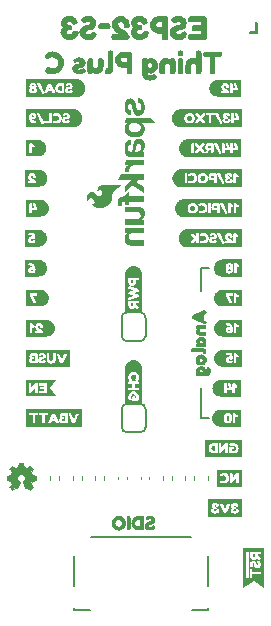
<source format=gbo>
%TF.GenerationSoftware,KiCad,Pcbnew,7.0.6*%
%TF.CreationDate,2023-12-06T13:06:40-07:00*%
%TF.ProjectId,SparkFun_Thing_Plus_ESP32-S3,53706172-6b46-4756-9e5f-5468696e675f,rev?*%
%TF.SameCoordinates,Original*%
%TF.FileFunction,Legend,Bot*%
%TF.FilePolarity,Positive*%
%FSLAX46Y46*%
G04 Gerber Fmt 4.6, Leading zero omitted, Abs format (unit mm)*
G04 Created by KiCad (PCBNEW 7.0.6) date 2023-12-06 13:06:40*
%MOMM*%
%LPD*%
G01*
G04 APERTURE LIST*
%ADD10C,0.150000*%
%ADD11C,0.152400*%
%ADD12C,0.120000*%
%ADD13C,0.177800*%
%ADD14C,0.018437*%
G04 APERTURE END LIST*
D10*
X17145000Y36830000D02*
X17145000Y34925000D01*
X17780000Y36830000D02*
X17145000Y36830000D01*
X17780000Y24130000D02*
X17145000Y24130000D01*
X17145000Y24130000D02*
X17145000Y26670000D01*
%TO.C,kibuzzard-656A1C9C*%
G36*
X20496848Y25952662D02*
G01*
X20232264Y25952662D01*
X19909684Y25952662D01*
X19211184Y25952662D01*
X19093074Y25952662D01*
X18828491Y25952662D01*
X18758179Y25956116D01*
X18688545Y25966445D01*
X18620259Y25983550D01*
X18553977Y26007266D01*
X18490340Y26037364D01*
X18429959Y26073555D01*
X18373416Y26115490D01*
X18321256Y26162765D01*
X18273981Y26214925D01*
X18232046Y26271468D01*
X18195855Y26331849D01*
X18193596Y26336625D01*
X19093074Y26336625D01*
X19095614Y26292810D01*
X19108314Y26257885D01*
X19143874Y26229945D01*
X19211184Y26221055D01*
X19277224Y26229945D01*
X19312784Y26259155D01*
X19324849Y26294080D01*
X19326478Y26331545D01*
X19794114Y26331545D01*
X19819514Y26242645D01*
X19909684Y26217245D01*
X19998584Y26242645D01*
X20023984Y26332815D01*
X20023984Y26762075D01*
X20036684Y26750645D01*
X20114789Y26713815D01*
X20190354Y26758265D01*
X20229724Y26842085D01*
X20215119Y26882725D01*
X20176384Y26925905D01*
X20015094Y27070685D01*
X19994774Y27087195D01*
X19908414Y27108785D01*
X19819514Y27082750D01*
X19794114Y26991945D01*
X19794114Y26331545D01*
X19326478Y26331545D01*
X19326754Y26337895D01*
X19326754Y26469975D01*
X19635364Y26469975D01*
X19701404Y26478865D01*
X19736964Y26508075D01*
X19749029Y26543000D01*
X19750934Y26586815D01*
X19747124Y26627455D01*
X19649334Y27022425D01*
X19601709Y27106245D01*
X19505824Y27104975D01*
X19432164Y27068145D01*
X19414384Y27012265D01*
X19493124Y26688415D01*
X19326754Y26688415D01*
X19326754Y26999565D01*
X19324849Y27041475D01*
X19312784Y27074495D01*
X19276589Y27101800D01*
X19208644Y27110055D01*
X19142604Y27101165D01*
X19107679Y27071955D01*
X19095614Y27036395D01*
X19093074Y26993215D01*
X19093074Y26336625D01*
X18193596Y26336625D01*
X18165757Y26395487D01*
X18142041Y26461768D01*
X18124936Y26530054D01*
X18114607Y26599689D01*
X18111153Y26670000D01*
X18114607Y26740311D01*
X18124936Y26809946D01*
X18142041Y26878232D01*
X18165757Y26944513D01*
X18195855Y27008151D01*
X18232046Y27068532D01*
X18273981Y27125075D01*
X18321256Y27177235D01*
X18373416Y27224510D01*
X18429959Y27266445D01*
X18490340Y27302636D01*
X18553977Y27332734D01*
X18620259Y27356450D01*
X18688545Y27373555D01*
X18758179Y27383884D01*
X18828491Y27387338D01*
X19093074Y27387338D01*
X20232264Y27387338D01*
X20496848Y27387338D01*
X20496848Y25952662D01*
G37*
%TO.C,kibuzzard-6569FC30*%
G36*
X3451705Y40085148D02*
G01*
X3521463Y40074800D01*
X3589870Y40057665D01*
X3656269Y40033908D01*
X3720019Y40003756D01*
X3780507Y39967501D01*
X3837149Y39925492D01*
X3889402Y39878133D01*
X3936761Y39825880D01*
X3978770Y39769237D01*
X4015025Y39708750D01*
X4045177Y39645000D01*
X4068934Y39578601D01*
X4086070Y39510194D01*
X4096417Y39440436D01*
X4099877Y39370000D01*
X4096417Y39299564D01*
X4086070Y39229806D01*
X4068934Y39161399D01*
X4045177Y39095000D01*
X4015025Y39031250D01*
X3978770Y38970763D01*
X3936761Y38914120D01*
X3889402Y38861867D01*
X3837149Y38814508D01*
X3780507Y38772499D01*
X3720019Y38736244D01*
X3656269Y38706092D01*
X3589870Y38682335D01*
X3521463Y38665200D01*
X3451705Y38654852D01*
X3381269Y38651392D01*
X3116686Y38651392D01*
X2823316Y38651392D01*
X2514706Y38651392D01*
X2250123Y38651392D01*
X2250123Y39230935D01*
X2514706Y39230935D01*
X2524584Y39146762D01*
X2554217Y39072044D01*
X2603606Y39006780D01*
X2667529Y38956333D01*
X2740766Y38926064D01*
X2823316Y38915975D01*
X2891896Y38921531D01*
X2955396Y38938200D01*
X3041756Y38982015D01*
X3068426Y39004875D01*
X3116686Y39082345D01*
X3069696Y39168705D01*
X2990956Y39211885D01*
X2904596Y39169975D01*
X2830936Y39149655D01*
X2769976Y39168705D01*
X2748386Y39222045D01*
X2771246Y39274750D01*
X2827126Y39295705D01*
X2876656Y39277925D01*
X2947776Y39247445D01*
X3030326Y39272845D01*
X3086841Y39310945D01*
X3102716Y39347775D01*
X3055726Y39708455D01*
X3049376Y39744015D01*
X3034771Y39778940D01*
X2999211Y39812595D01*
X2938886Y39824025D01*
X2648056Y39822755D01*
X2604241Y39820215D01*
X2569951Y39808150D01*
X2541376Y39772590D01*
X2532486Y39703375D01*
X2540741Y39639875D01*
X2568046Y39606220D01*
X2601066Y39594790D01*
X2641706Y39592885D01*
X2837286Y39592885D01*
X2846176Y39525575D01*
X2824586Y39528115D01*
X2818236Y39528115D01*
X2741048Y39518167D01*
X2670351Y39488322D01*
X2606146Y39438580D01*
X2555346Y39375715D01*
X2524866Y39306500D01*
X2514706Y39230935D01*
X2250123Y39230935D01*
X2250123Y40088608D01*
X2514706Y40088608D01*
X3116686Y40088608D01*
X3381269Y40088608D01*
X3451705Y40085148D01*
G37*
%TO.C,kibuzzard-656A1CC2*%
G36*
X20622683Y18330122D02*
G01*
X20358100Y18330122D01*
X20243800Y18330122D01*
X19065240Y18330122D01*
X18757900Y18330122D01*
X18493317Y18330122D01*
X18493317Y19345275D01*
X18757900Y19345275D01*
X18785840Y19274155D01*
X18833465Y19222720D01*
X18877280Y19205575D01*
X18945860Y19234785D01*
X18954115Y19240500D01*
X18964910Y19247485D01*
X18976975Y19254470D01*
X18994120Y19260820D01*
X19014440Y19265900D01*
X19039840Y19270345D01*
X19070320Y19271615D01*
X19142710Y19258915D01*
X19214465Y19221450D01*
X19270980Y19152235D01*
X19287173Y19104610D01*
X19292570Y19050635D01*
X19282886Y18981261D01*
X19253835Y18923000D01*
X19212719Y18878391D01*
X19166840Y18849975D01*
X19070320Y18829655D01*
X19003328Y18840133D01*
X18939510Y18871565D01*
X18876010Y18896965D01*
X18832830Y18878868D01*
X18787110Y18824575D01*
X18759170Y18750915D01*
X18776950Y18704560D01*
X18829020Y18665825D01*
X18904373Y18626314D01*
X18983113Y18602607D01*
X19065240Y18594705D01*
X19119056Y18598515D01*
X19176365Y18609945D01*
X19236373Y18630424D01*
X19298285Y18661380D01*
X19357816Y18701385D01*
X19381781Y18722975D01*
X19578320Y18722975D01*
X19580225Y18679160D01*
X19592290Y18644870D01*
X19627850Y18616295D01*
X19695160Y18607405D01*
X19760565Y18614390D01*
X19798030Y18641695D01*
X20126960Y19076035D01*
X20126960Y18722975D01*
X20128865Y18679160D01*
X20140930Y18644870D01*
X20176490Y18616295D01*
X20243800Y18607405D01*
X20309205Y18616295D01*
X20343495Y18644870D01*
X20355560Y18679795D01*
X20358100Y18724245D01*
X20358100Y19383375D01*
X20355560Y19425920D01*
X20342860Y19459575D01*
X20307935Y19486880D01*
X20241260Y19495135D01*
X20183475Y19487515D01*
X20151090Y19471640D01*
X20128230Y19445605D01*
X19810730Y19018885D01*
X19810730Y19383375D01*
X19808190Y19425285D01*
X19795490Y19458940D01*
X19759930Y19486245D01*
X19693890Y19495135D01*
X19627850Y19486245D01*
X19592290Y19457035D01*
X19580225Y19422110D01*
X19578320Y19378295D01*
X19578320Y18722975D01*
X19381781Y18722975D01*
X19410680Y18749010D01*
X19455924Y18807589D01*
X19492595Y18880455D01*
X19516884Y18964592D01*
X19524980Y19056985D01*
X19517043Y19145885D01*
X19493230Y19227165D01*
X19457035Y19297809D01*
X19411950Y19354800D01*
X19359086Y19401155D01*
X19299555Y19439890D01*
X19237325Y19469894D01*
X19176365Y19490055D01*
X19117469Y19501485D01*
X19061430Y19505295D01*
X18985794Y19497393D01*
X18907901Y19473686D01*
X18827750Y19434175D01*
X18793460Y19410045D01*
X18769965Y19383375D01*
X18757900Y19345275D01*
X18493317Y19345275D01*
X18493317Y19769878D01*
X18757900Y19769878D01*
X20358100Y19769878D01*
X20622683Y19769878D01*
X20622683Y18330122D01*
G37*
%TO.C,kibuzzard-6569FC2B*%
G36*
X3607921Y42621988D02*
G01*
X3677371Y42611686D01*
X3745476Y42594627D01*
X3811581Y42570974D01*
X3875050Y42540956D01*
X3935270Y42504861D01*
X3991663Y42463037D01*
X4043684Y42415888D01*
X4090834Y42363866D01*
X4132658Y42307473D01*
X4168753Y42247253D01*
X4198771Y42183784D01*
X4222424Y42117679D01*
X4239483Y42049574D01*
X4249785Y41980125D01*
X4253230Y41910000D01*
X4249785Y41839875D01*
X4239483Y41770426D01*
X4222424Y41702321D01*
X4198771Y41636216D01*
X4168753Y41572747D01*
X4132658Y41512527D01*
X4090834Y41456134D01*
X4043684Y41404112D01*
X3991663Y41356963D01*
X3935270Y41315139D01*
X3875050Y41279044D01*
X3811581Y41249026D01*
X3745476Y41225373D01*
X3677371Y41208314D01*
X3607921Y41198012D01*
X3537797Y41194567D01*
X3273213Y41194567D01*
X2733463Y41194567D01*
X2615353Y41194567D01*
X2350770Y41194567D01*
X2350770Y41574720D01*
X2615353Y41574720D01*
X2617893Y41530905D01*
X2630593Y41495980D01*
X2666153Y41468040D01*
X2733463Y41459150D01*
X2799503Y41468040D01*
X2835063Y41497250D01*
X2847128Y41532175D01*
X2849033Y41575990D01*
X2849033Y41708070D01*
X3157643Y41708070D01*
X3223683Y41716960D01*
X3259243Y41746170D01*
X3271308Y41781095D01*
X3273213Y41824910D01*
X3269403Y41865550D01*
X3171613Y42260520D01*
X3123988Y42344340D01*
X3028103Y42343070D01*
X2954443Y42306240D01*
X2936663Y42250360D01*
X3015403Y41926510D01*
X2849033Y41926510D01*
X2849033Y42237660D01*
X2847128Y42279570D01*
X2835063Y42312590D01*
X2798868Y42339895D01*
X2730923Y42348150D01*
X2664883Y42339260D01*
X2629958Y42310050D01*
X2617893Y42274490D01*
X2615353Y42231310D01*
X2615353Y41574720D01*
X2350770Y41574720D01*
X2350770Y42625433D01*
X2615353Y42625433D01*
X3273213Y42625433D01*
X3537797Y42625433D01*
X3607921Y42621988D01*
G37*
%TO.C,kibuzzard-656A1C15*%
G36*
X18228522Y44480480D02*
G01*
X18091362Y44480480D01*
X18028497Y44503340D01*
X17998652Y44573190D01*
X18025957Y44639230D01*
X18092632Y44665900D01*
X18228522Y44665900D01*
X18228522Y44480480D01*
G37*
G36*
X17371272Y44659709D02*
G01*
X17438582Y44610655D01*
X17484302Y44538106D01*
X17499542Y44451270D01*
X17484143Y44366180D01*
X17437947Y44293790D01*
X17370795Y44244260D01*
X17292532Y44227750D01*
X17211728Y44243784D01*
X17144577Y44291885D01*
X17099333Y44363799D01*
X17084252Y44451270D01*
X17099492Y44538106D01*
X17145212Y44610655D01*
X17212204Y44659709D01*
X17291262Y44676060D01*
X17371272Y44659709D01*
G37*
G36*
X20583525Y43672337D02*
G01*
X20318942Y43672337D01*
X19996362Y43672337D01*
X19487092Y43672337D01*
X18962582Y43672337D01*
X18345362Y43672337D01*
X17286182Y43672337D01*
X16356542Y43672337D01*
X15881562Y43672337D01*
X15764722Y43672337D01*
X15500138Y43672337D01*
X15423914Y43676081D01*
X15348424Y43687279D01*
X15274395Y43705823D01*
X15202539Y43731533D01*
X15133550Y43764162D01*
X15068092Y43803397D01*
X15006794Y43848858D01*
X14950247Y43900109D01*
X14898996Y43956656D01*
X14853535Y44017953D01*
X14814301Y44083412D01*
X14794688Y44124880D01*
X15764722Y44124880D01*
X15766627Y44081065D01*
X15778692Y44046775D01*
X15814252Y44018200D01*
X15881562Y44009310D01*
X15947602Y44018200D01*
X15983162Y44047410D01*
X15995227Y44082335D01*
X15997132Y44126150D01*
X15997132Y44747180D01*
X16049202Y44747180D01*
X16077142Y44676060D01*
X16124767Y44624625D01*
X16168582Y44607480D01*
X16237162Y44636690D01*
X16245417Y44642405D01*
X16256212Y44649390D01*
X16268277Y44656375D01*
X16285422Y44662725D01*
X16305742Y44667805D01*
X16331142Y44672250D01*
X16361622Y44673520D01*
X16434012Y44660820D01*
X16505767Y44623355D01*
X16562282Y44554140D01*
X16578474Y44506515D01*
X16583872Y44452540D01*
X16574188Y44383166D01*
X16545137Y44324905D01*
X16504020Y44280296D01*
X16458142Y44251880D01*
X16361622Y44231560D01*
X16294629Y44242038D01*
X16230812Y44273470D01*
X16167312Y44298870D01*
X16124132Y44280773D01*
X16078412Y44226480D01*
X16050472Y44152820D01*
X16068252Y44106465D01*
X16120322Y44067730D01*
X16195675Y44028219D01*
X16274415Y44004512D01*
X16356542Y43996610D01*
X16410358Y44000420D01*
X16467667Y44011850D01*
X16527674Y44032329D01*
X16589587Y44063285D01*
X16649118Y44103290D01*
X16701982Y44150915D01*
X16747225Y44209494D01*
X16783897Y44282360D01*
X16808185Y44366497D01*
X16815614Y44451270D01*
X16851842Y44451270D01*
X16859819Y44360663D01*
X16883750Y44276804D01*
X16923636Y44199691D01*
X16979477Y44129325D01*
X17046509Y44070707D01*
X17119970Y44028836D01*
X17199861Y44003714D01*
X17286182Y43995340D01*
X17374923Y44003595D01*
X17456997Y44028360D01*
X17532403Y44069635D01*
X17601142Y44127420D01*
X17658371Y44196873D01*
X17699249Y44273152D01*
X17723776Y44356258D01*
X17731952Y44446190D01*
X17724014Y44539059D01*
X17714869Y44571920D01*
X17767512Y44571920D01*
X17775449Y44496831D01*
X17799262Y44429045D01*
X17835615Y44371419D01*
X17881177Y44326810D01*
X17932612Y44293155D01*
X17986587Y44268390D01*
X18040720Y44253150D01*
X18092632Y44248070D01*
X18228522Y44248070D01*
X18228522Y44126150D01*
X18230427Y44082335D01*
X18242492Y44048045D01*
X18278052Y44019470D01*
X18345362Y44010580D01*
X18411402Y44019470D01*
X18446962Y44048680D01*
X18459027Y44083605D01*
X18460932Y44127420D01*
X18460932Y44782740D01*
X18459027Y44825285D01*
X18446962Y44860210D01*
X18426090Y44877355D01*
X18510462Y44877355D01*
X18528242Y44795440D01*
X18907972Y44006770D01*
X18962582Y43945175D01*
X19050212Y43962320D01*
X19120062Y44017565D01*
X19106092Y44096940D01*
X19010690Y44296330D01*
X19144192Y44296330D01*
X19154987Y44214133D01*
X19187372Y44141954D01*
X19241347Y44079795D01*
X19311832Y44032170D01*
X19393747Y44003595D01*
X19487092Y43994070D01*
X19573875Y44003595D01*
X19653038Y44032170D01*
X19724582Y44079795D01*
X19763292Y44121070D01*
X19880792Y44121070D01*
X19906192Y44032170D01*
X19996362Y44006770D01*
X20085262Y44032170D01*
X20110662Y44122340D01*
X20110662Y44551600D01*
X20123362Y44540170D01*
X20201467Y44503340D01*
X20277032Y44547790D01*
X20316402Y44631610D01*
X20301797Y44672250D01*
X20263062Y44715430D01*
X20101772Y44860210D01*
X20081452Y44876720D01*
X19995092Y44898310D01*
X19906192Y44872275D01*
X19880792Y44781470D01*
X19880792Y44121070D01*
X19763292Y44121070D01*
X19781026Y44139979D01*
X19814893Y44206231D01*
X19826182Y44278550D01*
X19794432Y44338557D01*
X19699182Y44358560D01*
X19629332Y44344590D01*
X19592502Y44284900D01*
X19589962Y44277915D01*
X19580437Y44262675D01*
X19561387Y44243625D01*
X19530907Y44228385D01*
X19485822Y44221400D01*
X19406447Y44241085D01*
X19376602Y44293790D01*
X19401049Y44349035D01*
X19474392Y44367450D01*
X19509317Y44367450D01*
X19538527Y44373165D01*
X19567102Y44389040D01*
X19582342Y44422060D01*
X19589962Y44477940D01*
X19581707Y44541440D01*
X19555037Y44574460D01*
X19522652Y44585255D01*
X19482012Y44587160D01*
X19473122Y44587160D01*
X19414067Y44595415D01*
X19395652Y44627800D01*
X19416607Y44671615D01*
X19474392Y44687490D01*
X19529002Y44674790D01*
X19565832Y44636690D01*
X19604496Y44584338D01*
X19657836Y44569521D01*
X19725852Y44592240D01*
X19788717Y44662090D01*
X19770302Y44749720D01*
X19768397Y44754165D01*
X19761412Y44768135D01*
X19748712Y44789090D01*
X19728392Y44814490D01*
X19700452Y44841795D01*
X19662987Y44867830D01*
X19615997Y44890055D01*
X19557577Y44905295D01*
X19487092Y44911010D01*
X19394734Y44901414D01*
X19315783Y44872628D01*
X19250237Y44824650D01*
X19201201Y44764960D01*
X19171779Y44701037D01*
X19161972Y44632880D01*
X19183879Y44539852D01*
X19249602Y44476670D01*
X19178482Y44408090D01*
X19152764Y44357290D01*
X19144192Y44296330D01*
X19010690Y44296330D01*
X18725092Y44893230D01*
X18668577Y44954825D01*
X18581582Y44936410D01*
X18510462Y44877355D01*
X18426090Y44877355D01*
X18411402Y44889420D01*
X18344092Y44898310D01*
X18091362Y44898310D01*
X18039609Y44893230D01*
X17985952Y44877990D01*
X17932612Y44853225D01*
X17881812Y44819570D01*
X17836568Y44774644D01*
X17799897Y44716065D01*
X17775608Y44647326D01*
X17767512Y44571920D01*
X17714869Y44571920D01*
X17700202Y44624625D01*
X17660514Y44702889D01*
X17604952Y44773850D01*
X17538039Y44832746D01*
X17464299Y44874815D01*
X17383734Y44900056D01*
X17296342Y44908470D01*
X17207124Y44900175D01*
X17124892Y44875291D01*
X17049644Y44833818D01*
X16981382Y44775755D01*
X16924708Y44705707D01*
X16884227Y44628276D01*
X16859938Y44543464D01*
X16851842Y44451270D01*
X16815614Y44451270D01*
X16816282Y44458890D01*
X16808344Y44547790D01*
X16784532Y44629070D01*
X16748337Y44699714D01*
X16703252Y44756705D01*
X16650388Y44803060D01*
X16590857Y44841795D01*
X16528627Y44871799D01*
X16467667Y44891960D01*
X16408770Y44903390D01*
X16352732Y44907200D01*
X16277096Y44899298D01*
X16199203Y44875591D01*
X16119052Y44836080D01*
X16084762Y44811950D01*
X16061267Y44785280D01*
X16049202Y44747180D01*
X15997132Y44747180D01*
X15997132Y44782740D01*
X15995227Y44825285D01*
X15983162Y44860210D01*
X15947602Y44889420D01*
X15880292Y44898310D01*
X15814252Y44889420D01*
X15778692Y44860210D01*
X15766627Y44825285D01*
X15764722Y44781470D01*
X15764722Y44124880D01*
X14794688Y44124880D01*
X14781671Y44152401D01*
X14755961Y44224256D01*
X14737418Y44298285D01*
X14726220Y44373776D01*
X14722475Y44450000D01*
X14726220Y44526224D01*
X14737418Y44601715D01*
X14755961Y44675744D01*
X14781671Y44747599D01*
X14814301Y44816588D01*
X14853535Y44882047D01*
X14898996Y44943344D01*
X14950247Y44999891D01*
X15006794Y45051142D01*
X15068092Y45096603D01*
X15133550Y45135838D01*
X15202539Y45168467D01*
X15274395Y45194177D01*
X15348424Y45212721D01*
X15423914Y45223919D01*
X15500138Y45227663D01*
X15764722Y45227663D01*
X20318942Y45227663D01*
X20583525Y45227663D01*
X20583525Y43672337D01*
G37*
D11*
%TO.C,JP1*%
X11988800Y25349200D02*
X10871200Y25349200D01*
X10414000Y24892000D02*
X10414000Y23368000D01*
X12446000Y23368000D02*
X12446000Y24892000D01*
X11988800Y22910800D02*
X10871200Y22910800D01*
X12446000Y24892000D02*
G75*
G03*
X11988800Y25349200I-457201J-1D01*
G01*
X10871200Y25349200D02*
G75*
G03*
X10414000Y24892000I1J-457201D01*
G01*
X11988800Y22910800D02*
G75*
G03*
X12446000Y23368000I0J457200D01*
G01*
X10414000Y23368000D02*
G75*
G03*
X10871200Y22910800I457200J0D01*
G01*
D12*
%TO.C,R3*%
X16572500Y19203641D02*
X16572500Y18896359D01*
X15812500Y19203641D02*
X15812500Y18896359D01*
%TO.C,C5*%
X12022500Y18942164D02*
X12022500Y19157836D01*
X12742500Y18942164D02*
X12742500Y19157836D01*
%TO.C,R6*%
X7047500Y19203641D02*
X7047500Y18896359D01*
X6287500Y19203641D02*
X6287500Y18896359D01*
%TO.C,kibuzzard-6569FC46*%
G36*
X3606919Y34995037D02*
G01*
X3675691Y34984836D01*
X3743131Y34967943D01*
X3808591Y34944521D01*
X3871439Y34914796D01*
X3931072Y34879053D01*
X3986914Y34837638D01*
X4038428Y34790949D01*
X4085117Y34739435D01*
X4126532Y34683593D01*
X4162275Y34623960D01*
X4192000Y34561111D01*
X4215422Y34495652D01*
X4232315Y34428211D01*
X4242516Y34359440D01*
X4245927Y34290000D01*
X4242516Y34220560D01*
X4232315Y34151789D01*
X4215422Y34084348D01*
X4192000Y34018889D01*
X4162275Y33956040D01*
X4126532Y33896407D01*
X4085117Y33840565D01*
X4038428Y33789051D01*
X3986914Y33742362D01*
X3931072Y33700947D01*
X3871439Y33665204D01*
X3808591Y33635479D01*
X3743131Y33612057D01*
X3675691Y33595164D01*
X3606919Y33584963D01*
X3537479Y33581552D01*
X3272896Y33581552D01*
X3034136Y33581552D01*
X2622656Y33581552D01*
X2358073Y33581552D01*
X2358073Y34617025D01*
X2622656Y34617025D01*
X2634245Y34543048D01*
X2669011Y34455735D01*
X2717430Y34365406D01*
X2769976Y34282380D01*
X2822522Y34199036D01*
X2870941Y34107755D01*
X2905707Y34019490D01*
X2917296Y33945195D01*
X2919836Y33905190D01*
X2933171Y33875345D01*
X2968731Y33853120D01*
X3034136Y33846135D01*
X3100811Y33852485D01*
X3135736Y33875345D01*
X3148436Y33905825D01*
X3150976Y33947735D01*
X3142086Y34039651D01*
X3115416Y34135060D01*
X3078110Y34224119D01*
X3037311Y34296985D01*
X2994766Y34360803D01*
X2952221Y34422715D01*
X2903326Y34501455D01*
X3157326Y34501455D01*
X3200506Y34503995D01*
X3235431Y34516695D01*
X3264006Y34552255D01*
X3272896Y34618295D01*
X3264006Y34683700D01*
X3237336Y34718625D01*
X3204316Y34731325D01*
X3163676Y34733865D01*
X2738226Y34733865D01*
X2672186Y34724975D01*
X2636626Y34695765D01*
X2624561Y34660840D01*
X2622656Y34617025D01*
X2358073Y34617025D01*
X2358073Y34998448D01*
X2622656Y34998448D01*
X3272896Y34998448D01*
X3537479Y34998448D01*
X3606919Y34995037D01*
G37*
%TO.C,G\u002A\u002A\u002A*%
G36*
X12332959Y44326412D02*
G01*
X11774424Y44326412D01*
X11607852Y44153740D01*
X12332959Y43708336D01*
X12332959Y43168535D01*
X11306947Y43849494D01*
X10710218Y43237226D01*
X10710218Y43764538D01*
X11294311Y44326412D01*
X10091996Y44326412D01*
X10336409Y44772107D01*
X12332959Y44772107D01*
X12332959Y44326412D01*
G37*
G36*
X12333012Y45543899D02*
G01*
X11601805Y45543899D01*
X11548352Y45542584D01*
X11496484Y45538532D01*
X11446457Y45531582D01*
X11422215Y45526970D01*
X11398530Y45521573D01*
X11375433Y45515372D01*
X11352958Y45508346D01*
X11331136Y45500475D01*
X11310000Y45491738D01*
X11289582Y45482117D01*
X11269913Y45471591D01*
X11251026Y45460139D01*
X11232953Y45447743D01*
X11215727Y45434380D01*
X11199379Y45420033D01*
X11183941Y45404679D01*
X11169446Y45388301D01*
X11155926Y45370876D01*
X11143413Y45352386D01*
X11131939Y45332810D01*
X11121536Y45312128D01*
X11112237Y45290320D01*
X11104074Y45267366D01*
X11097078Y45243245D01*
X11091282Y45217939D01*
X11086718Y45191426D01*
X11083418Y45163687D01*
X11081415Y45134702D01*
X11080740Y45104450D01*
X11081038Y45083903D01*
X11081901Y45062634D01*
X11083282Y45041079D01*
X11085133Y45019675D01*
X11087405Y44998855D01*
X11090052Y44979057D01*
X11093026Y44960715D01*
X11096279Y44944267D01*
X10682097Y44944267D01*
X10678797Y44956043D01*
X10675787Y44967868D01*
X10673114Y44979778D01*
X10670824Y44991810D01*
X10668963Y45003997D01*
X10667577Y45016377D01*
X10667077Y45022651D01*
X10666712Y45028986D01*
X10666489Y45035386D01*
X10666413Y45041858D01*
X10666824Y45062690D01*
X10668048Y45083430D01*
X10670071Y45104057D01*
X10672877Y45124550D01*
X10676454Y45144889D01*
X10680786Y45165052D01*
X10685859Y45185020D01*
X10691660Y45204770D01*
X10698173Y45224283D01*
X10705384Y45243537D01*
X10713279Y45262513D01*
X10721844Y45281188D01*
X10731065Y45299543D01*
X10740926Y45317556D01*
X10751415Y45335207D01*
X10762516Y45352475D01*
X10774215Y45369339D01*
X10786498Y45385779D01*
X10799351Y45401773D01*
X10812758Y45417302D01*
X10826707Y45432343D01*
X10841183Y45446877D01*
X10856171Y45460883D01*
X10871657Y45474339D01*
X10887626Y45487226D01*
X10904066Y45499521D01*
X10920960Y45511206D01*
X10938295Y45522258D01*
X10956057Y45532657D01*
X10974231Y45542382D01*
X10992802Y45551413D01*
X11011758Y45559729D01*
X11011758Y45565829D01*
X10710272Y45565829D01*
X10785933Y45989594D01*
X12333012Y45989594D01*
X12333012Y45543899D01*
G37*
G36*
X11008406Y42897324D02*
G01*
X12333147Y42897324D01*
X12333147Y42451629D01*
X11008406Y42451629D01*
X11008406Y42144189D01*
X10710260Y42144189D01*
X10710260Y42451629D01*
X10613105Y42451629D01*
X10588766Y42451069D01*
X10566365Y42449362D01*
X10555875Y42448065D01*
X10545851Y42446466D01*
X10536285Y42444559D01*
X10527172Y42442340D01*
X10518506Y42439802D01*
X10510279Y42436942D01*
X10502486Y42433754D01*
X10495120Y42430232D01*
X10488175Y42426372D01*
X10481645Y42422168D01*
X10475524Y42417616D01*
X10469804Y42412709D01*
X10464480Y42407444D01*
X10459545Y42401814D01*
X10454994Y42395815D01*
X10450819Y42389441D01*
X10447014Y42382687D01*
X10443574Y42375549D01*
X10440491Y42368021D01*
X10437759Y42360097D01*
X10435373Y42351773D01*
X10433325Y42343044D01*
X10431610Y42333903D01*
X10430221Y42324347D01*
X10429151Y42314370D01*
X10428395Y42303967D01*
X10427798Y42281862D01*
X10427942Y42261828D01*
X10428377Y42241535D01*
X10429108Y42221065D01*
X10430140Y42200500D01*
X10431478Y42179921D01*
X10433128Y42159410D01*
X10435094Y42139049D01*
X10437382Y42118920D01*
X10104527Y42118920D01*
X10103115Y42147375D01*
X10101290Y42176347D01*
X10097139Y42235354D01*
X10095186Y42265143D01*
X10093561Y42294959D01*
X10092450Y42324680D01*
X10092038Y42354184D01*
X10092632Y42387774D01*
X10094400Y42420282D01*
X10097320Y42451708D01*
X10101370Y42482052D01*
X10106528Y42511317D01*
X10112773Y42539504D01*
X10120082Y42566613D01*
X10128435Y42592645D01*
X10137809Y42617602D01*
X10148181Y42641485D01*
X10159532Y42664295D01*
X10171838Y42686032D01*
X10185078Y42706699D01*
X10199230Y42726296D01*
X10214272Y42744823D01*
X10230183Y42762284D01*
X10246941Y42778677D01*
X10264523Y42794005D01*
X10282909Y42808268D01*
X10302075Y42821469D01*
X10322001Y42833606D01*
X10342665Y42844683D01*
X10364045Y42854700D01*
X10386118Y42863657D01*
X10408864Y42871557D01*
X10432261Y42878400D01*
X10456285Y42884187D01*
X10480917Y42888919D01*
X10506134Y42892598D01*
X10531914Y42895225D01*
X10558235Y42896800D01*
X10585076Y42897324D01*
X10710260Y42897324D01*
X10710260Y43033109D01*
X11008406Y43336920D01*
X11008406Y42897324D01*
G37*
G36*
X11782289Y42017503D02*
G01*
X11852633Y42012909D01*
X11919426Y42004831D01*
X11982476Y41992924D01*
X12012536Y41985427D01*
X12041589Y41976843D01*
X12069609Y41967130D01*
X12096573Y41956244D01*
X12122456Y41944142D01*
X12147235Y41930781D01*
X12170885Y41916118D01*
X12193383Y41900110D01*
X12214703Y41882714D01*
X12234823Y41863886D01*
X12253717Y41843583D01*
X12271363Y41821763D01*
X12287735Y41798383D01*
X12302810Y41773398D01*
X12316564Y41746767D01*
X12328972Y41718445D01*
X12340011Y41688391D01*
X12349656Y41656560D01*
X12357883Y41622910D01*
X12364669Y41587397D01*
X12369988Y41549979D01*
X12373818Y41510612D01*
X12376133Y41469254D01*
X12376910Y41425860D01*
X12375912Y41390465D01*
X12372904Y41355052D01*
X12367863Y41319752D01*
X12360765Y41284693D01*
X12351589Y41250005D01*
X12340311Y41215818D01*
X12326909Y41182260D01*
X12311359Y41149462D01*
X12293640Y41117551D01*
X12273728Y41086659D01*
X12262943Y41071635D01*
X12251601Y41056913D01*
X12239699Y41042511D01*
X12227235Y41028444D01*
X12214206Y41014729D01*
X12200609Y41001381D01*
X12186441Y40988417D01*
X12171699Y40975852D01*
X12156381Y40963704D01*
X12140483Y40951988D01*
X12124003Y40940721D01*
X12106937Y40929918D01*
X12106937Y40920479D01*
X12333052Y40920479D01*
X12333052Y40496568D01*
X10710312Y40496568D01*
X10710312Y40942407D01*
X11560893Y40942407D01*
X11620387Y40943628D01*
X11648453Y40945163D01*
X11675414Y40947323D01*
X11701279Y40950115D01*
X11726060Y40953545D01*
X11749768Y40957619D01*
X11772412Y40962344D01*
X11794006Y40967727D01*
X11814558Y40973773D01*
X11834080Y40980489D01*
X11852583Y40987883D01*
X11870078Y40995959D01*
X11886575Y41004725D01*
X11902086Y41014186D01*
X11916620Y41024351D01*
X11930190Y41035223D01*
X11942806Y41046812D01*
X11954478Y41059122D01*
X11965218Y41072160D01*
X11975037Y41085932D01*
X11983945Y41100446D01*
X11991953Y41115707D01*
X11999071Y41131722D01*
X12005312Y41148497D01*
X12010686Y41166039D01*
X12015203Y41184354D01*
X12018874Y41203448D01*
X12021711Y41223329D01*
X12023724Y41244002D01*
X12024923Y41265474D01*
X12025321Y41287752D01*
X12024935Y41307046D01*
X12023776Y41325563D01*
X12021845Y41343312D01*
X12019140Y41360305D01*
X12015660Y41376553D01*
X12011406Y41392066D01*
X12006375Y41406856D01*
X12000569Y41420932D01*
X11993986Y41434307D01*
X11986625Y41446990D01*
X11978486Y41458993D01*
X11969568Y41470327D01*
X11959871Y41481002D01*
X11949394Y41491029D01*
X11938136Y41500419D01*
X11926096Y41509184D01*
X11913275Y41517333D01*
X11899671Y41524877D01*
X11885283Y41531828D01*
X11870112Y41538197D01*
X11837415Y41549229D01*
X11801575Y41558061D01*
X11762586Y41564779D01*
X11720444Y41569470D01*
X11675144Y41572221D01*
X11626679Y41573119D01*
X10710312Y41573119D01*
X10710312Y42018958D01*
X11708586Y42018958D01*
X11782289Y42017503D01*
G37*
G36*
X12333112Y39804462D02*
G01*
X11482677Y39804462D01*
X11423132Y39803244D01*
X11395042Y39801711D01*
X11368060Y39799553D01*
X11342175Y39796766D01*
X11317375Y39793340D01*
X11293650Y39789272D01*
X11270989Y39784553D01*
X11249381Y39779177D01*
X11228816Y39773139D01*
X11209281Y39766432D01*
X11190767Y39759048D01*
X11173262Y39750983D01*
X11156755Y39742228D01*
X11141237Y39732779D01*
X11126695Y39722628D01*
X11113118Y39711769D01*
X11100497Y39700196D01*
X11088820Y39687902D01*
X11078076Y39674880D01*
X11068253Y39661125D01*
X11059343Y39646630D01*
X11051332Y39631388D01*
X11044211Y39615393D01*
X11037969Y39598639D01*
X11032594Y39581119D01*
X11028077Y39562826D01*
X11024405Y39543755D01*
X11021568Y39523898D01*
X11019555Y39503250D01*
X11018355Y39481804D01*
X11017957Y39459554D01*
X11018344Y39440258D01*
X11019504Y39421739D01*
X11021437Y39403986D01*
X11024145Y39386988D01*
X11027628Y39370733D01*
X11031886Y39355212D01*
X11036921Y39340414D01*
X11042732Y39326328D01*
X11049321Y39312943D01*
X11056687Y39300248D01*
X11064832Y39288233D01*
X11073756Y39276886D01*
X11083460Y39266199D01*
X11093944Y39256158D01*
X11105209Y39246754D01*
X11117255Y39237976D01*
X11130083Y39229814D01*
X11143694Y39222256D01*
X11158088Y39215291D01*
X11173266Y39208910D01*
X11205975Y39197853D01*
X11241826Y39188999D01*
X11280824Y39182262D01*
X11322973Y39177557D01*
X11368279Y39174797D01*
X11416745Y39173896D01*
X12333112Y39173896D01*
X12333112Y38728202D01*
X11334838Y38728202D01*
X11261159Y38729656D01*
X11190833Y38734250D01*
X11124052Y38742328D01*
X11061010Y38754235D01*
X11030951Y38761733D01*
X11001900Y38770316D01*
X10973880Y38780030D01*
X10946916Y38790916D01*
X10921031Y38803018D01*
X10896250Y38816379D01*
X10872597Y38831042D01*
X10850096Y38847050D01*
X10828772Y38864446D01*
X10808649Y38883274D01*
X10789750Y38903577D01*
X10772100Y38925397D01*
X10755723Y38948777D01*
X10740643Y38973762D01*
X10726885Y39000393D01*
X10714472Y39028715D01*
X10703430Y39058769D01*
X10693781Y39090600D01*
X10685550Y39124250D01*
X10678762Y39159763D01*
X10673440Y39197181D01*
X10669608Y39236547D01*
X10667292Y39277906D01*
X10666514Y39321299D01*
X10667512Y39356717D01*
X10670520Y39392143D01*
X10675561Y39427449D01*
X10682657Y39462507D01*
X10691831Y39497189D01*
X10703106Y39531367D01*
X10716503Y39564913D01*
X10732047Y39597698D01*
X10749758Y39629595D01*
X10769660Y39660475D01*
X10780440Y39675494D01*
X10791776Y39690211D01*
X10803671Y39704610D01*
X10816127Y39718675D01*
X10829148Y39732389D01*
X10842737Y39745737D01*
X10856895Y39758704D01*
X10871627Y39771272D01*
X10886935Y39783425D01*
X10902821Y39795149D01*
X10919289Y39806426D01*
X10936341Y39817241D01*
X10936341Y39826827D01*
X10710372Y39826827D01*
X10710372Y40250447D01*
X12333112Y40250447D01*
X12333112Y39804462D01*
G37*
G36*
X11526412Y49546842D02*
G01*
X12904303Y49546842D01*
X13300769Y49101147D01*
X12132435Y49101147D01*
X12132435Y49094612D01*
X12161507Y49073256D01*
X12188808Y49050353D01*
X12214324Y49025976D01*
X12238040Y49000198D01*
X12259942Y48973093D01*
X12280016Y48944734D01*
X12298246Y48915193D01*
X12314619Y48884545D01*
X12329120Y48852862D01*
X12341734Y48820217D01*
X12352447Y48786684D01*
X12361245Y48752336D01*
X12368113Y48717246D01*
X12373037Y48681487D01*
X12376001Y48645132D01*
X12376993Y48608255D01*
X12375819Y48564238D01*
X12372342Y48521636D01*
X12366631Y48480447D01*
X12358755Y48440671D01*
X12348784Y48402307D01*
X12336785Y48365352D01*
X12322828Y48329807D01*
X12306981Y48295670D01*
X12289314Y48262939D01*
X12269895Y48231614D01*
X12248793Y48201694D01*
X12226078Y48173177D01*
X12201817Y48146062D01*
X12176080Y48120349D01*
X12148936Y48096035D01*
X12120453Y48073120D01*
X12090701Y48051602D01*
X12059748Y48031482D01*
X12027664Y48012756D01*
X11994516Y47995425D01*
X11925307Y47964940D01*
X11852673Y47940019D01*
X11777164Y47920652D01*
X11699332Y47906829D01*
X11619727Y47898542D01*
X11538901Y47895782D01*
X11453095Y47898480D01*
X11368992Y47906622D01*
X11287121Y47920282D01*
X11247188Y47929204D01*
X11208011Y47939533D01*
X11169656Y47951279D01*
X11132190Y47964449D01*
X11095679Y47979054D01*
X11060189Y47995103D01*
X11025785Y48012605D01*
X10992534Y48031568D01*
X10960502Y48052003D01*
X10929756Y48073919D01*
X10900361Y48097323D01*
X10872383Y48122227D01*
X10845888Y48148638D01*
X10820943Y48176567D01*
X10797614Y48206021D01*
X10775967Y48237011D01*
X10756067Y48269546D01*
X10737982Y48303634D01*
X10721777Y48339286D01*
X10707518Y48376509D01*
X10695271Y48415314D01*
X10685103Y48455709D01*
X10677079Y48497704D01*
X10671266Y48541308D01*
X10667730Y48586530D01*
X10666536Y48633379D01*
X10667422Y48670697D01*
X10670106Y48707301D01*
X10673035Y48730534D01*
X11002295Y48730534D01*
X11003060Y48704298D01*
X11005321Y48679115D01*
X11009029Y48654971D01*
X11014136Y48631850D01*
X11020593Y48609738D01*
X11028350Y48588622D01*
X11037359Y48568486D01*
X11047571Y48549316D01*
X11058938Y48531098D01*
X11071409Y48513818D01*
X11084937Y48497460D01*
X11099472Y48482011D01*
X11114965Y48467456D01*
X11131369Y48453780D01*
X11148632Y48440970D01*
X11166708Y48429011D01*
X11185546Y48417888D01*
X11205099Y48407588D01*
X11246150Y48389395D01*
X11289469Y48374317D01*
X11334667Y48362240D01*
X11381352Y48353046D01*
X11429131Y48346623D01*
X11477615Y48342853D01*
X11526412Y48341622D01*
X11575627Y48342749D01*
X11624198Y48346230D01*
X11671774Y48352217D01*
X11718006Y48360864D01*
X11740510Y48366233D01*
X11762547Y48372323D01*
X11784073Y48379154D01*
X11805045Y48386745D01*
X11825420Y48395115D01*
X11845153Y48404283D01*
X11864201Y48414269D01*
X11882521Y48425090D01*
X11900069Y48436767D01*
X11916800Y48449317D01*
X11932672Y48462762D01*
X11947642Y48477118D01*
X11961664Y48492406D01*
X11974696Y48508644D01*
X11986694Y48525851D01*
X11997614Y48544047D01*
X12007413Y48563251D01*
X12016047Y48583481D01*
X12023472Y48604756D01*
X12029645Y48627096D01*
X12034522Y48650520D01*
X12038060Y48675047D01*
X12040215Y48700695D01*
X12040943Y48727484D01*
X12040215Y48754040D01*
X12038060Y48779504D01*
X12034522Y48803893D01*
X12029645Y48827223D01*
X12023472Y48849511D01*
X12016047Y48870771D01*
X12007413Y48891022D01*
X11997614Y48910279D01*
X11986694Y48928558D01*
X11974696Y48945877D01*
X11961664Y48962250D01*
X11947642Y48977695D01*
X11932672Y48992227D01*
X11916800Y49005864D01*
X11900069Y49018620D01*
X11882521Y49030514D01*
X11864201Y49041560D01*
X11845153Y49051776D01*
X11805045Y49069779D01*
X11762547Y49084655D01*
X11718006Y49096534D01*
X11671774Y49105547D01*
X11624198Y49111822D01*
X11575627Y49115492D01*
X11526412Y49116687D01*
X11477113Y49115558D01*
X11428256Y49112073D01*
X11380219Y49106077D01*
X11333381Y49097419D01*
X11310529Y49092045D01*
X11288118Y49085948D01*
X11266196Y49079109D01*
X11244810Y49071510D01*
X11224006Y49063131D01*
X11203832Y49053954D01*
X11184336Y49043959D01*
X11165565Y49033128D01*
X11147565Y49021441D01*
X11130384Y49008879D01*
X11114069Y48995424D01*
X11098668Y48981056D01*
X11084228Y48965756D01*
X11070795Y48949506D01*
X11058418Y48932286D01*
X11047143Y48914078D01*
X11037017Y48894861D01*
X11028089Y48874618D01*
X11020404Y48853329D01*
X11014011Y48830976D01*
X11008956Y48807538D01*
X11005287Y48782998D01*
X11003051Y48757337D01*
X11002295Y48730534D01*
X10673035Y48730534D01*
X10674624Y48743142D01*
X10681015Y48778168D01*
X10689317Y48812329D01*
X10699566Y48845576D01*
X10711802Y48877857D01*
X10718675Y48893621D01*
X10726060Y48909124D01*
X10733960Y48924361D01*
X10742379Y48939325D01*
X10751324Y48954011D01*
X10760797Y48968411D01*
X10770805Y48982520D01*
X10781351Y48996331D01*
X10792441Y49009838D01*
X10804080Y49023035D01*
X10816271Y49035915D01*
X10829019Y49048472D01*
X10842330Y49060701D01*
X10856208Y49072594D01*
X10870658Y49084145D01*
X10885684Y49095349D01*
X10901291Y49106198D01*
X10917484Y49116687D01*
X10917484Y49122931D01*
X10710394Y49122931D01*
X10785910Y49546842D01*
X11526412Y49546842D01*
G37*
G36*
X11921062Y47766731D02*
G01*
X11950710Y47764645D01*
X11979317Y47761208D01*
X12006886Y47756449D01*
X12033424Y47750402D01*
X12058934Y47743098D01*
X12083422Y47734568D01*
X12106891Y47724844D01*
X12129348Y47713957D01*
X12150796Y47701940D01*
X12171240Y47688822D01*
X12190685Y47674637D01*
X12209135Y47659416D01*
X12226596Y47643190D01*
X12243072Y47625990D01*
X12258567Y47607850D01*
X12273087Y47588798D01*
X12286636Y47568869D01*
X12299219Y47548092D01*
X12310840Y47526501D01*
X12321505Y47504125D01*
X12331217Y47480997D01*
X12339983Y47457149D01*
X12347805Y47432611D01*
X12360641Y47381594D01*
X12369763Y47328200D01*
X12375209Y47272681D01*
X12377016Y47215289D01*
X12376383Y47177558D01*
X12374444Y47139856D01*
X12371138Y47102279D01*
X12366405Y47064925D01*
X12360185Y47027889D01*
X12352417Y46991270D01*
X12343041Y46955163D01*
X12331996Y46919666D01*
X12319222Y46884875D01*
X12304659Y46850887D01*
X12288245Y46817799D01*
X12269922Y46785707D01*
X12249627Y46754709D01*
X12227302Y46724902D01*
X12202884Y46696381D01*
X12176315Y46669244D01*
X12196212Y46667520D01*
X12216118Y46665007D01*
X12235986Y46661777D01*
X12255771Y46657898D01*
X12275427Y46653441D01*
X12294907Y46648475D01*
X12314166Y46643069D01*
X12333158Y46637295D01*
X12333158Y46185645D01*
X12319859Y46192979D01*
X12304768Y46199741D01*
X12288002Y46205945D01*
X12269684Y46211604D01*
X12249931Y46216733D01*
X12228864Y46221344D01*
X12206603Y46225451D01*
X12183268Y46229068D01*
X12133853Y46234886D01*
X12081576Y46238907D01*
X12027398Y46241239D01*
X11972275Y46241993D01*
X11127647Y46241993D01*
X11092094Y46243120D01*
X11058354Y46246444D01*
X11026382Y46251884D01*
X10996133Y46259354D01*
X10967562Y46268773D01*
X10940624Y46280056D01*
X10915275Y46293120D01*
X10891469Y46307882D01*
X10869161Y46324258D01*
X10848308Y46342165D01*
X10828864Y46361520D01*
X10810784Y46382240D01*
X10794023Y46404240D01*
X10778536Y46427438D01*
X10764279Y46451750D01*
X10751207Y46477093D01*
X10728436Y46530539D01*
X10709867Y46587107D01*
X10695138Y46646132D01*
X10683893Y46706946D01*
X10675771Y46768882D01*
X10670414Y46831273D01*
X10667463Y46893454D01*
X10666559Y46954756D01*
X10668105Y47023044D01*
X10672897Y47091029D01*
X10681164Y47158187D01*
X10693137Y47223993D01*
X10700585Y47256226D01*
X10709046Y47287924D01*
X10718548Y47319023D01*
X10729120Y47349456D01*
X10740791Y47379158D01*
X10753589Y47408064D01*
X10767544Y47436108D01*
X10782684Y47463224D01*
X10799038Y47489347D01*
X10816634Y47514412D01*
X10835502Y47538352D01*
X10855670Y47561103D01*
X10877167Y47582599D01*
X10900021Y47602774D01*
X10924262Y47621563D01*
X10949917Y47638900D01*
X10977017Y47654721D01*
X11005589Y47668958D01*
X11035662Y47681547D01*
X11067266Y47692423D01*
X11100428Y47701519D01*
X11135177Y47708770D01*
X11171543Y47714111D01*
X11209554Y47717476D01*
X11209554Y47271636D01*
X11193391Y47269899D01*
X11177843Y47267634D01*
X11162905Y47264844D01*
X11148570Y47261535D01*
X11134830Y47257711D01*
X11121679Y47253376D01*
X11109111Y47248535D01*
X11097119Y47243192D01*
X11085695Y47237353D01*
X11074833Y47231022D01*
X11064527Y47224203D01*
X11054769Y47216902D01*
X11045553Y47209122D01*
X11036873Y47200868D01*
X11028720Y47192145D01*
X11021089Y47182958D01*
X11013973Y47173311D01*
X11007365Y47163208D01*
X11001258Y47152655D01*
X10995646Y47141656D01*
X10990521Y47130215D01*
X10985878Y47118337D01*
X10981709Y47106027D01*
X10978007Y47093289D01*
X10971980Y47066548D01*
X10967741Y47038152D01*
X10965238Y47008137D01*
X10964415Y46976539D01*
X10964817Y46947474D01*
X10966144Y46919145D01*
X10968579Y46891708D01*
X10972305Y46865322D01*
X10974710Y46852572D01*
X10977506Y46840144D01*
X10980717Y46828056D01*
X10984365Y46816330D01*
X10988473Y46804984D01*
X10993065Y46794038D01*
X10998162Y46783511D01*
X11003789Y46773425D01*
X11009967Y46763797D01*
X11016720Y46754648D01*
X11024071Y46745997D01*
X11032042Y46737865D01*
X11040657Y46730270D01*
X11049938Y46723232D01*
X11059908Y46716771D01*
X11070590Y46710907D01*
X11082007Y46705660D01*
X11094182Y46701048D01*
X11107138Y46697092D01*
X11120897Y46693811D01*
X11135483Y46691225D01*
X11150919Y46689353D01*
X11167227Y46688216D01*
X11184430Y46687833D01*
X11538924Y46687833D01*
X11705497Y46687833D01*
X11750310Y46689049D01*
X11777163Y46691281D01*
X11806110Y46695225D01*
X11836497Y46701357D01*
X11867670Y46710149D01*
X11883347Y46715691D01*
X11898975Y46722075D01*
X11914474Y46729361D01*
X11929760Y46737608D01*
X11944753Y46746876D01*
X11959371Y46757223D01*
X11973531Y46768708D01*
X11987153Y46781392D01*
X12000155Y46795332D01*
X12012455Y46810589D01*
X12023971Y46827221D01*
X12034621Y46845288D01*
X12044325Y46864849D01*
X12053000Y46885962D01*
X12060564Y46908688D01*
X12066936Y46933085D01*
X12072035Y46959213D01*
X12075777Y46987130D01*
X12078083Y47016896D01*
X12078870Y47048571D01*
X12078337Y47075479D01*
X12076666Y47101850D01*
X12073746Y47127519D01*
X12069466Y47152320D01*
X12066782Y47164344D01*
X12063716Y47176089D01*
X12060255Y47187534D01*
X12056385Y47198659D01*
X12052092Y47209443D01*
X12047362Y47219865D01*
X12042181Y47229905D01*
X12036537Y47239541D01*
X12030414Y47248754D01*
X12023799Y47257523D01*
X12016678Y47265826D01*
X12009037Y47273644D01*
X12000863Y47280955D01*
X11992141Y47287738D01*
X11982859Y47293974D01*
X11973001Y47299642D01*
X11962554Y47304720D01*
X11951505Y47309188D01*
X11939839Y47313025D01*
X11927543Y47316211D01*
X11914603Y47318726D01*
X11901005Y47320547D01*
X11886735Y47321655D01*
X11871779Y47322029D01*
X11856817Y47321664D01*
X11842498Y47320583D01*
X11828807Y47318806D01*
X11815727Y47316355D01*
X11803244Y47313250D01*
X11791340Y47309512D01*
X11780001Y47305162D01*
X11769209Y47300220D01*
X11758950Y47294708D01*
X11749208Y47288645D01*
X11739965Y47282053D01*
X11731208Y47274953D01*
X11722918Y47267365D01*
X11715082Y47259310D01*
X11707683Y47250809D01*
X11700704Y47241883D01*
X11694131Y47232552D01*
X11687946Y47222837D01*
X11676681Y47202339D01*
X11666782Y47180555D01*
X11658121Y47157651D01*
X11650572Y47133792D01*
X11644007Y47109146D01*
X11638298Y47083879D01*
X11633320Y47058156D01*
X11601425Y46849468D01*
X11596597Y46825149D01*
X11591167Y46801712D01*
X11585008Y46779304D01*
X11577996Y46758072D01*
X11570007Y46738161D01*
X11560915Y46719720D01*
X11555917Y46711097D01*
X11550596Y46702895D01*
X11544937Y46695134D01*
X11538924Y46687833D01*
X11184430Y46687833D01*
X11216382Y46689277D01*
X11244232Y46696828D01*
X11268326Y46710084D01*
X11289011Y46728641D01*
X11306632Y46752097D01*
X11321538Y46780051D01*
X11334072Y46812100D01*
X11344583Y46847841D01*
X11360920Y46928792D01*
X11373318Y47019686D01*
X11397384Y47218429D01*
X11414595Y47319842D01*
X11425707Y47369650D01*
X11438952Y47418323D01*
X11454677Y47465459D01*
X11473228Y47510655D01*
X11494951Y47553510D01*
X11520192Y47593620D01*
X11549299Y47630583D01*
X11582617Y47663998D01*
X11620494Y47693462D01*
X11663274Y47718572D01*
X11711306Y47738927D01*
X11764934Y47754124D01*
X11824506Y47763760D01*
X11871779Y47766397D01*
X11890368Y47767433D01*
X11921062Y47766731D01*
G37*
G36*
X11845206Y51225699D02*
G01*
X11883036Y51221186D01*
X11919225Y51214723D01*
X11953801Y51206373D01*
X11986790Y51196201D01*
X12018219Y51184270D01*
X12048117Y51170643D01*
X12076510Y51155386D01*
X12103424Y51138561D01*
X12128888Y51120232D01*
X12152929Y51100464D01*
X12175573Y51079320D01*
X12196848Y51056864D01*
X12216781Y51033159D01*
X12235398Y51008270D01*
X12252728Y50982260D01*
X12268798Y50955193D01*
X12283634Y50927133D01*
X12309713Y50868290D01*
X12331185Y50806241D01*
X12348266Y50741495D01*
X12361173Y50674565D01*
X12370123Y50605960D01*
X12375334Y50536191D01*
X12377023Y50465768D01*
X12375369Y50396922D01*
X12370260Y50328483D01*
X12361476Y50261008D01*
X12348794Y50195053D01*
X12340923Y50162820D01*
X12331994Y50131176D01*
X12321981Y50100190D01*
X12310855Y50069932D01*
X12298588Y50040471D01*
X12285154Y50011878D01*
X12270524Y49984222D01*
X12254671Y49957572D01*
X12237567Y49931998D01*
X12219184Y49907570D01*
X12199496Y49884357D01*
X12178473Y49862429D01*
X12156089Y49841855D01*
X12132316Y49822705D01*
X12107126Y49805048D01*
X12080492Y49788955D01*
X12052385Y49774494D01*
X12022779Y49761736D01*
X11991646Y49750750D01*
X11958957Y49741605D01*
X11924685Y49734371D01*
X11888804Y49729117D01*
X11851284Y49725914D01*
X11812098Y49724831D01*
X11784462Y49725569D01*
X11758007Y49727752D01*
X11732701Y49731335D01*
X11708513Y49736272D01*
X11685412Y49742518D01*
X11663364Y49750027D01*
X11642340Y49758754D01*
X11622308Y49768653D01*
X11603235Y49779678D01*
X11585090Y49791785D01*
X11567842Y49804927D01*
X11551460Y49819060D01*
X11535910Y49834136D01*
X11521163Y49850112D01*
X11507186Y49866941D01*
X11493947Y49884579D01*
X11469560Y49922095D01*
X11447749Y49962297D01*
X11428261Y50004820D01*
X11410842Y50049300D01*
X11395242Y50095373D01*
X11381206Y50142675D01*
X11368483Y50190841D01*
X11356819Y50239508D01*
X11346075Y50286566D01*
X11335947Y50333327D01*
X11316512Y50424449D01*
X11306695Y50468054D01*
X11296469Y50509850D01*
X11285579Y50549459D01*
X11273769Y50586504D01*
X11267438Y50603947D01*
X11260782Y50620607D01*
X11253768Y50636436D01*
X11246364Y50651389D01*
X11238539Y50665416D01*
X11230259Y50678472D01*
X11221493Y50690509D01*
X11212209Y50701479D01*
X11202375Y50711336D01*
X11191960Y50720031D01*
X11180930Y50727519D01*
X11169255Y50733751D01*
X11156902Y50738680D01*
X11143839Y50742260D01*
X11130034Y50744442D01*
X11115455Y50745180D01*
X11103139Y50744754D01*
X11091502Y50743497D01*
X11080525Y50741447D01*
X11070189Y50738638D01*
X11060475Y50735106D01*
X11051365Y50730888D01*
X11042839Y50726018D01*
X11034878Y50720533D01*
X11027465Y50714468D01*
X11020579Y50707858D01*
X11014202Y50700740D01*
X11008315Y50693150D01*
X11002900Y50685122D01*
X10997936Y50676692D01*
X10993407Y50667897D01*
X10989291Y50658772D01*
X10982229Y50639673D01*
X10976599Y50619683D01*
X10972249Y50599086D01*
X10969028Y50578167D01*
X10966786Y50557213D01*
X10965372Y50536509D01*
X10964634Y50516340D01*
X10964422Y50496991D01*
X10964996Y50467338D01*
X10966794Y50438481D01*
X10969929Y50410553D01*
X10974517Y50383687D01*
X10977392Y50370693D01*
X10980672Y50358014D01*
X10984373Y50345666D01*
X10988507Y50333667D01*
X10993091Y50322033D01*
X10998138Y50310780D01*
X11003662Y50299924D01*
X11009678Y50289483D01*
X11016199Y50279473D01*
X11023241Y50269911D01*
X11030817Y50260813D01*
X11038942Y50252195D01*
X11047630Y50244075D01*
X11056895Y50236469D01*
X11066751Y50229393D01*
X11077214Y50222864D01*
X11088297Y50216898D01*
X11100014Y50211513D01*
X11112379Y50206724D01*
X11125408Y50202548D01*
X11139114Y50199003D01*
X11153511Y50196103D01*
X11168614Y50193867D01*
X11184438Y50192310D01*
X11184438Y49768689D01*
X11147866Y49772798D01*
X11112903Y49778584D01*
X11079521Y49785996D01*
X11047690Y49794986D01*
X11017379Y49805502D01*
X10988561Y49817497D01*
X10961205Y49830918D01*
X10935282Y49845717D01*
X10910762Y49861845D01*
X10887617Y49879250D01*
X10865816Y49897883D01*
X10845331Y49917695D01*
X10826132Y49938635D01*
X10808189Y49960654D01*
X10791474Y49983702D01*
X10775956Y50007729D01*
X10761607Y50032685D01*
X10748396Y50058521D01*
X10725275Y50112631D01*
X10706355Y50169660D01*
X10691404Y50229211D01*
X10680184Y50290883D01*
X10672461Y50354279D01*
X10668000Y50419000D01*
X10666566Y50484647D01*
X10667864Y50549989D01*
X10671955Y50615008D01*
X10679135Y50679167D01*
X10689697Y50741929D01*
X10696339Y50772618D01*
X10703937Y50802757D01*
X10712529Y50832277D01*
X10722150Y50861113D01*
X10732838Y50889197D01*
X10744630Y50916461D01*
X10757562Y50942839D01*
X10771672Y50968264D01*
X10786996Y50992668D01*
X10803571Y51015984D01*
X10821435Y51038145D01*
X10840623Y51059083D01*
X10861172Y51078733D01*
X10883121Y51097026D01*
X10906504Y51113896D01*
X10931360Y51129275D01*
X10957726Y51143096D01*
X10985637Y51155292D01*
X11015130Y51165796D01*
X11046244Y51174541D01*
X11079014Y51181459D01*
X11113478Y51186484D01*
X11149671Y51189548D01*
X11187632Y51190585D01*
X11214094Y51189848D01*
X11239394Y51187667D01*
X11263565Y51184088D01*
X11286641Y51179156D01*
X11308655Y51172916D01*
X11329637Y51165414D01*
X11349623Y51156695D01*
X11368644Y51146804D01*
X11386733Y51135787D01*
X11403922Y51123689D01*
X11420245Y51110556D01*
X11435735Y51096433D01*
X11450423Y51081365D01*
X11464343Y51065398D01*
X11477527Y51048576D01*
X11490009Y51030946D01*
X11512994Y50993442D01*
X11533561Y50953247D01*
X11551971Y50910725D01*
X11568487Y50866239D01*
X11583369Y50820151D01*
X11596881Y50772825D01*
X11620838Y50675908D01*
X11632991Y50617988D01*
X11644934Y50563172D01*
X11656812Y50511545D01*
X11668771Y50463197D01*
X11680959Y50418214D01*
X11693521Y50376684D01*
X11699988Y50357241D01*
X11706603Y50338695D01*
X11713386Y50321055D01*
X11720353Y50304333D01*
X11727524Y50288539D01*
X11734916Y50273686D01*
X11742549Y50259783D01*
X11750439Y50246841D01*
X11758607Y50234873D01*
X11767069Y50223887D01*
X11775844Y50213896D01*
X11784951Y50204910D01*
X11794407Y50196941D01*
X11804231Y50189998D01*
X11814442Y50184094D01*
X11825057Y50179239D01*
X11836096Y50175443D01*
X11847575Y50172719D01*
X11859514Y50171076D01*
X11871931Y50170526D01*
X11886324Y50171007D01*
X11900102Y50172426D01*
X11913275Y50174743D01*
X11925854Y50177922D01*
X11937849Y50181924D01*
X11949271Y50186712D01*
X11960129Y50192247D01*
X11970434Y50198491D01*
X11980197Y50205406D01*
X11989428Y50212955D01*
X11998137Y50221100D01*
X12006335Y50229802D01*
X12014032Y50239023D01*
X12021238Y50248726D01*
X12027964Y50258872D01*
X12034220Y50269424D01*
X12045364Y50291593D01*
X12054753Y50314928D01*
X12062469Y50339127D01*
X12068597Y50363884D01*
X12073219Y50388896D01*
X12076417Y50413860D01*
X12078275Y50438472D01*
X12078876Y50462428D01*
X12077911Y50494704D01*
X12074989Y50526670D01*
X12070069Y50558082D01*
X12066847Y50573504D01*
X12063110Y50588696D01*
X12058854Y50603627D01*
X12054072Y50618267D01*
X12048760Y50632584D01*
X12042913Y50646550D01*
X12036525Y50660132D01*
X12029592Y50673300D01*
X12022109Y50686024D01*
X12014070Y50698273D01*
X12005470Y50710016D01*
X11996304Y50721224D01*
X11986567Y50731865D01*
X11976255Y50741909D01*
X11965361Y50751325D01*
X11953880Y50760083D01*
X11941809Y50768151D01*
X11929141Y50775501D01*
X11915871Y50782100D01*
X11901994Y50787918D01*
X11887506Y50792925D01*
X11872401Y50797091D01*
X11856674Y50800384D01*
X11840319Y50802774D01*
X11823333Y50804230D01*
X11805709Y50804723D01*
X11805709Y51228198D01*
X11845206Y51225699D01*
G37*
G36*
X8908349Y43850838D02*
G01*
X10379185Y43850838D01*
X10345539Y43823178D01*
X10306860Y43790904D01*
X10256616Y43748382D01*
X10197059Y43697147D01*
X10130442Y43638733D01*
X10059020Y43574676D01*
X9985045Y43506511D01*
X9832255Y43367632D01*
X9799356Y43337007D01*
X9768861Y43307340D01*
X9740912Y43278290D01*
X9715653Y43249517D01*
X9693226Y43220681D01*
X9673774Y43191442D01*
X9665207Y43176565D01*
X9657438Y43161460D01*
X9650483Y43146083D01*
X9644362Y43130394D01*
X9639090Y43114348D01*
X9634687Y43097905D01*
X9631171Y43081020D01*
X9628558Y43063652D01*
X9626867Y43045757D01*
X9626115Y43027295D01*
X9626321Y43008221D01*
X9627502Y42988494D01*
X9629832Y42913860D01*
X9627494Y42841826D01*
X9620629Y42772367D01*
X9609381Y42705455D01*
X9593889Y42641063D01*
X9574297Y42579166D01*
X9550745Y42519735D01*
X9523376Y42462744D01*
X9492330Y42408166D01*
X9457751Y42355974D01*
X9419778Y42306143D01*
X9378555Y42258644D01*
X9334222Y42213451D01*
X9286922Y42170537D01*
X9236796Y42129876D01*
X9183985Y42091440D01*
X9131737Y42057568D01*
X9079217Y42027558D01*
X9026537Y42001278D01*
X8973806Y41978595D01*
X8921136Y41959376D01*
X8868636Y41943490D01*
X8816417Y41930803D01*
X8764590Y41921182D01*
X8713264Y41914496D01*
X8662550Y41910610D01*
X8612559Y41909394D01*
X8563400Y41910714D01*
X8515184Y41914437D01*
X8468022Y41920431D01*
X8377298Y41938700D01*
X8292113Y41964461D01*
X8213348Y41996653D01*
X8141887Y42034214D01*
X8078612Y42076083D01*
X8024406Y42121199D01*
X7980152Y42168501D01*
X7962033Y42192641D01*
X7946734Y42216929D01*
X7934363Y42241233D01*
X7925032Y42265420D01*
X7932599Y42263905D01*
X7941342Y42262484D01*
X7952754Y42261038D01*
X7966360Y42259883D01*
X7981681Y42259331D01*
X7998241Y42259699D01*
X8015562Y42261299D01*
X8024359Y42262660D01*
X8033167Y42264446D01*
X8041927Y42266698D01*
X8050579Y42269455D01*
X8059064Y42272755D01*
X8067321Y42276638D01*
X8075292Y42281144D01*
X8082916Y42286312D01*
X8090135Y42292180D01*
X8096887Y42298789D01*
X8103114Y42306177D01*
X8108756Y42314384D01*
X8113753Y42323449D01*
X8118046Y42333411D01*
X8121575Y42344310D01*
X8124281Y42356185D01*
X8125507Y42364964D01*
X8126123Y42374051D01*
X8126148Y42383422D01*
X8125601Y42393051D01*
X8124503Y42402916D01*
X8122873Y42412993D01*
X8118097Y42433687D01*
X8111432Y42454942D01*
X8103034Y42476566D01*
X8093063Y42498370D01*
X8081675Y42520162D01*
X8069031Y42541751D01*
X8055286Y42562947D01*
X8040600Y42583559D01*
X8025131Y42603396D01*
X8009036Y42622267D01*
X7992473Y42639982D01*
X7975602Y42656349D01*
X7958579Y42671178D01*
X7937808Y42687237D01*
X7927627Y42694375D01*
X7917578Y42700930D01*
X7907660Y42706909D01*
X7897869Y42712320D01*
X7888203Y42717173D01*
X7878660Y42721473D01*
X7869237Y42725230D01*
X7859931Y42728452D01*
X7850741Y42731146D01*
X7841662Y42733320D01*
X7832693Y42734983D01*
X7823832Y42736142D01*
X7815075Y42736806D01*
X7806420Y42736983D01*
X7797865Y42736680D01*
X7789407Y42735905D01*
X7781043Y42734667D01*
X7772771Y42732973D01*
X7764588Y42730832D01*
X7756493Y42728252D01*
X7748481Y42725240D01*
X7740551Y42721804D01*
X7724927Y42713695D01*
X7709598Y42703988D01*
X7694545Y42692747D01*
X7679747Y42680036D01*
X7669074Y42669732D01*
X7659328Y42659028D01*
X7650472Y42647971D01*
X7642466Y42636610D01*
X7635273Y42624992D01*
X7628853Y42613165D01*
X7623168Y42601176D01*
X7618179Y42589073D01*
X7613848Y42576905D01*
X7610135Y42564717D01*
X7604413Y42540478D01*
X7600702Y42516737D01*
X7598694Y42493876D01*
X7598080Y42472276D01*
X7598551Y42452318D01*
X7599797Y42434384D01*
X7601510Y42418856D01*
X7605099Y42396541D01*
X7606845Y42388425D01*
X7594595Y42403601D01*
X7581117Y42421861D01*
X7564366Y42446605D01*
X7545567Y42477361D01*
X7525942Y42513654D01*
X7516202Y42533729D01*
X7506713Y42555012D01*
X7497630Y42577442D01*
X7489104Y42600961D01*
X7481288Y42625510D01*
X7474336Y42651029D01*
X7468401Y42677460D01*
X7463634Y42704743D01*
X7460189Y42732818D01*
X7458219Y42761628D01*
X7457877Y42791113D01*
X7459315Y42821213D01*
X7462686Y42851870D01*
X7468143Y42883024D01*
X7475840Y42914616D01*
X7485928Y42946587D01*
X7498561Y42978878D01*
X7513892Y43011431D01*
X7532073Y43044184D01*
X7553257Y43077081D01*
X7573686Y43105247D01*
X7594551Y43131091D01*
X7615831Y43154652D01*
X7637505Y43175968D01*
X7659551Y43195078D01*
X7681948Y43212020D01*
X7704676Y43226833D01*
X7727713Y43239555D01*
X7751038Y43250226D01*
X7774629Y43258883D01*
X7798467Y43265565D01*
X7822529Y43270311D01*
X7846795Y43273159D01*
X7871244Y43274148D01*
X7895853Y43273316D01*
X7920603Y43270702D01*
X7945472Y43266344D01*
X7970439Y43260282D01*
X7995483Y43252553D01*
X8020583Y43243196D01*
X8045717Y43232250D01*
X8070865Y43219753D01*
X8096006Y43205744D01*
X8121118Y43190261D01*
X8146180Y43173343D01*
X8171171Y43155029D01*
X8196070Y43135356D01*
X8220856Y43114365D01*
X8270004Y43068577D01*
X8318446Y43017975D01*
X8340230Y42995423D01*
X8362088Y42975481D01*
X8383961Y42958073D01*
X8405794Y42943127D01*
X8427530Y42930567D01*
X8449113Y42920320D01*
X8470485Y42912311D01*
X8491590Y42906467D01*
X8512372Y42902713D01*
X8532775Y42900976D01*
X8552740Y42901182D01*
X8572213Y42903255D01*
X8591136Y42907123D01*
X8609452Y42912711D01*
X8627106Y42919946D01*
X8644040Y42928752D01*
X8660198Y42939057D01*
X8675524Y42950785D01*
X8689960Y42963864D01*
X8703451Y42978218D01*
X8715939Y42993774D01*
X8727368Y43010458D01*
X8737681Y43028196D01*
X8746823Y43046913D01*
X8754736Y43066536D01*
X8761363Y43086990D01*
X8766648Y43108202D01*
X8770535Y43130097D01*
X8772967Y43152602D01*
X8773887Y43175642D01*
X8773239Y43199143D01*
X8770966Y43223032D01*
X8768540Y43239201D01*
X8765450Y43254759D01*
X8761727Y43269704D01*
X8757404Y43284034D01*
X8752510Y43297749D01*
X8747080Y43310845D01*
X8741143Y43323321D01*
X8734733Y43335175D01*
X8727879Y43346406D01*
X8720615Y43357011D01*
X8712972Y43366990D01*
X8704982Y43376339D01*
X8696676Y43385058D01*
X8688086Y43393144D01*
X8679243Y43400597D01*
X8670180Y43407413D01*
X8660928Y43413591D01*
X8651519Y43419130D01*
X8641984Y43424028D01*
X8632356Y43428282D01*
X8622665Y43431892D01*
X8612944Y43434855D01*
X8603225Y43437169D01*
X8593538Y43438834D01*
X8583916Y43439846D01*
X8574390Y43440204D01*
X8564993Y43439907D01*
X8555755Y43438952D01*
X8546708Y43437339D01*
X8537885Y43435064D01*
X8529317Y43432127D01*
X8521035Y43428525D01*
X8514176Y43424838D01*
X8507487Y43420667D01*
X8500972Y43416051D01*
X8494635Y43411029D01*
X8488477Y43405640D01*
X8482502Y43399925D01*
X8471114Y43387671D01*
X8460495Y43374584D01*
X8450670Y43360978D01*
X8441663Y43347170D01*
X8433500Y43333475D01*
X8426205Y43320209D01*
X8419803Y43307687D01*
X8409774Y43286141D01*
X8401515Y43265873D01*
X8399107Y43272434D01*
X8396498Y43280373D01*
X8393307Y43291185D01*
X8389803Y43304695D01*
X8386252Y43320730D01*
X8382920Y43339113D01*
X8380076Y43359670D01*
X8377986Y43382227D01*
X8377306Y43394201D01*
X8376916Y43406609D01*
X8376847Y43419430D01*
X8377134Y43432642D01*
X8377810Y43446222D01*
X8378907Y43460150D01*
X8380460Y43474403D01*
X8382502Y43488959D01*
X8385066Y43503797D01*
X8388186Y43518895D01*
X8391895Y43534230D01*
X8396226Y43549782D01*
X8401212Y43565528D01*
X8406888Y43581446D01*
X8418538Y43609808D01*
X8431985Y43637386D01*
X8439438Y43650830D01*
X8447407Y43664018D01*
X8455915Y43676929D01*
X8464982Y43689543D01*
X8474632Y43701841D01*
X8484887Y43713801D01*
X8495768Y43725404D01*
X8507299Y43736630D01*
X8519501Y43747458D01*
X8532396Y43757868D01*
X8546006Y43767840D01*
X8560354Y43777354D01*
X8575462Y43786390D01*
X8591352Y43794928D01*
X8608047Y43802947D01*
X8625568Y43810428D01*
X8643937Y43817349D01*
X8663177Y43823692D01*
X8683310Y43829435D01*
X8704358Y43834559D01*
X8726344Y43839044D01*
X8749289Y43842869D01*
X8773215Y43846014D01*
X8798145Y43848460D01*
X8824102Y43850185D01*
X8851106Y43851170D01*
X8879181Y43851394D01*
X8908349Y43850838D01*
G37*
%TO.C,kibuzzard-656A31AF*%
G36*
X17352804Y32453263D02*
G01*
X17518697Y32372935D01*
X17619107Y32287369D01*
X17593786Y32158146D01*
X17508220Y32061229D01*
X17384236Y32084804D01*
X16477932Y32523113D01*
X16407209Y32582922D01*
X16383635Y32668051D01*
X16384152Y32669798D01*
X16911002Y32669798D01*
X17080389Y32587724D01*
X17080389Y32751871D01*
X16911002Y32669798D01*
X16384152Y32669798D01*
X16408956Y32753618D01*
X16476186Y32814736D01*
X17384236Y33253045D01*
X17507347Y33275746D01*
X17592040Y33177956D01*
X17617361Y33050480D01*
X17520444Y32963168D01*
X17352804Y32882840D01*
X17352804Y32751871D01*
X17352804Y32453263D01*
G37*
G36*
X17354768Y30021609D02*
G01*
X17437497Y30008513D01*
X17545764Y29943901D01*
X17594659Y29835634D01*
X17603172Y29762291D01*
X17606010Y29664501D01*
X17603391Y29626084D01*
X17587674Y29592032D01*
X17539652Y29562346D01*
X17448847Y29552741D01*
X17363281Y29562346D01*
X17317879Y29592032D01*
X17303036Y29626084D01*
X17300416Y29662755D01*
X17290812Y29703792D01*
X17228820Y29709904D01*
X16476186Y29709904D01*
X16416814Y29713396D01*
X16367919Y29729986D01*
X16327755Y29777134D01*
X16315531Y29867066D01*
X16327755Y29957871D01*
X16367046Y30006766D01*
X16414194Y30023356D01*
X16474440Y30025975D01*
X17248029Y30025975D01*
X17354768Y30021609D01*
G37*
G36*
X17621726Y29055060D02*
G01*
X17607562Y28943009D01*
X17565070Y28837361D01*
X17494250Y28738116D01*
X17400535Y28658079D01*
X17289357Y28610057D01*
X17160716Y28594050D01*
X17038091Y28609087D01*
X16928659Y28654199D01*
X16832421Y28729384D01*
X16757721Y28826107D01*
X16712900Y28935830D01*
X16697960Y29058553D01*
X16698182Y29060299D01*
X17017524Y29060299D01*
X17055941Y28953777D01*
X17158970Y28913614D01*
X17267237Y28960763D01*
X17302162Y29058553D01*
X17267237Y29154596D01*
X17160716Y29199999D01*
X17058561Y29158962D01*
X17017524Y29060299D01*
X16698182Y29060299D01*
X16713191Y29178462D01*
X16758885Y29286729D01*
X16835041Y29383355D01*
X16932346Y29459026D01*
X17041486Y29504428D01*
X17162462Y29519563D01*
X17287513Y29503458D01*
X17397236Y29455145D01*
X17491631Y29374624D01*
X17563906Y29274699D01*
X17607271Y29168178D01*
X17621280Y29058553D01*
X17621726Y29055060D01*
G37*
G36*
X17505601Y31993126D02*
G01*
X17552749Y31976536D01*
X17592040Y31928514D01*
X17604264Y31838583D01*
X17592040Y31747778D01*
X17552749Y31698883D01*
X17505601Y31682293D01*
X17447101Y31679674D01*
X17160716Y31679674D01*
X17069038Y31644749D01*
X17034986Y31552198D01*
X17068165Y31460519D01*
X17160716Y31428214D01*
X17445355Y31428214D01*
X17503854Y31425594D01*
X17551876Y31409005D01*
X17592040Y31360110D01*
X17604264Y31267559D01*
X17592040Y31175881D01*
X17552749Y31127859D01*
X17505601Y31111269D01*
X17447101Y31108650D01*
X17160716Y31108650D01*
X17039255Y31118933D01*
X16933316Y31149784D01*
X16842899Y31201201D01*
X16774019Y31271439D01*
X16732691Y31358752D01*
X16718915Y31463139D01*
X16752094Y31589742D01*
X16827182Y31683166D01*
X16791384Y31688405D01*
X16758206Y31707614D01*
X16729392Y31754763D01*
X16718915Y31836836D01*
X16730266Y31927641D01*
X16767810Y31975663D01*
X16813212Y31992253D01*
X16870839Y31995745D01*
X17445355Y31995745D01*
X17505601Y31993126D01*
G37*
G36*
X17586801Y30530205D02*
G01*
X17539652Y30446821D01*
X17586801Y30397490D01*
X17602517Y30298390D01*
X17590294Y30207585D01*
X17551003Y30158690D01*
X17504728Y30142101D01*
X17445355Y30139481D01*
X16877824Y30139481D01*
X16819324Y30142101D01*
X16771302Y30158690D01*
X16731139Y30206712D01*
X16718915Y30296644D01*
X16736814Y30402292D01*
X16790511Y30446821D01*
X16738124Y30527585D01*
X16727498Y30590014D01*
X17034986Y30590014D01*
X17071657Y30501828D01*
X17160716Y30466030D01*
X17248902Y30501828D01*
X17286446Y30586521D01*
X17248902Y30678199D01*
X17162462Y30717490D01*
X17073404Y30679946D01*
X17034986Y30590014D01*
X16727498Y30590014D01*
X16720661Y30630178D01*
X16735601Y30730296D01*
X16780422Y30823429D01*
X16855122Y30909577D01*
X16948644Y30978457D01*
X17049926Y31019785D01*
X17158970Y31033561D01*
X17270924Y31019882D01*
X17373953Y30978845D01*
X17468056Y30910451D01*
X17542757Y30824593D01*
X17587577Y30731169D01*
X17602517Y30630178D01*
X17595655Y30586521D01*
X17586801Y30530205D01*
G37*
G36*
X17562790Y28050966D02*
G01*
X17511713Y27975877D01*
X17532667Y27975877D01*
X17638316Y28013422D01*
X17681099Y28101607D01*
X17641808Y28230830D01*
X17602517Y28318142D01*
X17612122Y28355687D01*
X17631331Y28383627D01*
X17667129Y28417679D01*
X17789366Y28470066D01*
X17851795Y28439943D01*
X17913350Y28349575D01*
X17959189Y28228647D01*
X17974469Y28106846D01*
X17961275Y27998676D01*
X17921693Y27897684D01*
X17855724Y27803872D01*
X17768217Y27728686D01*
X17664024Y27683575D01*
X17543145Y27668537D01*
X16870839Y27668537D01*
X16812339Y27671157D01*
X16766064Y27686873D01*
X16727646Y27733149D01*
X16715422Y27820461D01*
X16735504Y27924800D01*
X16795750Y27972385D01*
X16738124Y28048347D01*
X16726139Y28112085D01*
X17026255Y28112085D01*
X17062926Y28024772D01*
X17150239Y27988101D01*
X17235805Y28023899D01*
X17272476Y28108592D01*
X17235805Y28196778D01*
X17150239Y28234322D01*
X17062926Y28197651D01*
X17026255Y28112085D01*
X16726139Y28112085D01*
X16718915Y28150502D01*
X16733564Y28248390D01*
X16777511Y28339486D01*
X16850757Y28423791D01*
X16942241Y28491215D01*
X17040904Y28531670D01*
X17146746Y28545155D01*
X17255499Y28531767D01*
X17355908Y28491603D01*
X17447974Y28424664D01*
X17521220Y28340650D01*
X17565167Y28249263D01*
X17579816Y28150502D01*
X17572647Y28108592D01*
X17562790Y28050966D01*
G37*
%TO.C,kibuzzard-656A1C93*%
G36*
X19466613Y24342487D02*
G01*
X19500744Y24299862D01*
X19521223Y24228822D01*
X19528049Y24129365D01*
X19521302Y24031019D01*
X19501062Y23960772D01*
X19467327Y23918624D01*
X19420099Y23904575D01*
X19367394Y23921720D01*
X19335009Y23960455D01*
X19318499Y24017605D01*
X19311514Y24073485D01*
X19310879Y24124285D01*
X19310879Y24130635D01*
X19317626Y24229536D01*
X19337867Y24300180D01*
X19371601Y24342566D01*
X19418829Y24356695D01*
X19466613Y24342487D01*
G37*
G36*
X20517803Y23406312D02*
G01*
X20253219Y23406312D01*
X19930639Y23406312D01*
X19415019Y23406312D01*
X19078469Y23406312D01*
X18813886Y23406312D01*
X18742952Y23409796D01*
X18672701Y23420217D01*
X18603810Y23437473D01*
X18536942Y23461399D01*
X18472742Y23491764D01*
X18411826Y23528275D01*
X18354783Y23570581D01*
X18302161Y23618275D01*
X18254467Y23670897D01*
X18212161Y23727940D01*
X18175650Y23788856D01*
X18145285Y23853056D01*
X18121359Y23919924D01*
X18104103Y23988815D01*
X18093682Y24059066D01*
X18090228Y24129365D01*
X19078469Y24129365D01*
X19080374Y24072374D01*
X19086089Y24015700D01*
X19097360Y23957280D01*
X19115934Y23895050D01*
X19141493Y23834884D01*
X19173719Y23782655D01*
X19215947Y23738522D01*
X19271509Y23702645D01*
X19338502Y23678832D01*
X19415019Y23670895D01*
X19482647Y23676292D01*
X19543289Y23692485D01*
X19595200Y23718361D01*
X19636634Y23752810D01*
X19671049Y23799165D01*
X19815069Y23799165D01*
X19840469Y23710265D01*
X19930639Y23684865D01*
X20019539Y23710265D01*
X20044939Y23800435D01*
X20044939Y24229695D01*
X20057639Y24218265D01*
X20135744Y24181435D01*
X20211309Y24225885D01*
X20250679Y24309705D01*
X20236074Y24350345D01*
X20197339Y24393525D01*
X20036049Y24538305D01*
X20015729Y24554815D01*
X19929369Y24576405D01*
X19840469Y24550370D01*
X19815069Y24459565D01*
X19815069Y23799165D01*
X19671049Y23799165D01*
X19698864Y23836630D01*
X19721565Y23884255D01*
X19737599Y23936960D01*
X19755379Y24037925D01*
X19760459Y24130635D01*
X19758872Y24183975D01*
X19754109Y24237315D01*
X19743790Y24293830D01*
X19725534Y24356695D01*
X19699975Y24418607D01*
X19667749Y24472265D01*
X19624887Y24517826D01*
X19567419Y24555450D01*
X19497569Y24580691D01*
X19417559Y24589105D01*
X19339772Y24580850D01*
X19271509Y24556085D01*
X19214994Y24519096D01*
X19172449Y24474170D01*
X19140223Y24421147D01*
X19114664Y24359870D01*
X19096249Y24297164D01*
X19085454Y24239855D01*
X19080215Y24184927D01*
X19078469Y24129365D01*
X18090228Y24129365D01*
X18090197Y24130000D01*
X18093682Y24200934D01*
X18104103Y24271185D01*
X18121359Y24340076D01*
X18145285Y24406944D01*
X18175650Y24471144D01*
X18212161Y24532060D01*
X18254467Y24589103D01*
X18302161Y24641725D01*
X18354783Y24689419D01*
X18411826Y24731725D01*
X18472742Y24768236D01*
X18536942Y24798601D01*
X18603810Y24822527D01*
X18672701Y24839783D01*
X18742952Y24850204D01*
X18813886Y24853688D01*
X19078469Y24853688D01*
X20253219Y24853688D01*
X20517803Y24853688D01*
X20517803Y23406312D01*
G37*
%TO.C,kibuzzard-656A32FE*%
G36*
X11406505Y35657896D02*
G01*
X11383645Y35595031D01*
X11313795Y35565186D01*
X11247755Y35592491D01*
X11221085Y35659166D01*
X11221085Y35795056D01*
X11406505Y35795056D01*
X11406505Y35657896D01*
G37*
G36*
X11406505Y33697016D02*
G01*
X11383645Y33636056D01*
X11313795Y33606846D01*
X11247755Y33634151D01*
X11221085Y33699556D01*
X11221085Y33836716D01*
X11406505Y33836716D01*
X11406505Y33697016D01*
G37*
G36*
X12151148Y34947966D02*
G01*
X12151148Y33511596D01*
X12151148Y33355386D01*
X12151148Y33090802D01*
X10708852Y33090802D01*
X10708852Y33355386D01*
X10708852Y33697016D01*
X10988675Y33697016D01*
X10993755Y33645422D01*
X11008995Y33592241D01*
X11033760Y33539218D01*
X11067415Y33488101D01*
X11112341Y33442540D01*
X11170920Y33406186D01*
X11239659Y33382373D01*
X11315065Y33374436D01*
X11410174Y33386854D01*
X11492301Y33424107D01*
X11561445Y33486196D01*
X11683365Y33394756D01*
X11770995Y33360466D01*
X11845925Y33421426D01*
X11880850Y33511596D01*
X11821795Y33582716D01*
X11637645Y33718606D01*
X11637645Y33836716D01*
X11760835Y33836716D01*
X11804650Y33838621D01*
X11838940Y33850686D01*
X11867515Y33886246D01*
X11876405Y33953556D01*
X11867515Y34019596D01*
X11838305Y34055156D01*
X11803380Y34067221D01*
X11759565Y34069126D01*
X11104245Y34069126D01*
X11061700Y34067221D01*
X11026775Y34055156D01*
X10997565Y34019596D01*
X10988675Y33952286D01*
X10988675Y33697016D01*
X10708852Y33697016D01*
X10708852Y34313601D01*
X10988675Y34313601D01*
X10993755Y34217716D01*
X11049635Y34138341D01*
X11142345Y34145326D01*
X11797665Y34372656D01*
X11856720Y34412343D01*
X11876405Y34483146D01*
X11864975Y34537121D01*
X11836400Y34572681D01*
X11809730Y34589191D01*
X11791315Y34596176D01*
X11400155Y34715556D01*
X11790045Y34834936D01*
X11854815Y34875893D01*
X11876405Y34947966D01*
X11857990Y35011466D01*
X11824970Y35045756D01*
X11797665Y35057186D01*
X11142345Y35285786D01*
X11048365Y35291501D01*
X10995025Y35212126D01*
X10989310Y35117511D01*
X11067415Y35066076D01*
X11453495Y34933996D01*
X11073765Y34829856D01*
X11009947Y34791121D01*
X10988675Y34718096D01*
X10991850Y34681266D01*
X11002645Y34653326D01*
X11016615Y34633641D01*
X11033125Y34619671D01*
X11049000Y34611416D01*
X11064875Y34605066D01*
X11075035Y34601256D01*
X11456035Y34497116D01*
X11067415Y34365036D01*
X10988675Y34313601D01*
X10708852Y34313601D01*
X10708852Y35657896D01*
X10988675Y35657896D01*
X10993755Y35606143D01*
X11008995Y35552486D01*
X11033760Y35499146D01*
X11067415Y35448346D01*
X11112341Y35403102D01*
X11170920Y35366431D01*
X11239659Y35342142D01*
X11315065Y35334046D01*
X11390154Y35341983D01*
X11457940Y35365796D01*
X11515566Y35402150D01*
X11560175Y35447711D01*
X11593830Y35499146D01*
X11618595Y35553121D01*
X11633835Y35607255D01*
X11638915Y35659166D01*
X11638915Y35795056D01*
X11760835Y35795056D01*
X11804650Y35796961D01*
X11838940Y35809026D01*
X11867515Y35844586D01*
X11876405Y35911896D01*
X11867515Y35977936D01*
X11838305Y36013496D01*
X11803380Y36025561D01*
X11759565Y36027466D01*
X11104245Y36027466D01*
X11061700Y36025561D01*
X11026775Y36013496D01*
X10997565Y35977936D01*
X10988675Y35910626D01*
X10988675Y35657896D01*
X10708852Y35657896D01*
X10708852Y36027466D01*
X10708852Y36292049D01*
X10712324Y36362734D01*
X10722708Y36432738D01*
X10739904Y36501387D01*
X10763746Y36568021D01*
X10794004Y36631996D01*
X10830387Y36692698D01*
X10872545Y36749541D01*
X10920071Y36801978D01*
X10972508Y36849504D01*
X11029351Y36891662D01*
X11090053Y36928045D01*
X11154028Y36958303D01*
X11220662Y36982145D01*
X11289311Y36999341D01*
X11359315Y37009725D01*
X11430000Y37013198D01*
X11500685Y37009725D01*
X11570689Y36999341D01*
X11639338Y36982145D01*
X11705972Y36958303D01*
X11769947Y36928045D01*
X11830649Y36891662D01*
X11887492Y36849504D01*
X11939929Y36801978D01*
X11987455Y36749541D01*
X12029613Y36692698D01*
X12065996Y36631996D01*
X12096254Y36568021D01*
X12120096Y36501387D01*
X12137292Y36432738D01*
X12147676Y36362734D01*
X12151148Y36292049D01*
X12151148Y36027466D01*
X12151148Y35911896D01*
X12151148Y34947966D01*
G37*
D13*
%TO.C,J2*%
X17715000Y7876000D02*
X17715000Y8076000D01*
X17715000Y7876000D02*
X16415000Y7876000D01*
X17715000Y12476000D02*
X17715000Y9876000D01*
X16265000Y14076000D02*
X7865000Y14076000D01*
X7715000Y7876000D02*
X6415000Y7876000D01*
X6415000Y8076000D02*
X6415000Y7876000D01*
X6415000Y12476000D02*
X6415000Y9876000D01*
D12*
%TO.C,R2*%
X14667500Y19203641D02*
X14667500Y18896359D01*
X13907500Y19203641D02*
X13907500Y18896359D01*
%TO.C,R5*%
X5142500Y19203641D02*
X5142500Y18896359D01*
X4382500Y19203641D02*
X4382500Y18896359D01*
%TO.C,kibuzzard-656A1C04*%
G36*
X17966902Y47020480D02*
G01*
X17827202Y47020480D01*
X17766242Y47043340D01*
X17737032Y47113190D01*
X17764337Y47179230D01*
X17829742Y47205900D01*
X17966902Y47205900D01*
X17966902Y47020480D01*
G37*
G36*
X20522565Y46212337D02*
G01*
X20257982Y46212337D01*
X19718232Y46212337D01*
X19018462Y46212337D01*
X18700962Y46212337D01*
X17641782Y46212337D01*
X16748972Y46212337D01*
X16450522Y46212337D01*
X16333682Y46212337D01*
X16069098Y46212337D01*
X15992874Y46216081D01*
X15917384Y46227279D01*
X15843355Y46245823D01*
X15771499Y46271533D01*
X15702510Y46304162D01*
X15637052Y46343397D01*
X15575754Y46388858D01*
X15519207Y46440109D01*
X15467956Y46496656D01*
X15422495Y46557953D01*
X15383261Y46623412D01*
X15363648Y46664880D01*
X16333682Y46664880D01*
X16335587Y46621065D01*
X16347652Y46586775D01*
X16383212Y46558200D01*
X16450522Y46549310D01*
X16516562Y46558200D01*
X16552122Y46587410D01*
X16564187Y46622335D01*
X16566092Y46666150D01*
X16566092Y47322740D01*
X16565978Y47325280D01*
X16611812Y47325280D01*
X16654992Y47244000D01*
X16883592Y46993810D01*
X16656262Y46743620D01*
X16612447Y46661705D01*
X16662612Y46581060D01*
X16748972Y46535975D01*
X16826442Y46588680D01*
X17038532Y46822360D01*
X17251892Y46588680D01*
X17329362Y46535975D01*
X17415722Y46581060D01*
X17462332Y46655990D01*
X17490652Y46655990D01*
X17551612Y46581060D01*
X17641782Y46546135D01*
X17712902Y46605190D01*
X17848792Y46789340D01*
X17966902Y46789340D01*
X17966902Y46666150D01*
X17968807Y46622335D01*
X17980872Y46588045D01*
X18016432Y46559470D01*
X18083742Y46550580D01*
X18149782Y46559470D01*
X18185342Y46588680D01*
X18197407Y46623605D01*
X18199312Y46667420D01*
X18199312Y47322740D01*
X18197407Y47365285D01*
X18185342Y47400210D01*
X18164470Y47417355D01*
X18248842Y47417355D01*
X18266622Y47335440D01*
X18646352Y46546770D01*
X18700962Y46485175D01*
X18788592Y46502320D01*
X18858442Y46557565D01*
X18844472Y46636940D01*
X18830496Y46666150D01*
X18900352Y46666150D01*
X18902892Y46622335D01*
X18915592Y46587410D01*
X18951152Y46559470D01*
X19018462Y46550580D01*
X19084502Y46559470D01*
X19120062Y46588680D01*
X19132127Y46623605D01*
X19133977Y46666150D01*
X19600122Y46666150D01*
X19602662Y46622335D01*
X19615362Y46587410D01*
X19650922Y46559470D01*
X19718232Y46550580D01*
X19784272Y46559470D01*
X19819832Y46588680D01*
X19831897Y46623605D01*
X19833802Y46667420D01*
X19833802Y46799500D01*
X20142412Y46799500D01*
X20208452Y46808390D01*
X20244012Y46837600D01*
X20256077Y46872525D01*
X20257982Y46916340D01*
X20254172Y46956980D01*
X20156382Y47351950D01*
X20108757Y47435770D01*
X20012872Y47434500D01*
X19939212Y47397670D01*
X19921432Y47341790D01*
X20000172Y47017940D01*
X19833802Y47017940D01*
X19833802Y47329090D01*
X19831897Y47371000D01*
X19819832Y47404020D01*
X19783637Y47431325D01*
X19715692Y47439580D01*
X19649652Y47430690D01*
X19614727Y47401480D01*
X19602662Y47365920D01*
X19600122Y47322740D01*
X19600122Y46666150D01*
X19133977Y46666150D01*
X19134032Y46667420D01*
X19134032Y46799500D01*
X19442642Y46799500D01*
X19508682Y46808390D01*
X19544242Y46837600D01*
X19556307Y46872525D01*
X19558212Y46916340D01*
X19554402Y46956980D01*
X19456612Y47351950D01*
X19408987Y47435770D01*
X19313102Y47434500D01*
X19239442Y47397670D01*
X19221662Y47341790D01*
X19300402Y47017940D01*
X19134032Y47017940D01*
X19134032Y47329090D01*
X19132127Y47371000D01*
X19120062Y47404020D01*
X19083867Y47431325D01*
X19015922Y47439580D01*
X18949882Y47430690D01*
X18914957Y47401480D01*
X18902892Y47365920D01*
X18900352Y47322740D01*
X18900352Y46666150D01*
X18830496Y46666150D01*
X18463472Y47433230D01*
X18406957Y47494825D01*
X18319962Y47476410D01*
X18248842Y47417355D01*
X18164470Y47417355D01*
X18149782Y47429420D01*
X18082472Y47438310D01*
X17827202Y47438310D01*
X17775608Y47433230D01*
X17722427Y47417990D01*
X17669404Y47393225D01*
X17618287Y47359570D01*
X17572725Y47314644D01*
X17536372Y47256065D01*
X17512559Y47187326D01*
X17504622Y47111920D01*
X17517039Y47016811D01*
X17554293Y46934684D01*
X17616382Y46865540D01*
X17524942Y46743620D01*
X17490652Y46655990D01*
X17462332Y46655990D01*
X17465887Y46661705D01*
X17422072Y46743620D01*
X17194742Y46993810D01*
X17423342Y47244000D01*
X17465887Y47325280D01*
X17416992Y47407830D01*
X17330632Y47452915D01*
X17253162Y47400210D01*
X17038532Y47165260D01*
X16825172Y47400210D01*
X16747702Y47452915D01*
X16661342Y47407830D01*
X16611812Y47325280D01*
X16565978Y47325280D01*
X16564187Y47365285D01*
X16552122Y47400210D01*
X16516562Y47429420D01*
X16449252Y47438310D01*
X16383212Y47429420D01*
X16347652Y47400210D01*
X16335587Y47365285D01*
X16333682Y47321470D01*
X16333682Y46664880D01*
X15363648Y46664880D01*
X15350631Y46692401D01*
X15324921Y46764256D01*
X15306378Y46838285D01*
X15295180Y46913776D01*
X15291435Y46990000D01*
X15295180Y47066224D01*
X15306378Y47141715D01*
X15324921Y47215744D01*
X15350631Y47287599D01*
X15383261Y47356588D01*
X15422495Y47422047D01*
X15467956Y47483344D01*
X15519207Y47539891D01*
X15575754Y47591142D01*
X15637052Y47636603D01*
X15702510Y47675838D01*
X15771499Y47708467D01*
X15843355Y47734177D01*
X15917384Y47752721D01*
X15992874Y47763919D01*
X16069098Y47767663D01*
X16333682Y47767663D01*
X20257982Y47767663D01*
X20522565Y47767663D01*
X20522565Y46212337D01*
G37*
%TO.C,kibuzzard-656A1CA7*%
G36*
X19594407Y31628080D02*
G01*
X19617267Y31584900D01*
X19599487Y31531560D01*
X19539797Y31515050D01*
X19478837Y31530925D01*
X19459787Y31582360D01*
X19480107Y31627445D01*
X19532177Y31644590D01*
X19594407Y31628080D01*
G37*
G36*
X20613370Y31033297D02*
G01*
X20348787Y31033297D01*
X20026207Y31033297D01*
X19534717Y31033297D01*
X19229917Y31033297D01*
X18965333Y31033297D01*
X18895084Y31036748D01*
X18825511Y31047068D01*
X18757285Y31064158D01*
X18691063Y31087852D01*
X18627482Y31117924D01*
X18567154Y31154083D01*
X18510662Y31195981D01*
X18458548Y31243214D01*
X18411314Y31295328D01*
X18369416Y31351821D01*
X18333257Y31412148D01*
X18303186Y31475730D01*
X18279491Y31541952D01*
X18267779Y31588710D01*
X19229917Y31588710D01*
X19239724Y31511593D01*
X19269146Y31442801D01*
X19318182Y31382335D01*
X19381470Y31335416D01*
X19453648Y31307264D01*
X19534717Y31297880D01*
X19627497Y31308675D01*
X19706026Y31341060D01*
X19770302Y31395035D01*
X19789804Y31424880D01*
X19910637Y31424880D01*
X19936037Y31335980D01*
X20026207Y31310580D01*
X20115107Y31335980D01*
X20140507Y31426150D01*
X20140507Y31855410D01*
X20153207Y31843980D01*
X20231312Y31807150D01*
X20306877Y31851600D01*
X20346247Y31935420D01*
X20331642Y31976060D01*
X20292907Y32019240D01*
X20131617Y32164020D01*
X20111297Y32180530D01*
X20024937Y32202120D01*
X19936037Y32176085D01*
X19910637Y32085280D01*
X19910637Y31424880D01*
X19789804Y31424880D01*
X19817927Y31467919D01*
X19846502Y31557031D01*
X19856027Y31662370D01*
X19850591Y31754775D01*
X19834284Y31839967D01*
X19807106Y31917945D01*
X19769057Y31988709D01*
X19720137Y32052260D01*
X19647032Y32117824D01*
X19563609Y32164655D01*
X19469867Y32192754D01*
X19365807Y32202120D01*
X19323262Y32199580D01*
X19289607Y32186880D01*
X19262302Y32151955D01*
X19254047Y32085280D01*
X19262937Y32019240D01*
X19292147Y31983680D01*
X19327072Y31971615D01*
X19370887Y31969710D01*
X19454548Y31959550D01*
X19517572Y31929070D01*
X19562815Y31886525D01*
X19593137Y31840170D01*
X19525827Y31852870D01*
X19449697Y31844051D01*
X19380482Y31817592D01*
X19318182Y31773495D01*
X19269146Y31717686D01*
X19239724Y31656091D01*
X19229917Y31588710D01*
X18267779Y31588710D01*
X18262401Y31610178D01*
X18252081Y31679751D01*
X18248630Y31750000D01*
X18252081Y31820249D01*
X18262401Y31889822D01*
X18279491Y31958048D01*
X18303186Y32024270D01*
X18333257Y32087852D01*
X18369416Y32148179D01*
X18411314Y32204672D01*
X18458548Y32256786D01*
X18510662Y32304019D01*
X18567154Y32345917D01*
X18627482Y32382076D01*
X18691063Y32412148D01*
X18757285Y32435842D01*
X18825511Y32452932D01*
X18895084Y32463252D01*
X18965333Y32466703D01*
X19229917Y32466703D01*
X20348787Y32466703D01*
X20613370Y32466703D01*
X20613370Y31033297D01*
G37*
%TO.C,kibuzzard-6569FC4B*%
G36*
X4105251Y32463252D02*
G01*
X4174824Y32452932D01*
X4243050Y32435842D01*
X4309272Y32412148D01*
X4372853Y32382076D01*
X4433181Y32345917D01*
X4489673Y32304019D01*
X4541787Y32256786D01*
X4589021Y32204672D01*
X4630919Y32148179D01*
X4667078Y32087852D01*
X4697149Y32024270D01*
X4720844Y31958048D01*
X4737934Y31889822D01*
X4748254Y31820249D01*
X4751705Y31750000D01*
X4748254Y31679751D01*
X4737934Y31610178D01*
X4720844Y31541952D01*
X4697149Y31475730D01*
X4667078Y31412148D01*
X4630919Y31351821D01*
X4589021Y31295328D01*
X4541787Y31243214D01*
X4489673Y31195981D01*
X4433181Y31154083D01*
X4372853Y31117924D01*
X4309272Y31087852D01*
X4243050Y31064158D01*
X4174824Y31047068D01*
X4105251Y31036748D01*
X4035002Y31033297D01*
X3770418Y31033297D01*
X3654848Y31033297D01*
X2740448Y31033297D01*
X2624878Y31033297D01*
X2360295Y31033297D01*
X2360295Y31412180D01*
X2624878Y31412180D01*
X2650278Y31323280D01*
X2740448Y31297880D01*
X2829348Y31323280D01*
X2854748Y31413450D01*
X3078268Y31413450D01*
X3087158Y31348045D01*
X3116368Y31313120D01*
X3152563Y31300420D01*
X3196378Y31297880D01*
X3654848Y31297880D01*
X3736128Y31332805D01*
X3770418Y31415990D01*
X3758988Y31480442D01*
X3724698Y31539180D01*
X3680566Y31584424D01*
X3619288Y31631255D01*
X3552296Y31674911D01*
X3491018Y31710630D01*
X3435932Y31746190D01*
X3387513Y31789370D01*
X3353700Y31836995D01*
X3342428Y31885890D01*
X3346873Y31919545D01*
X3374813Y31952565D01*
X3438948Y31969710D01*
X3513243Y31943358D01*
X3538008Y31864300D01*
X3539913Y31823660D01*
X3551978Y31791275D01*
X3587538Y31764605D01*
X3654848Y31756350D01*
X3720888Y31765240D01*
X3756448Y31794450D01*
X3768513Y31829375D01*
X3770418Y31873190D01*
X3760258Y31954329D01*
X3729778Y32030106D01*
X3678978Y32100520D01*
X3611809Y32156964D01*
X3532223Y32190831D01*
X3440218Y32202120D01*
X3352588Y32191254D01*
X3274272Y32158658D01*
X3205268Y32104330D01*
X3151646Y32034480D01*
X3119473Y31955317D01*
X3108748Y31866840D01*
X3114940Y31802705D01*
X3133513Y31742380D01*
X3162247Y31688405D01*
X3198918Y31643320D01*
X3276388Y31576645D01*
X3352588Y31531560D01*
X3193838Y31531560D01*
X3150023Y31529020D01*
X3115733Y31516320D01*
X3087158Y31480760D01*
X3078268Y31413450D01*
X2854748Y31413450D01*
X2854748Y31842710D01*
X2867448Y31831280D01*
X2945553Y31794450D01*
X3021118Y31838900D01*
X3060488Y31922720D01*
X3045883Y31963360D01*
X3007148Y32006540D01*
X2845858Y32151320D01*
X2825538Y32167830D01*
X2739178Y32189420D01*
X2650278Y32163385D01*
X2624878Y32072580D01*
X2624878Y31412180D01*
X2360295Y31412180D01*
X2360295Y32466703D01*
X2624878Y32466703D01*
X3770418Y32466703D01*
X4035002Y32466703D01*
X4105251Y32463252D01*
G37*
%TO.C,kibuzzard-656A1C2E*%
G36*
X20577175Y38592337D02*
G01*
X20312592Y38592337D01*
X19990012Y38592337D01*
X19704262Y38592337D01*
X18954962Y38592337D01*
X18153592Y38592337D01*
X17331902Y38592337D01*
X16427662Y38592337D01*
X16279072Y38592337D01*
X16014488Y38592337D01*
X15938264Y38596081D01*
X15862774Y38607279D01*
X15788745Y38625823D01*
X15716889Y38651533D01*
X15647900Y38684162D01*
X15582442Y38723397D01*
X15521144Y38768858D01*
X15464597Y38820109D01*
X15413346Y38876656D01*
X15367885Y38937953D01*
X15328651Y39003412D01*
X15312341Y39037895D01*
X16282247Y39037895D01*
X16337492Y38957250D01*
X16427662Y38916610D01*
X16502592Y38971220D01*
X16724842Y39223950D01*
X16724842Y39044880D01*
X16726747Y39001065D01*
X16738812Y38966775D01*
X16774372Y38938200D01*
X16841682Y38929310D01*
X16907722Y38938200D01*
X16943282Y38967410D01*
X16955347Y39002335D01*
X16957252Y39046150D01*
X16957252Y39667180D01*
X17024562Y39667180D01*
X17052502Y39596060D01*
X17100127Y39544625D01*
X17143942Y39527480D01*
X17212522Y39556690D01*
X17220777Y39562405D01*
X17231572Y39569390D01*
X17243637Y39576375D01*
X17260782Y39582725D01*
X17281102Y39587805D01*
X17306502Y39592250D01*
X17336982Y39593520D01*
X17409372Y39580820D01*
X17481127Y39543355D01*
X17537642Y39474140D01*
X17553834Y39426515D01*
X17559232Y39372540D01*
X17549548Y39303166D01*
X17520497Y39244905D01*
X17479380Y39200296D01*
X17433502Y39171880D01*
X17336982Y39151560D01*
X17269989Y39162038D01*
X17206172Y39193470D01*
X17142672Y39218870D01*
X17099492Y39200773D01*
X17053772Y39146480D01*
X17025832Y39072820D01*
X17043612Y39026465D01*
X17095682Y38987730D01*
X17171035Y38948219D01*
X17249775Y38924512D01*
X17331902Y38916610D01*
X17385718Y38920420D01*
X17443027Y38931850D01*
X17503034Y38952329D01*
X17564947Y38983285D01*
X17624478Y39023290D01*
X17677342Y39070915D01*
X17722585Y39129494D01*
X17759257Y39202360D01*
X17763290Y39216330D01*
X17827202Y39216330D01*
X17832599Y39155687D01*
X17848792Y39100760D01*
X17904037Y39015035D01*
X17982142Y38958520D01*
X18069137Y38926135D01*
X18153592Y38916610D01*
X18224712Y38922325D01*
X18284402Y38936295D01*
X18333297Y38957250D01*
X18372667Y38981380D01*
X18403147Y39006145D01*
X18425372Y39028370D01*
X18439342Y39046150D01*
X18446962Y39055040D01*
X18478712Y39137590D01*
X18425372Y39218870D01*
X18372596Y39248221D01*
X18317563Y39239754D01*
X18260272Y39193470D01*
X18208837Y39147115D01*
X18158672Y39135050D01*
X18083742Y39153465D01*
X18060882Y39212520D01*
X18093902Y39251890D01*
X18193597Y39281735D01*
X18254080Y39298086D01*
X18302182Y39315390D01*
X18373302Y39356030D01*
X18424102Y39410640D01*
X18454582Y39479220D01*
X18464742Y39561770D01*
X18455287Y39635218D01*
X18426924Y39699777D01*
X18379652Y39755445D01*
X18319107Y39797355D01*
X18502842Y39797355D01*
X18520622Y39715440D01*
X18900352Y38926770D01*
X18954962Y38865175D01*
X19042592Y38882320D01*
X19112442Y38937565D01*
X19098472Y39016940D01*
X19086319Y39042340D01*
X19127682Y39042340D01*
X19136572Y38976935D01*
X19165782Y38942010D01*
X19201977Y38929310D01*
X19245792Y38926770D01*
X19704262Y38926770D01*
X19785542Y38961695D01*
X19818261Y39041070D01*
X19874442Y39041070D01*
X19899842Y38952170D01*
X19990012Y38926770D01*
X20078912Y38952170D01*
X20104312Y39042340D01*
X20104312Y39471600D01*
X20117012Y39460170D01*
X20195117Y39423340D01*
X20270682Y39467790D01*
X20310052Y39551610D01*
X20295447Y39592250D01*
X20256712Y39635430D01*
X20095422Y39780210D01*
X20075102Y39796720D01*
X19988742Y39818310D01*
X19899842Y39792275D01*
X19874442Y39701470D01*
X19874442Y39041070D01*
X19818261Y39041070D01*
X19819832Y39044880D01*
X19808402Y39109332D01*
X19774112Y39168070D01*
X19729979Y39213314D01*
X19668702Y39260145D01*
X19601709Y39303801D01*
X19540432Y39339520D01*
X19485345Y39375080D01*
X19436927Y39418260D01*
X19403113Y39465885D01*
X19391842Y39514780D01*
X19396287Y39548435D01*
X19424227Y39581455D01*
X19488362Y39598600D01*
X19562657Y39572248D01*
X19587422Y39493190D01*
X19589327Y39452550D01*
X19601392Y39420165D01*
X19636952Y39393495D01*
X19704262Y39385240D01*
X19770302Y39394130D01*
X19805862Y39423340D01*
X19817927Y39458265D01*
X19819832Y39502080D01*
X19809672Y39583219D01*
X19779192Y39658996D01*
X19728392Y39729410D01*
X19661223Y39785854D01*
X19581636Y39819721D01*
X19489632Y39831010D01*
X19402002Y39820144D01*
X19323685Y39787548D01*
X19254682Y39733220D01*
X19201059Y39663370D01*
X19168886Y39584207D01*
X19158162Y39495730D01*
X19164353Y39431595D01*
X19182927Y39371270D01*
X19211660Y39317295D01*
X19248332Y39272210D01*
X19325802Y39205535D01*
X19402002Y39160450D01*
X19243252Y39160450D01*
X19199437Y39157910D01*
X19165147Y39145210D01*
X19136572Y39109650D01*
X19127682Y39042340D01*
X19086319Y39042340D01*
X18717472Y39813230D01*
X18660957Y39874825D01*
X18573962Y39856410D01*
X18502842Y39797355D01*
X18319107Y39797355D01*
X18317986Y39798131D01*
X18246443Y39823743D01*
X18165022Y39832280D01*
X18069207Y39823813D01*
X17988351Y39798413D01*
X17922452Y39756080D01*
X17876732Y39690675D01*
X17907212Y39612570D01*
X17982142Y39550975D01*
X18067232Y39574470D01*
X18081837Y39586535D01*
X18099617Y39601140D01*
X18124382Y39610665D01*
X18166292Y39615110D01*
X18213282Y39599235D01*
X18233602Y39560500D01*
X18211377Y39519225D01*
X18161212Y39497000D01*
X18083742Y39481125D01*
X18002462Y39461440D01*
X17930548Y39428420D01*
X17874827Y39380160D01*
X17839108Y39311263D01*
X17827202Y39216330D01*
X17763290Y39216330D01*
X17783545Y39286497D01*
X17791642Y39378890D01*
X17783704Y39467790D01*
X17759892Y39549070D01*
X17723697Y39619714D01*
X17678612Y39676705D01*
X17625748Y39723060D01*
X17566217Y39761795D01*
X17503987Y39791799D01*
X17443027Y39811960D01*
X17384130Y39823390D01*
X17328092Y39827200D01*
X17252456Y39819298D01*
X17174563Y39795591D01*
X17094412Y39756080D01*
X17060122Y39731950D01*
X17036627Y39705280D01*
X17024562Y39667180D01*
X16957252Y39667180D01*
X16957252Y39702740D01*
X16955347Y39745285D01*
X16943282Y39780210D01*
X16907722Y39809420D01*
X16840412Y39818310D01*
X16774372Y39809420D01*
X16738812Y39780210D01*
X16726747Y39745285D01*
X16724842Y39701470D01*
X16724842Y39526210D01*
X16503862Y39778940D01*
X16424487Y39830375D01*
X16338762Y39790370D01*
X16299392Y39746873D01*
X16285422Y39707820D01*
X16327332Y39626540D01*
X16576252Y39372540D01*
X16326062Y39122350D01*
X16282247Y39037895D01*
X15312341Y39037895D01*
X15296021Y39072401D01*
X15270311Y39144256D01*
X15251768Y39218285D01*
X15240570Y39293776D01*
X15236825Y39370000D01*
X15240570Y39446224D01*
X15251768Y39521715D01*
X15270311Y39595744D01*
X15296021Y39667599D01*
X15328651Y39736588D01*
X15367885Y39802047D01*
X15413346Y39863344D01*
X15464597Y39919891D01*
X15521144Y39971142D01*
X15582442Y40016603D01*
X15647900Y40055838D01*
X15716889Y40088467D01*
X15788745Y40114177D01*
X15862774Y40132721D01*
X15938264Y40143919D01*
X16014488Y40147663D01*
X16279072Y40147663D01*
X20312592Y40147663D01*
X20577175Y40147663D01*
X20577175Y38592337D01*
G37*
%TO.C,R4*%
X18477500Y19203641D02*
X18477500Y18896359D01*
X17717500Y19203641D02*
X17717500Y18896359D01*
%TO.C,kibuzzard-6569F804*%
G36*
X15540196Y55232618D02*
G01*
X15615761Y55171896D01*
X15641399Y55099029D01*
X15645448Y55008621D01*
X15641399Y54918213D01*
X15615761Y54843998D01*
X15541546Y54781926D01*
X15402560Y54763035D01*
X15260876Y54781926D01*
X15186660Y54842648D01*
X15161022Y54914165D01*
X15156974Y55005923D01*
X15161022Y55096331D01*
X15186660Y55170546D01*
X15260876Y55232618D01*
X15399861Y55251509D01*
X15540196Y55232618D01*
G37*
G36*
X15540196Y54611905D02*
G01*
X15615761Y54551183D01*
X15641399Y54478317D01*
X15645448Y54387909D01*
X15645448Y53508116D01*
X15641399Y53415009D01*
X15615761Y53342143D01*
X15541546Y53281421D01*
X15402560Y53262530D01*
X15260876Y53281421D01*
X15186660Y53342143D01*
X15161022Y53413660D01*
X15156974Y53505418D01*
X15156974Y54382511D01*
X15161022Y54475618D01*
X15186660Y54549834D01*
X15260876Y54611905D01*
X15399861Y54630796D01*
X15540196Y54611905D01*
G37*
G36*
X9621838Y55238015D02*
G01*
X9697402Y55177293D01*
X9723041Y55104427D01*
X9727089Y55011320D01*
X9727089Y53815774D01*
X9720342Y53650813D01*
X9700101Y53522959D01*
X9600247Y53355637D01*
X9432925Y53280072D01*
X9319577Y53266915D01*
X9168447Y53262530D01*
X9109075Y53266578D01*
X9056449Y53290867D01*
X9010571Y53365083D01*
X8995728Y53505418D01*
X9010571Y53637656D01*
X9056449Y53707824D01*
X9109075Y53730763D01*
X9165749Y53734811D01*
X9229169Y53749654D01*
X9238615Y53845460D01*
X9238615Y55008621D01*
X9244013Y55100379D01*
X9269651Y55175944D01*
X9342517Y55238015D01*
X9481502Y55256906D01*
X9621838Y55238015D01*
G37*
G36*
X18815129Y55150306D02*
G01*
X18877201Y55128716D01*
X18929826Y55066644D01*
X18946019Y54949249D01*
X18929826Y54827805D01*
X18878550Y54764384D01*
X18817828Y54742794D01*
X18740914Y54738746D01*
X18365788Y54738746D01*
X18365788Y53505418D01*
X18361739Y53415009D01*
X18337451Y53342143D01*
X18264584Y53281421D01*
X18125599Y53262530D01*
X17985264Y53281421D01*
X17909699Y53340794D01*
X17884061Y53412311D01*
X17880013Y53502719D01*
X17880013Y54738746D01*
X17507585Y54738746D01*
X17430671Y54742794D01*
X17368599Y54764384D01*
X17315974Y54827805D01*
X17299781Y54946550D01*
X17315974Y55065295D01*
X17367250Y55128716D01*
X17427972Y55150306D01*
X17504886Y55154354D01*
X18738215Y55154354D01*
X18815129Y55150306D01*
G37*
G36*
X8796020Y54617303D02*
G01*
X8871585Y54556581D01*
X8897223Y54483714D01*
X8901271Y54390608D01*
X8901271Y53950711D01*
X8881780Y53768396D01*
X8823307Y53606471D01*
X8725852Y53464936D01*
X8599311Y53355487D01*
X8453579Y53289817D01*
X8288655Y53267928D01*
X8142248Y53298963D01*
X8010684Y53392070D01*
X7937143Y53296939D01*
X7775893Y53265229D01*
X7657147Y53280072D01*
X7584281Y53313806D01*
X7546499Y53369131D01*
X7531656Y53431202D01*
X7530306Y53502719D01*
X7530306Y54390608D01*
X7534354Y54481016D01*
X7559993Y54555231D01*
X7635558Y54617303D01*
X7775893Y54636194D01*
X7917577Y54617303D01*
X7991792Y54556581D01*
X8017431Y54483714D01*
X8021479Y54393306D01*
X8021479Y53950711D01*
X8074104Y53809027D01*
X8215789Y53756401D01*
X8358823Y53807678D01*
X8410099Y53950711D01*
X8410099Y54387909D01*
X8414147Y54481016D01*
X8439785Y54555231D01*
X8515350Y54617303D01*
X8655685Y54636194D01*
X8796020Y54617303D01*
G37*
G36*
X14876304Y54615953D02*
G01*
X14950519Y54557930D01*
X14976158Y54487763D01*
X14981555Y54398704D01*
X14981555Y53510815D01*
X14977507Y53417708D01*
X14951869Y53344842D01*
X14877653Y53284120D01*
X14738668Y53265229D01*
X14598333Y53284120D01*
X14522768Y53344842D01*
X14497129Y53417708D01*
X14493081Y53508116D01*
X14493081Y53950711D01*
X14439106Y54092396D01*
X14296073Y54145021D01*
X14154388Y54093745D01*
X14104461Y53950711D01*
X14104461Y53510815D01*
X14100413Y53420407D01*
X14074775Y53346191D01*
X13999210Y53284120D01*
X13856176Y53265229D01*
X13714492Y53284120D01*
X13640276Y53344842D01*
X13614638Y53417708D01*
X13610590Y53508116D01*
X13610590Y53950711D01*
X13626483Y54138424D01*
X13674161Y54302148D01*
X13753624Y54441884D01*
X13862173Y54548334D01*
X13997111Y54612205D01*
X14158436Y54633495D01*
X14354096Y54582219D01*
X14498479Y54466173D01*
X14506575Y54521497D01*
X14536261Y54572773D01*
X14609128Y54617303D01*
X14735969Y54633495D01*
X14876304Y54615953D01*
G37*
G36*
X17079833Y55232618D02*
G01*
X17154049Y55171896D01*
X17179687Y55099029D01*
X17183735Y55008621D01*
X17183735Y53508116D01*
X17179687Y53415009D01*
X17154049Y53342143D01*
X17079833Y53281421D01*
X16940848Y53262530D01*
X16800513Y53281421D01*
X16724948Y53342143D01*
X16699309Y53413660D01*
X16695261Y53505418D01*
X16695261Y53991193D01*
X16622395Y54096444D01*
X16487458Y54142323D01*
X16355219Y54089697D01*
X16306641Y53950711D01*
X16306641Y53510815D01*
X16301244Y53415009D01*
X16274256Y53340794D01*
X16200041Y53281421D01*
X16061055Y53262530D01*
X15920720Y53281421D01*
X15845155Y53342143D01*
X15819517Y53415009D01*
X15815469Y53505418D01*
X15815469Y53948013D01*
X15834960Y54130328D01*
X15893433Y54292253D01*
X15990888Y54433788D01*
X16117129Y54543237D01*
X16261962Y54608906D01*
X16425386Y54630796D01*
X16567071Y54601785D01*
X16695261Y54514750D01*
X16695261Y55005923D01*
X16699309Y55099029D01*
X16724948Y55171896D01*
X16799163Y55232618D01*
X16938149Y55251509D01*
X17079833Y55232618D01*
G37*
G36*
X11227594Y55132764D02*
G01*
X11303159Y55070693D01*
X11328797Y54996477D01*
X11332845Y54906069D01*
X11332845Y53513514D01*
X11328797Y53420407D01*
X11303159Y53346191D01*
X11227594Y53284120D01*
X11087259Y53265229D01*
X10944225Y53284120D01*
X10868660Y53344842D01*
X10843022Y53417708D01*
X10838974Y53510815D01*
X10838974Y53769895D01*
X10550208Y53769895D01*
X10439896Y53780690D01*
X10324862Y53813075D01*
X10210165Y53865701D01*
X10100866Y53937218D01*
X10004048Y54032011D01*
X9926796Y54154467D01*
X9876195Y54298513D01*
X9859327Y54458076D01*
X9859617Y54460775D01*
X10350500Y54460775D01*
X10413921Y54312344D01*
X10547509Y54263766D01*
X10838974Y54263766D01*
X10838974Y54657784D01*
X10550208Y54657784D01*
X10408523Y54601110D01*
X10350500Y54460775D01*
X9859617Y54460775D01*
X9876532Y54618315D01*
X9928146Y54764384D01*
X10006072Y54888864D01*
X10102215Y54984333D01*
X10210165Y55055849D01*
X10323512Y55108475D01*
X10437535Y55140860D01*
X10547509Y55151655D01*
X11084560Y55151655D01*
X11227594Y55132764D01*
G37*
G36*
X6965518Y54648338D02*
G01*
X7107202Y54611905D01*
X7218601Y54551183D01*
X7326888Y54417258D01*
X7362984Y54234080D01*
X7342237Y54082444D01*
X7279997Y53959482D01*
X7176264Y53865195D01*
X7031037Y53799581D01*
X6885305Y53763148D01*
X6751717Y53725366D01*
X6712585Y53678138D01*
X6815137Y53634958D01*
X7016194Y53701077D01*
X7203757Y53767196D01*
X7309009Y53713221D01*
X7383899Y53587729D01*
X7408862Y53491924D01*
X7361972Y53392745D01*
X7221299Y53311108D01*
X7036772Y53256458D01*
X6858317Y53238241D01*
X6641662Y53256917D01*
X6473152Y53312943D01*
X6352788Y53406319D01*
X6280569Y53537047D01*
X6256496Y53705125D01*
X6292929Y53899435D01*
X6398181Y54023578D01*
X6527721Y54085649D01*
X6674802Y54120733D01*
X6717982Y54127479D01*
X6761162Y54134226D01*
X6798945Y54142323D01*
X6834029Y54151768D01*
X6863715Y54161214D01*
X6889353Y54173358D01*
X6906895Y54188201D01*
X6919039Y54207093D01*
X6923088Y54231381D01*
X6823234Y54285356D01*
X6655911Y54236779D01*
X6507480Y54188201D01*
X6372542Y54290754D01*
X6313845Y54459426D01*
X6418421Y54571424D01*
X6606659Y54638218D01*
X6793547Y54660483D01*
X6965518Y54648338D01*
G37*
G36*
X12538512Y54607857D02*
G01*
X12612053Y54514750D01*
X12729448Y54603809D01*
X12887325Y54633495D01*
X13038605Y54610855D01*
X13179390Y54542937D01*
X13309679Y54429739D01*
X13413881Y54288355D01*
X13476402Y54135875D01*
X13497242Y53972301D01*
X13476552Y53804229D01*
X13414481Y53649051D01*
X13311029Y53506767D01*
X13181189Y53393569D01*
X13039954Y53325651D01*
X12887325Y53303011D01*
X12822555Y53314090D01*
X12733496Y53329324D01*
X12617450Y53408263D01*
X12617450Y53375878D01*
X12675473Y53212603D01*
X12811760Y53146484D01*
X13011468Y53207206D01*
X13146405Y53267928D01*
X13204428Y53253084D01*
X13247608Y53223398D01*
X13300234Y53168074D01*
X13381196Y52979161D01*
X13334643Y52882681D01*
X13194982Y52787550D01*
X13008094Y52716708D01*
X12819856Y52693094D01*
X12652684Y52713484D01*
X12496606Y52774656D01*
X12351623Y52876609D01*
X12235427Y53011846D01*
X12165709Y53172872D01*
X12142470Y53359685D01*
X12142470Y53966904D01*
X12636341Y53966904D01*
X12691666Y53834665D01*
X12822555Y53777991D01*
X12958842Y53834665D01*
X13016865Y53966904D01*
X12960191Y54101841D01*
X12827953Y54158515D01*
X12693015Y54101841D01*
X12636341Y53966904D01*
X12142470Y53966904D01*
X12142470Y54398704D01*
X12146518Y54489112D01*
X12170807Y54560629D01*
X12242324Y54620001D01*
X12377261Y54638893D01*
X12538512Y54607857D01*
G37*
G36*
X4678065Y55162450D02*
G01*
X4803219Y55138161D01*
X4932759Y55095319D01*
X5064998Y55031561D01*
X5191502Y54949249D01*
X5303837Y54850744D01*
X5399643Y54729638D01*
X5476557Y54579520D01*
X5527159Y54406800D01*
X5544026Y54217888D01*
X5526822Y54021553D01*
X5475208Y53842761D01*
X5397282Y53687920D01*
X5301139Y53563441D01*
X5188803Y53462238D01*
X5062299Y53377227D01*
X4930735Y53311445D01*
X4803219Y53267928D01*
X4681438Y53243639D01*
X4567079Y53235543D01*
X4392560Y53252335D01*
X4225237Y53302711D01*
X4065111Y53386673D01*
X3954462Y53468984D01*
X3916680Y53567489D01*
X3976053Y53724016D01*
X4073207Y53839388D01*
X4164965Y53877845D01*
X4299902Y53823870D01*
X4435515Y53757076D01*
X4577874Y53734811D01*
X4782979Y53777991D01*
X4880471Y53838376D01*
X4967843Y53933169D01*
X5029577Y54056975D01*
X5050155Y54204394D01*
X5038685Y54319091D01*
X5004276Y54420294D01*
X4884182Y54567376D01*
X4731702Y54646989D01*
X4577874Y54673976D01*
X4513104Y54671278D01*
X4459129Y54661832D01*
X4415949Y54651037D01*
X4379516Y54637543D01*
X4353877Y54622700D01*
X4330938Y54607857D01*
X4313396Y54595713D01*
X4167664Y54533641D01*
X4074557Y54570074D01*
X3973354Y54679374D01*
X3913981Y54830504D01*
X3939619Y54911466D01*
X3989546Y54968140D01*
X4062412Y55019416D01*
X4232734Y55103377D01*
X4398257Y55153754D01*
X4558982Y55170546D01*
X4678065Y55162450D01*
G37*
%TO.C,kibuzzard-6569FC75*%
G36*
X4725670Y24069040D02*
G01*
X4606290Y24069040D01*
X4665980Y24192230D01*
X4725670Y24069040D01*
G37*
G36*
X5619750Y23920450D02*
G01*
X5438140Y23920450D01*
X5420360Y23921720D01*
X5400675Y23928705D01*
X5381625Y23950295D01*
X5374640Y23990300D01*
X5391150Y24043005D01*
X5444490Y24055070D01*
X5461000Y24055070D01*
X5533390Y24077295D01*
X5554980Y24152860D01*
X5532120Y24225885D01*
X5454650Y24246840D01*
X5439410Y24246840D01*
X5408930Y24255730D01*
X5400040Y24295100D01*
X5413375Y24334470D01*
X5466080Y24344630D01*
X5619750Y24344630D01*
X5619750Y23920450D01*
G37*
G36*
X7055273Y23401867D02*
G01*
X6790690Y23401867D01*
X6350000Y23401867D01*
X5736590Y23401867D01*
X4387850Y23401867D01*
X3808730Y23401867D01*
X2995930Y23401867D01*
X2607310Y23401867D01*
X2342727Y23401867D01*
X2342727Y24479250D01*
X2607310Y24479250D01*
X2614930Y24423370D01*
X2639695Y24393525D01*
X2668905Y24383365D01*
X2705100Y24381460D01*
X2880360Y24381460D01*
X2880360Y23799800D01*
X2882265Y23757255D01*
X2894330Y23723600D01*
X2929890Y23695660D01*
X2995930Y23686770D01*
X3061335Y23695660D01*
X3095625Y23724235D01*
X3107055Y23758525D01*
X3108960Y23801070D01*
X3108960Y24381460D01*
X3285490Y24381460D01*
X3321685Y24383365D01*
X3350260Y24393525D01*
X3374390Y24423370D01*
X3381841Y24479250D01*
X3420110Y24479250D01*
X3427730Y24423370D01*
X3452495Y24393525D01*
X3481705Y24383365D01*
X3517900Y24381460D01*
X3693160Y24381460D01*
X3693160Y23799800D01*
X3695065Y23757255D01*
X3707130Y23723600D01*
X3742690Y23695660D01*
X3808730Y23686770D01*
X3874135Y23695660D01*
X3908425Y23724235D01*
X3919643Y23757890D01*
X4223385Y23757890D01*
X4293870Y23695660D01*
X4387850Y23677245D01*
X4450080Y23750270D01*
X4508500Y23870920D01*
X4820920Y23870920D01*
X4879340Y23749000D01*
X4942840Y23678515D01*
X5035550Y23696930D01*
X5106670Y23758525D01*
X5090160Y23848060D01*
X5028245Y23976330D01*
X5142230Y23976330D01*
X5152178Y23899989D01*
X5180330Y23831832D01*
X5226685Y23771860D01*
X5285740Y23725293D01*
X5351992Y23697353D01*
X5425440Y23688040D01*
X5736590Y23688040D01*
X5802630Y23696930D01*
X5838190Y23726140D01*
X5850255Y23761700D01*
X5852160Y23806150D01*
X5852160Y24461470D01*
X5850397Y24500840D01*
X5925185Y24500840D01*
X5939790Y24413210D01*
X6240780Y23751540D01*
X6284595Y23705185D01*
X6350000Y23688040D01*
X6421120Y23703915D01*
X6464300Y23751540D01*
X6765290Y24413210D01*
X6777990Y24501475D01*
X6706870Y24561800D01*
X6611620Y24580850D01*
X6553200Y24508460D01*
X6352540Y24014430D01*
X6151880Y24508460D01*
X6092190Y24580215D01*
X5998210Y24561800D01*
X5925185Y24500840D01*
X5850397Y24500840D01*
X5850255Y24504015D01*
X5838190Y24538940D01*
X5802630Y24568150D01*
X5735320Y24577040D01*
X5438140Y24577040D01*
X5366597Y24568079D01*
X5302673Y24541198D01*
X5246370Y24496395D01*
X5202626Y24439316D01*
X5176379Y24375604D01*
X5167630Y24305260D01*
X5178108Y24230965D01*
X5209540Y24163020D01*
X5159057Y24073802D01*
X5142230Y23976330D01*
X5028245Y23976330D01*
X4771390Y24508460D01*
X4726940Y24557355D01*
X4664710Y24575770D01*
X4602798Y24558625D01*
X4559300Y24507190D01*
X4240530Y23848060D01*
X4223385Y23757890D01*
X3919643Y23757890D01*
X3919855Y23758525D01*
X3921760Y23801070D01*
X3921760Y24381460D01*
X4098290Y24381460D01*
X4134485Y24383365D01*
X4163060Y24393525D01*
X4187190Y24423370D01*
X4194810Y24480520D01*
X4187190Y24535765D01*
X4162425Y24564975D01*
X4133215Y24575135D01*
X4097020Y24577040D01*
X3516630Y24577040D01*
X3480435Y24575135D01*
X3451860Y24564975D01*
X3427730Y24535130D01*
X3420110Y24479250D01*
X3381841Y24479250D01*
X3382010Y24480520D01*
X3374390Y24535765D01*
X3349625Y24564975D01*
X3320415Y24575135D01*
X3284220Y24577040D01*
X2703830Y24577040D01*
X2667635Y24575135D01*
X2639060Y24564975D01*
X2614930Y24535130D01*
X2607310Y24479250D01*
X2342727Y24479250D01*
X2342727Y24858133D01*
X2607310Y24858133D01*
X6790690Y24858133D01*
X7055273Y24858133D01*
X7055273Y23401867D01*
G37*
%TO.C,kibuzzard-6569FC40*%
G36*
X2868083Y36708080D02*
G01*
X2890943Y36664900D01*
X2873163Y36611560D01*
X2813473Y36595050D01*
X2752513Y36610925D01*
X2733463Y36662360D01*
X2753783Y36707445D01*
X2805853Y36724590D01*
X2868083Y36708080D01*
G37*
G36*
X3464536Y37543252D02*
G01*
X3534109Y37532932D01*
X3602335Y37515842D01*
X3668557Y37492148D01*
X3732138Y37462076D01*
X3792466Y37425917D01*
X3848958Y37384019D01*
X3901072Y37336786D01*
X3948306Y37284672D01*
X3990204Y37228179D01*
X4026363Y37167852D01*
X4056434Y37104270D01*
X4080129Y37038048D01*
X4097219Y36969822D01*
X4107539Y36900249D01*
X4110990Y36830000D01*
X4107539Y36759751D01*
X4097219Y36690178D01*
X4080129Y36621952D01*
X4056434Y36555730D01*
X4026363Y36492148D01*
X3990204Y36431821D01*
X3948306Y36375328D01*
X3901072Y36323214D01*
X3848958Y36275981D01*
X3792466Y36234083D01*
X3732138Y36197924D01*
X3668557Y36167852D01*
X3602335Y36144158D01*
X3534109Y36127068D01*
X3464536Y36116748D01*
X3394287Y36113297D01*
X3129703Y36113297D01*
X2808393Y36113297D01*
X2503593Y36113297D01*
X2239010Y36113297D01*
X2239010Y36668710D01*
X2503593Y36668710D01*
X2513401Y36591593D01*
X2542822Y36522801D01*
X2591858Y36462335D01*
X2655147Y36415416D01*
X2727325Y36387264D01*
X2808393Y36377880D01*
X2901174Y36388675D01*
X2979702Y36421060D01*
X3043978Y36475035D01*
X3091603Y36547919D01*
X3120178Y36637031D01*
X3129703Y36742370D01*
X3124268Y36834775D01*
X3107961Y36919967D01*
X3080783Y36997945D01*
X3042734Y37068709D01*
X2993813Y37132260D01*
X2920709Y37197824D01*
X2837286Y37244655D01*
X2743544Y37272754D01*
X2639483Y37282120D01*
X2596938Y37279580D01*
X2563283Y37266880D01*
X2535978Y37231955D01*
X2527723Y37165280D01*
X2536613Y37099240D01*
X2565823Y37063680D01*
X2600748Y37051615D01*
X2644563Y37049710D01*
X2728225Y37039550D01*
X2791248Y37009070D01*
X2836492Y36966525D01*
X2866813Y36920170D01*
X2799503Y36932870D01*
X2723374Y36924051D01*
X2654159Y36897592D01*
X2591858Y36853495D01*
X2542822Y36797686D01*
X2513401Y36736091D01*
X2503593Y36668710D01*
X2239010Y36668710D01*
X2239010Y37546703D01*
X2503593Y37546703D01*
X3129703Y37546703D01*
X3394287Y37546703D01*
X3464536Y37543252D01*
G37*
%TO.C,kibuzzard-656A38AA*%
G36*
X21894324Y57640061D02*
G01*
X21934329Y57607200D01*
X21947902Y57567909D01*
X21950045Y57520046D01*
X21950045Y56781383D01*
X21947902Y56732091D01*
X21934329Y56692800D01*
X21894324Y56659939D01*
X21820029Y56649937D01*
X21341398Y56649937D01*
X21300678Y56652081D01*
X21266388Y56664225D01*
X21238527Y56698515D01*
X21229955Y56761380D01*
X21238527Y56825674D01*
X21266388Y56859249D01*
X21299249Y56870679D01*
X21339969Y56872822D01*
X21688584Y56872822D01*
X21688584Y57518618D01*
X21690727Y57567909D01*
X21704300Y57607200D01*
X21744305Y57640061D01*
X21818600Y57650063D01*
X21894324Y57640061D01*
G37*
%TO.C,kibuzzard-6569F7FC*%
G36*
X9418320Y57514331D02*
G01*
X9472612Y57445751D01*
X9489757Y57317164D01*
X9475470Y57185719D01*
X9411891Y57112853D01*
X9284017Y57088564D01*
X8603932Y57088564D01*
X8461057Y57114281D01*
X8411051Y57184290D01*
X8395335Y57314306D01*
X8412480Y57445751D01*
X8473916Y57516474D01*
X8601075Y57540049D01*
X9281160Y57540049D01*
X9418320Y57514331D01*
G37*
G36*
X17563624Y58095833D02*
G01*
X17622203Y57891521D01*
X17622203Y56414194D01*
X17617916Y56315610D01*
X17590770Y56237029D01*
X17510760Y56171306D01*
X17362170Y56151304D01*
X16310610Y56151304D01*
X16212026Y56155590D01*
X16133445Y56182736D01*
X16067723Y56262746D01*
X16047720Y56411336D01*
X16067723Y56562784D01*
X16132016Y56642794D01*
X16209169Y56669940D01*
X16307753Y56674226D01*
X17099280Y56674226D01*
X17099280Y56928544D01*
X16576358Y56928544D01*
X16482060Y56932830D01*
X16410623Y56955690D01*
X16354901Y57021412D01*
X16339185Y57148571D01*
X16354901Y57278588D01*
X16409194Y57347168D01*
X16477774Y57370028D01*
X16570643Y57374314D01*
X17099280Y57374314D01*
X17099280Y57628631D01*
X16310610Y57628631D01*
X16212026Y57632918D01*
X16133445Y57660064D01*
X16067723Y57740074D01*
X16047720Y57888664D01*
X16067723Y58040111D01*
X16132016Y58120121D01*
X16209169Y58147268D01*
X16307753Y58151554D01*
X17353598Y58151554D01*
X17563624Y58095833D01*
G37*
G36*
X14247495Y58131551D02*
G01*
X14327505Y58065829D01*
X14354651Y57987248D01*
X14358938Y57891521D01*
X14358938Y56417051D01*
X14354651Y56318467D01*
X14327505Y56239886D01*
X14247495Y56174164D01*
X14098905Y56154161D01*
X13947458Y56174164D01*
X13867448Y56238457D01*
X13840301Y56315610D01*
X13836015Y56414194D01*
X13836015Y56688514D01*
X13530263Y56688514D01*
X13413462Y56699944D01*
X13291661Y56734234D01*
X13170218Y56789955D01*
X13054489Y56865679D01*
X12951976Y56966048D01*
X12870180Y57095708D01*
X12816602Y57248227D01*
X12798743Y57417176D01*
X12799050Y57420034D01*
X13318808Y57420034D01*
X13385959Y57262871D01*
X13527405Y57211436D01*
X13836015Y57211436D01*
X13836015Y57628631D01*
X13530263Y57628631D01*
X13380244Y57568624D01*
X13318808Y57420034D01*
X12799050Y57420034D01*
X12816959Y57586840D01*
X12871609Y57741503D01*
X12954119Y57873305D01*
X13055918Y57974389D01*
X13170218Y58050113D01*
X13290233Y58105834D01*
X13410962Y58140124D01*
X13527405Y58151554D01*
X14096048Y58151554D01*
X14247495Y58131551D01*
G37*
G36*
X10568305Y58154729D02*
G01*
X10747375Y58078529D01*
X10898505Y57951529D01*
X11012805Y57793096D01*
X11081385Y57622599D01*
X11104245Y57440036D01*
X11099959Y57341453D01*
X11072812Y57262871D01*
X10992802Y57197149D01*
X10844212Y57177146D01*
X10692765Y57195720D01*
X10612755Y57255728D01*
X10585609Y57328594D01*
X10581322Y57420034D01*
X10525601Y57597913D01*
X10358437Y57657206D01*
X10214134Y57618630D01*
X10151269Y57544335D01*
X10141267Y57468611D01*
X10166628Y57358598D01*
X10242709Y57251441D01*
X10351651Y57154286D01*
X10475595Y57074276D01*
X10613469Y56993909D01*
X10764202Y56895683D01*
X10902077Y56790312D01*
X11001375Y56688514D01*
X11078527Y56556354D01*
X11104245Y56411336D01*
X11027092Y56224170D01*
X10844212Y56145589D01*
X9812655Y56145589D01*
X9714071Y56151304D01*
X9632632Y56179879D01*
X9566910Y56258460D01*
X9546907Y56405621D01*
X9566910Y56557069D01*
X9631204Y56637079D01*
X9708356Y56665654D01*
X9806940Y56671369D01*
X10164127Y56671369D01*
X9992677Y56772810D01*
X9818370Y56922829D01*
X9735860Y57024270D01*
X9671209Y57145714D01*
X9629418Y57281445D01*
X9615487Y57425749D01*
X9639617Y57624821D01*
X9712007Y57802939D01*
X9832657Y57960101D01*
X9987915Y58082339D01*
X10164127Y58155681D01*
X10361295Y58180129D01*
X10568305Y58154729D01*
G37*
G36*
X15442248Y58163778D02*
G01*
X15603220Y58106151D01*
X15741968Y58010108D01*
X15848330Y57884854D01*
X15912148Y57739598D01*
X15933420Y57574339D01*
X15910560Y57388601D01*
X15841980Y57234296D01*
X15727680Y57111424D01*
X15567660Y57019984D01*
X15459432Y56981050D01*
X15323344Y56944260D01*
X15099030Y56877109D01*
X15024735Y56788526D01*
X15076170Y56655653D01*
X15244763Y56614219D01*
X15357634Y56641365D01*
X15473362Y56745664D01*
X15602268Y56849804D01*
X15726093Y56868854D01*
X15844838Y56802814D01*
X15964853Y56619934D01*
X15893415Y56434196D01*
X15876270Y56414194D01*
X15844838Y56374189D01*
X15794831Y56324183D01*
X15726251Y56268461D01*
X15637669Y56214169D01*
X15527655Y56167020D01*
X15393353Y56135588D01*
X15233333Y56122729D01*
X15043309Y56144160D01*
X14847570Y56217026D01*
X14671834Y56344185D01*
X14547533Y56537066D01*
X14511099Y56660653D01*
X14498955Y56797099D01*
X14525744Y57010697D01*
X14606111Y57165716D01*
X14731484Y57274301D01*
X14893290Y57348596D01*
X15076170Y57392888D01*
X15250478Y57428606D01*
X15363349Y57478613D01*
X15413355Y57571481D01*
X15367635Y57658635D01*
X15261908Y57694354D01*
X15167610Y57684353D01*
X15111889Y57662921D01*
X15071884Y57630060D01*
X15039023Y57602914D01*
X14847570Y57550050D01*
X14678978Y57688639D01*
X14610398Y57864375D01*
X14713268Y58011536D01*
X14861540Y58106786D01*
X15043468Y58163936D01*
X15259050Y58182986D01*
X15442248Y58163778D01*
G37*
G36*
X7795577Y58163778D02*
G01*
X7956550Y58106151D01*
X8095297Y58010108D01*
X8201660Y57884854D01*
X8265477Y57739598D01*
X8286750Y57574339D01*
X8263890Y57388601D01*
X8195310Y57234296D01*
X8081010Y57111424D01*
X7920990Y57019984D01*
X7812762Y56981050D01*
X7676674Y56944260D01*
X7452360Y56877109D01*
X7378065Y56788526D01*
X7429500Y56655653D01*
X7598092Y56614219D01*
X7710964Y56641365D01*
X7826692Y56745664D01*
X7955597Y56849804D01*
X8079422Y56868854D01*
X8198167Y56802814D01*
X8318182Y56619934D01*
X8246745Y56434196D01*
X8229600Y56414194D01*
X8198167Y56374189D01*
X8148161Y56324183D01*
X8079581Y56268461D01*
X7990999Y56214169D01*
X7880985Y56167020D01*
X7746682Y56135588D01*
X7586662Y56122729D01*
X7396639Y56144160D01*
X7200900Y56217026D01*
X7025164Y56344185D01*
X6900862Y56537066D01*
X6864429Y56660653D01*
X6852285Y56797099D01*
X6879074Y57010697D01*
X6959441Y57165716D01*
X7084814Y57274301D01*
X7246620Y57348596D01*
X7429500Y57392888D01*
X7603807Y57428606D01*
X7716679Y57478613D01*
X7766685Y57571481D01*
X7720965Y57658635D01*
X7615237Y57694354D01*
X7520940Y57684353D01*
X7465219Y57662921D01*
X7425214Y57630060D01*
X7392352Y57602914D01*
X7200900Y57550050D01*
X7032307Y57688639D01*
X6963727Y57864375D01*
X7066597Y58011536D01*
X7214870Y58106786D01*
X7396797Y58163936D01*
X7612380Y58182986D01*
X7795577Y58163778D01*
G37*
G36*
X12114371Y58167270D02*
G01*
X12245816Y58132980D01*
X12351544Y58082974D01*
X12435840Y58024395D01*
X12498705Y57962959D01*
X12544425Y57905809D01*
X12573000Y57858660D01*
X12588716Y57827228D01*
X12593002Y57817226D01*
X12634436Y57620059D01*
X12492990Y57462896D01*
X12339955Y57411779D01*
X12219940Y57445116D01*
X12132945Y57562909D01*
X12050077Y57648634D01*
X11927205Y57677209D01*
X11797189Y57641490D01*
X11750040Y57542906D01*
X11791474Y57470040D01*
X11924347Y57451466D01*
X11944350Y57451466D01*
X12035790Y57447180D01*
X12108656Y57422891D01*
X12168664Y57348596D01*
X12187237Y57205721D01*
X12170092Y57079991D01*
X12135802Y57005696D01*
X12071509Y56969978D01*
X12005786Y56957119D01*
X11927205Y56957119D01*
X11762184Y56915685D01*
X11707177Y56791384D01*
X11774329Y56672798D01*
X11952922Y56628506D01*
X12054364Y56644223D01*
X12122944Y56678513D01*
X12165806Y56721375D01*
X12187237Y56755665D01*
X12192952Y56771381D01*
X12275820Y56905684D01*
X12432982Y56937116D01*
X12647295Y56892111D01*
X12718732Y56757094D01*
X12693333Y56594375D01*
X12617133Y56445309D01*
X12490132Y56309895D01*
X12329160Y56202739D01*
X12151042Y56138445D01*
X11955780Y56117014D01*
X11745754Y56138445D01*
X11561445Y56202739D01*
X11402854Y56309895D01*
X11281410Y56449754D01*
X11208544Y56612155D01*
X11184255Y56797099D01*
X11203543Y56934259D01*
X11261407Y57048559D01*
X11421427Y57202864D01*
X11273552Y57345024D01*
X11224260Y57554336D01*
X11246326Y57707689D01*
X11312525Y57851516D01*
X11422856Y57985819D01*
X11570335Y58093769D01*
X11747976Y58158539D01*
X11955780Y58180129D01*
X12114371Y58167270D01*
G37*
G36*
X6167914Y58167270D02*
G01*
X6299359Y58132980D01*
X6405086Y58082974D01*
X6489382Y58024395D01*
X6552247Y57962959D01*
X6597967Y57905809D01*
X6626542Y57858660D01*
X6642259Y57827228D01*
X6646545Y57817226D01*
X6687979Y57620059D01*
X6546532Y57462896D01*
X6393497Y57411779D01*
X6273482Y57445116D01*
X6186487Y57562909D01*
X6103620Y57648634D01*
X5980747Y57677209D01*
X5850731Y57641490D01*
X5803582Y57542906D01*
X5845016Y57470040D01*
X5977890Y57451466D01*
X5997892Y57451466D01*
X6089332Y57447180D01*
X6162199Y57422891D01*
X6222206Y57348596D01*
X6240780Y57205721D01*
X6223635Y57079991D01*
X6189345Y57005696D01*
X6125051Y56969978D01*
X6059329Y56957119D01*
X5980747Y56957119D01*
X5815727Y56915685D01*
X5760720Y56791384D01*
X5827871Y56672798D01*
X6006465Y56628506D01*
X6107906Y56644223D01*
X6176486Y56678513D01*
X6219349Y56721375D01*
X6240780Y56755665D01*
X6246495Y56771381D01*
X6329362Y56905684D01*
X6486525Y56937116D01*
X6700837Y56892111D01*
X6772275Y56757094D01*
X6746875Y56594375D01*
X6670675Y56445309D01*
X6543675Y56309895D01*
X6382702Y56202739D01*
X6204585Y56138445D01*
X6009322Y56117014D01*
X5799296Y56138445D01*
X5614987Y56202739D01*
X5456396Y56309895D01*
X5334952Y56449754D01*
X5262086Y56612155D01*
X5237797Y56797099D01*
X5257086Y56934259D01*
X5314950Y57048559D01*
X5474970Y57202864D01*
X5327094Y57345024D01*
X5277802Y57554336D01*
X5299869Y57707689D01*
X5366067Y57851516D01*
X5476399Y57985819D01*
X5623877Y58093769D01*
X5801519Y58158539D01*
X6009322Y58180129D01*
X6167914Y58167270D01*
G37*
%TO.C,kibuzzard-656A1BAC*%
G36*
X20501928Y51352662D02*
G01*
X20237344Y51352662D01*
X19697594Y51352662D01*
X19410574Y51352662D01*
X18833994Y51352662D01*
X18569411Y51352662D01*
X18499099Y51356116D01*
X18429465Y51366445D01*
X18361179Y51383550D01*
X18294897Y51407266D01*
X18231260Y51437364D01*
X18170879Y51473555D01*
X18114336Y51515490D01*
X18062176Y51562765D01*
X18014901Y51614925D01*
X17972966Y51671468D01*
X17936775Y51731849D01*
X17936318Y51732815D01*
X18833994Y51732815D01*
X18842884Y51667410D01*
X18872094Y51632485D01*
X18908289Y51619785D01*
X18952104Y51617245D01*
X19410574Y51617245D01*
X19491854Y51652170D01*
X19526144Y51735355D01*
X19525919Y51736625D01*
X19579484Y51736625D01*
X19582024Y51692810D01*
X19594724Y51657885D01*
X19630284Y51629945D01*
X19697594Y51621055D01*
X19763634Y51629945D01*
X19799194Y51659155D01*
X19811259Y51694080D01*
X19813164Y51737895D01*
X19813164Y51869975D01*
X20121774Y51869975D01*
X20187814Y51878865D01*
X20223374Y51908075D01*
X20235439Y51943000D01*
X20237344Y51986815D01*
X20233534Y52027455D01*
X20135744Y52422425D01*
X20088119Y52506245D01*
X19992234Y52504975D01*
X19918574Y52468145D01*
X19900794Y52412265D01*
X19979534Y52088415D01*
X19813164Y52088415D01*
X19813164Y52399565D01*
X19811259Y52441475D01*
X19799194Y52474495D01*
X19762999Y52501800D01*
X19695054Y52510055D01*
X19629014Y52501165D01*
X19594089Y52471955D01*
X19582024Y52436395D01*
X19579484Y52393215D01*
X19579484Y51736625D01*
X19525919Y51736625D01*
X19514714Y51799807D01*
X19480424Y51858545D01*
X19436292Y51903789D01*
X19375014Y51950620D01*
X19308022Y51994276D01*
X19246744Y52029995D01*
X19191658Y52065555D01*
X19143239Y52108735D01*
X19109425Y52156360D01*
X19098154Y52205255D01*
X19102599Y52238910D01*
X19130539Y52271930D01*
X19194674Y52289075D01*
X19268969Y52262723D01*
X19293734Y52183665D01*
X19295639Y52143025D01*
X19307704Y52110640D01*
X19343264Y52083970D01*
X19410574Y52075715D01*
X19476614Y52084605D01*
X19512174Y52113815D01*
X19524239Y52148740D01*
X19526144Y52192555D01*
X19515984Y52273694D01*
X19485504Y52349471D01*
X19434704Y52419885D01*
X19367535Y52476329D01*
X19287949Y52510196D01*
X19195944Y52521485D01*
X19108314Y52510619D01*
X19029998Y52478023D01*
X18960994Y52423695D01*
X18907372Y52353845D01*
X18875199Y52274682D01*
X18864474Y52186205D01*
X18870665Y52122070D01*
X18889239Y52061745D01*
X18917973Y52007770D01*
X18954644Y51962685D01*
X19032114Y51896010D01*
X19108314Y51850925D01*
X18949564Y51850925D01*
X18905749Y51848385D01*
X18871459Y51835685D01*
X18842884Y51800125D01*
X18833994Y51732815D01*
X17936318Y51732815D01*
X17906677Y51795487D01*
X17882961Y51861768D01*
X17865856Y51930054D01*
X17855527Y51999689D01*
X17852073Y52070000D01*
X17855527Y52140311D01*
X17865856Y52209946D01*
X17882961Y52278232D01*
X17906677Y52344513D01*
X17936775Y52408151D01*
X17972966Y52468532D01*
X18014901Y52525075D01*
X18062176Y52577235D01*
X18114336Y52624510D01*
X18170879Y52666445D01*
X18231260Y52702636D01*
X18294897Y52732734D01*
X18361179Y52756450D01*
X18429465Y52773555D01*
X18499099Y52783884D01*
X18569411Y52787338D01*
X18833994Y52787338D01*
X20237344Y52787338D01*
X20501928Y52787338D01*
X20501928Y51352662D01*
G37*
%TO.C,kibuzzard-656A31C7*%
G36*
X2956983Y49759235D02*
G01*
X2976033Y49707800D01*
X2955713Y49662715D01*
X2902373Y49645570D01*
X2840143Y49661445D01*
X2817283Y49705260D01*
X2835698Y49758600D01*
X2896023Y49775110D01*
X2956983Y49759235D01*
G37*
G36*
X6382621Y50303919D02*
G01*
X6458111Y50292721D01*
X6532140Y50274177D01*
X6603996Y50248467D01*
X6672985Y50215838D01*
X6738443Y50176603D01*
X6799741Y50131142D01*
X6856288Y50079891D01*
X6907539Y50023344D01*
X6953000Y49962047D01*
X6992234Y49896588D01*
X7024864Y49827599D01*
X7050574Y49755744D01*
X7069117Y49681715D01*
X7080315Y49606224D01*
X7084060Y49530000D01*
X7080315Y49453776D01*
X7069117Y49378285D01*
X7050574Y49304256D01*
X7024864Y49232401D01*
X6992234Y49163412D01*
X6953000Y49097953D01*
X6907539Y49036656D01*
X6856288Y48980109D01*
X6799741Y48928858D01*
X6738443Y48883397D01*
X6672985Y48844162D01*
X6603996Y48811533D01*
X6532140Y48785823D01*
X6458111Y48767279D01*
X6382621Y48756081D01*
X6306397Y48752337D01*
X6041813Y48752337D01*
X5711613Y48752337D01*
X4889923Y48752337D01*
X4387003Y48752337D01*
X3679613Y48752337D01*
X3073823Y48752337D01*
X2578523Y48752337D01*
X2313940Y48752337D01*
X2313940Y49627790D01*
X2578523Y49627790D01*
X2583959Y49534521D01*
X2600266Y49448771D01*
X2627444Y49370539D01*
X2665493Y49299825D01*
X2714413Y49236630D01*
X2772275Y49183138D01*
X2837146Y49141532D01*
X2909028Y49111814D01*
X2987921Y49093984D01*
X3073823Y49088040D01*
X3113828Y49090580D01*
X3146848Y49103280D01*
X3173518Y49138840D01*
X3181773Y49204880D01*
X3172883Y49270920D01*
X3143673Y49306480D01*
X3108113Y49318545D01*
X3063663Y49320450D01*
X2968554Y49334702D01*
X2894894Y49377459D01*
X2842683Y49448720D01*
X2909993Y49437290D01*
X2985417Y49446039D01*
X3054209Y49472286D01*
X3116368Y49516030D01*
X3165404Y49571487D01*
X3194826Y49632870D01*
X3204633Y49700180D01*
X3194897Y49778003D01*
X3165687Y49847218D01*
X3117003Y49907825D01*
X3054068Y49954744D01*
X3047393Y49957355D01*
X3227493Y49957355D01*
X3245273Y49875440D01*
X3625003Y49086770D01*
X3679613Y49025175D01*
X3767243Y49042320D01*
X3837093Y49097565D01*
X3823123Y49176940D01*
X3817654Y49188370D01*
X3862493Y49188370D01*
X3870113Y49132490D01*
X3894878Y49102010D01*
X3925358Y49091215D01*
X3961553Y49089310D01*
X4387003Y49089310D01*
X4453043Y49098200D01*
X4488603Y49127410D01*
X4500668Y49162335D01*
X4502573Y49206150D01*
X4502573Y49827180D01*
X4582583Y49827180D01*
X4610523Y49756060D01*
X4658148Y49704625D01*
X4701963Y49687480D01*
X4770543Y49716690D01*
X4778798Y49722405D01*
X4789593Y49729390D01*
X4801658Y49736375D01*
X4818803Y49742725D01*
X4839123Y49747805D01*
X4864523Y49752250D01*
X4895003Y49753520D01*
X4967393Y49740820D01*
X5039148Y49703355D01*
X5095663Y49634140D01*
X5111856Y49586515D01*
X5117253Y49532540D01*
X5107570Y49463166D01*
X5078518Y49404905D01*
X5037402Y49360296D01*
X4991523Y49331880D01*
X4895003Y49311560D01*
X4828011Y49322038D01*
X4764193Y49353470D01*
X4700693Y49378870D01*
X4657513Y49360773D01*
X4611793Y49306480D01*
X4583853Y49232820D01*
X4601633Y49186465D01*
X4653703Y49147730D01*
X4729057Y49108219D01*
X4807797Y49084512D01*
X4889923Y49076610D01*
X4943740Y49080420D01*
X5001048Y49091850D01*
X5061056Y49112329D01*
X5122968Y49143285D01*
X5182500Y49183290D01*
X5235363Y49230915D01*
X5280607Y49289494D01*
X5317278Y49362360D01*
X5321311Y49376330D01*
X5385223Y49376330D01*
X5390621Y49315687D01*
X5406813Y49260760D01*
X5462058Y49175035D01*
X5540163Y49118520D01*
X5627158Y49086135D01*
X5711613Y49076610D01*
X5782733Y49082325D01*
X5842423Y49096295D01*
X5891318Y49117250D01*
X5930688Y49141380D01*
X5961168Y49166145D01*
X5983393Y49188370D01*
X5997363Y49206150D01*
X6004983Y49215040D01*
X6036733Y49297590D01*
X5983393Y49378870D01*
X5930618Y49408221D01*
X5875584Y49399754D01*
X5818293Y49353470D01*
X5766858Y49307115D01*
X5716693Y49295050D01*
X5641763Y49313465D01*
X5618903Y49372520D01*
X5651923Y49411890D01*
X5751618Y49441735D01*
X5812102Y49458086D01*
X5860203Y49475390D01*
X5931323Y49516030D01*
X5982123Y49570640D01*
X6012603Y49639220D01*
X6022763Y49721770D01*
X6013309Y49795218D01*
X5984946Y49859777D01*
X5937673Y49915445D01*
X5876008Y49958131D01*
X5804464Y49983743D01*
X5723043Y49992280D01*
X5627229Y49983813D01*
X5546372Y49958413D01*
X5480473Y49916080D01*
X5434753Y49850675D01*
X5465233Y49772570D01*
X5540163Y49710975D01*
X5625253Y49734470D01*
X5639858Y49746535D01*
X5657638Y49761140D01*
X5682403Y49770665D01*
X5724313Y49775110D01*
X5771303Y49759235D01*
X5791623Y49720500D01*
X5769398Y49679225D01*
X5719233Y49657000D01*
X5641763Y49641125D01*
X5560483Y49621440D01*
X5488570Y49588420D01*
X5432848Y49540160D01*
X5397130Y49471263D01*
X5385223Y49376330D01*
X5321311Y49376330D01*
X5341567Y49446497D01*
X5349663Y49538890D01*
X5341726Y49627790D01*
X5317913Y49709070D01*
X5281718Y49779714D01*
X5236633Y49836705D01*
X5183770Y49883060D01*
X5124238Y49921795D01*
X5062008Y49951799D01*
X5001048Y49971960D01*
X4942152Y49983390D01*
X4886113Y49987200D01*
X4810478Y49979298D01*
X4732584Y49955591D01*
X4652433Y49916080D01*
X4618143Y49891950D01*
X4594648Y49865280D01*
X4582583Y49827180D01*
X4502573Y49827180D01*
X4502573Y49862740D01*
X4500668Y49905285D01*
X4488603Y49940210D01*
X4453043Y49969420D01*
X4385733Y49978310D01*
X4319693Y49969420D01*
X4284133Y49940210D01*
X4272068Y49905285D01*
X4270163Y49861470D01*
X4270163Y49287430D01*
X3960283Y49287430D01*
X3924088Y49285525D01*
X3894878Y49275365D01*
X3870113Y49245520D01*
X3862493Y49188370D01*
X3817654Y49188370D01*
X3442123Y49973230D01*
X3385608Y50034825D01*
X3298613Y50016410D01*
X3227493Y49957355D01*
X3047393Y49957355D01*
X2982101Y49982896D01*
X2901103Y49992280D01*
X2807617Y49981485D01*
X2728666Y49949100D01*
X2664248Y49895125D01*
X2616623Y49822241D01*
X2588048Y49733129D01*
X2578523Y49627790D01*
X2313940Y49627790D01*
X2313940Y50307663D01*
X2578523Y50307663D01*
X6041813Y50307663D01*
X6306397Y50307663D01*
X6382621Y50303919D01*
G37*
%TO.C,kibuzzard-656A1CA0*%
G36*
X20596543Y28491392D02*
G01*
X20331959Y28491392D01*
X20009379Y28491392D01*
X19557259Y28491392D01*
X19248649Y28491392D01*
X18984066Y28491392D01*
X18913630Y28494852D01*
X18843872Y28505200D01*
X18775465Y28522335D01*
X18709066Y28546092D01*
X18645316Y28576244D01*
X18584828Y28612499D01*
X18528186Y28654508D01*
X18475933Y28701867D01*
X18428574Y28754120D01*
X18386565Y28810763D01*
X18350310Y28871250D01*
X18320158Y28935000D01*
X18296401Y29001399D01*
X18279265Y29069806D01*
X18279098Y29070935D01*
X19248649Y29070935D01*
X19258527Y28986762D01*
X19288160Y28912044D01*
X19337549Y28846780D01*
X19401473Y28796333D01*
X19474709Y28766064D01*
X19557259Y28755975D01*
X19625839Y28761531D01*
X19689339Y28778200D01*
X19775699Y28822015D01*
X19802369Y28844875D01*
X19826895Y28884245D01*
X19893809Y28884245D01*
X19919209Y28795345D01*
X20009379Y28769945D01*
X20098279Y28795345D01*
X20123679Y28885515D01*
X20123679Y29314775D01*
X20136379Y29303345D01*
X20214484Y29266515D01*
X20290049Y29310965D01*
X20329419Y29394785D01*
X20314814Y29435425D01*
X20276079Y29478605D01*
X20114789Y29623385D01*
X20094469Y29639895D01*
X20008109Y29661485D01*
X19919209Y29635450D01*
X19893809Y29544645D01*
X19893809Y28884245D01*
X19826895Y28884245D01*
X19850629Y28922345D01*
X19803639Y29008705D01*
X19724899Y29051885D01*
X19638539Y29009975D01*
X19564879Y28989655D01*
X19503919Y29008705D01*
X19482329Y29062045D01*
X19505189Y29114750D01*
X19561069Y29135705D01*
X19610599Y29117925D01*
X19681719Y29087445D01*
X19764269Y29112845D01*
X19820784Y29150945D01*
X19836659Y29187775D01*
X19789669Y29548455D01*
X19783319Y29584015D01*
X19768714Y29618940D01*
X19733154Y29652595D01*
X19672829Y29664025D01*
X19381999Y29662755D01*
X19338184Y29660215D01*
X19303894Y29648150D01*
X19275319Y29612590D01*
X19266429Y29543375D01*
X19274684Y29479875D01*
X19301989Y29446220D01*
X19335009Y29434790D01*
X19375649Y29432885D01*
X19571229Y29432885D01*
X19580119Y29365575D01*
X19558529Y29368115D01*
X19552179Y29368115D01*
X19474991Y29358167D01*
X19404295Y29328322D01*
X19340089Y29278580D01*
X19289289Y29215715D01*
X19258809Y29146500D01*
X19248649Y29070935D01*
X18279098Y29070935D01*
X18268918Y29139564D01*
X18265457Y29210000D01*
X18268918Y29280436D01*
X18279265Y29350194D01*
X18296401Y29418601D01*
X18320158Y29485000D01*
X18350310Y29548750D01*
X18386565Y29609237D01*
X18428574Y29665880D01*
X18475933Y29718133D01*
X18528186Y29765492D01*
X18584828Y29807501D01*
X18645316Y29843756D01*
X18709066Y29873908D01*
X18775465Y29897665D01*
X18843872Y29914800D01*
X18913630Y29925148D01*
X18984066Y29928608D01*
X19248649Y29928608D01*
X20331959Y29928608D01*
X20596543Y29928608D01*
X20596543Y28491392D01*
G37*
%TO.C,R1*%
X8952500Y19203641D02*
X8952500Y18896359D01*
X8192500Y19203641D02*
X8192500Y18896359D01*
%TO.C,kibuzzard-6569FC19*%
G36*
X3497556Y45163252D02*
G01*
X3567129Y45152932D01*
X3635355Y45135842D01*
X3701577Y45112148D01*
X3765158Y45082076D01*
X3825486Y45045917D01*
X3881978Y45004019D01*
X3934092Y44956786D01*
X3981326Y44904672D01*
X4023224Y44848179D01*
X4059383Y44787852D01*
X4089454Y44724270D01*
X4113149Y44658048D01*
X4130239Y44589822D01*
X4140559Y44520249D01*
X4144010Y44450000D01*
X4140559Y44379751D01*
X4130239Y44310178D01*
X4113149Y44241952D01*
X4089454Y44175730D01*
X4059383Y44112148D01*
X4023224Y44051821D01*
X3981326Y43995328D01*
X3934092Y43943214D01*
X3881978Y43895981D01*
X3825486Y43854083D01*
X3765158Y43817924D01*
X3701577Y43787852D01*
X3635355Y43764158D01*
X3567129Y43747068D01*
X3497556Y43736748D01*
X3427307Y43733297D01*
X3162723Y43733297D01*
X3047153Y43733297D01*
X2470573Y43733297D01*
X2205990Y43733297D01*
X2205990Y44113450D01*
X2470573Y44113450D01*
X2479463Y44048045D01*
X2508673Y44013120D01*
X2544868Y44000420D01*
X2588683Y43997880D01*
X3047153Y43997880D01*
X3128433Y44032805D01*
X3162723Y44115990D01*
X3151293Y44180442D01*
X3117003Y44239180D01*
X3072871Y44284424D01*
X3011593Y44331255D01*
X2944601Y44374911D01*
X2883323Y44410630D01*
X2828237Y44446190D01*
X2779818Y44489370D01*
X2746005Y44536995D01*
X2734733Y44585890D01*
X2739178Y44619545D01*
X2767118Y44652565D01*
X2831253Y44669710D01*
X2905548Y44643358D01*
X2930313Y44564300D01*
X2932218Y44523660D01*
X2944283Y44491275D01*
X2979843Y44464605D01*
X3047153Y44456350D01*
X3113193Y44465240D01*
X3148753Y44494450D01*
X3160818Y44529375D01*
X3162723Y44573190D01*
X3152563Y44654329D01*
X3122083Y44730106D01*
X3071283Y44800520D01*
X3004114Y44856964D01*
X2924528Y44890831D01*
X2832523Y44902120D01*
X2744893Y44891254D01*
X2666577Y44858658D01*
X2597573Y44804330D01*
X2543951Y44734480D01*
X2511778Y44655317D01*
X2501053Y44566840D01*
X2507245Y44502705D01*
X2525818Y44442380D01*
X2554552Y44388405D01*
X2591223Y44343320D01*
X2668693Y44276645D01*
X2744893Y44231560D01*
X2586143Y44231560D01*
X2542328Y44229020D01*
X2508038Y44216320D01*
X2479463Y44180760D01*
X2470573Y44113450D01*
X2205990Y44113450D01*
X2205990Y45166703D01*
X2470573Y45166703D01*
X3162723Y45166703D01*
X3427307Y45166703D01*
X3497556Y45163252D01*
G37*
%TO.C,C4*%
X10117500Y18942164D02*
X10117500Y19157836D01*
X10837500Y18942164D02*
X10837500Y19157836D01*
%TO.C,kibuzzard-656A32A0*%
G36*
X12153053Y27114288D02*
G01*
X12153053Y25948428D01*
X12153053Y25583938D01*
X12153053Y25319355D01*
X10706947Y25319355D01*
X10706947Y25583938D01*
X10706947Y25939538D01*
X10971530Y25939538D01*
X10976134Y25873657D01*
X10989945Y25803013D01*
X11012011Y25736180D01*
X11041380Y25681728D01*
X11066780Y25646168D01*
X11093450Y25622673D01*
X11130280Y25610608D01*
X11201400Y25639818D01*
X11251883Y25686808D01*
X11268710Y25733798D01*
X11239500Y25802378D01*
X11212830Y25867466D01*
X11203940Y25945888D01*
X11219656Y26029391D01*
X11266805Y26099558D01*
X11336814Y26147183D01*
X11421110Y26163058D01*
X11508105Y26146548D01*
X11583670Y26097018D01*
X11636058Y26025581D01*
X11653520Y25943348D01*
X11649392Y25870323D01*
X11637010Y25816348D01*
X11527790Y25816348D01*
X11527790Y25910328D01*
X11525885Y25944618D01*
X11515725Y25971288D01*
X11485880Y25992878D01*
X11428730Y25999228D01*
X11372850Y25992243D01*
X11343005Y25968748D01*
X11332845Y25940808D01*
X11330940Y25906518D01*
X11330940Y25684268D01*
X11339830Y25635373D01*
X11356340Y25605528D01*
X11381740Y25590288D01*
X11409680Y25584573D01*
X11441430Y25583938D01*
X11701780Y25583938D01*
X11774805Y25614418D01*
X11809571Y25650296D01*
X11838940Y25696968D01*
X11866457Y25767242D01*
X11882967Y25851062D01*
X11888470Y25948428D01*
X11879818Y26036693D01*
X11853863Y26118608D01*
X11810603Y26194173D01*
X11750040Y26263388D01*
X11677412Y26321173D01*
X11597958Y26362448D01*
X11511677Y26387213D01*
X11418570Y26395468D01*
X11329789Y26387094D01*
X11247596Y26361972D01*
X11171992Y26320102D01*
X11102975Y26261483D01*
X11045468Y26191117D01*
X11004391Y26114005D01*
X10979745Y26030145D01*
X10971530Y25939538D01*
X10706947Y25939538D01*
X10706947Y26591048D01*
X10986770Y26591048D01*
X10995660Y26525008D01*
X11024870Y26489448D01*
X11059795Y26477383D01*
X11103610Y26475478D01*
X11758930Y26475478D01*
X11802745Y26477383D01*
X11837035Y26489448D01*
X11865610Y26525008D01*
X11874500Y26592318D01*
X11865610Y26658358D01*
X11836400Y26693918D01*
X11801475Y26705983D01*
X11757660Y26707888D01*
X11530330Y26707888D01*
X11530330Y26997448D01*
X11758930Y26997448D01*
X11802745Y26999353D01*
X11837035Y27011418D01*
X11865610Y27046978D01*
X11874500Y27114288D01*
X11865610Y27180328D01*
X11836400Y27215888D01*
X11801475Y27227953D01*
X11757660Y27229858D01*
X11102340Y27229858D01*
X11059795Y27227953D01*
X11024870Y27215888D01*
X10995660Y27180328D01*
X10986770Y27113018D01*
X10995660Y27046978D01*
X11024870Y27011418D01*
X11059795Y26999353D01*
X11103610Y26997448D01*
X11332210Y26997448D01*
X11332210Y26707888D01*
X11102340Y26707888D01*
X11059795Y26705983D01*
X11024870Y26693918D01*
X10995660Y26658358D01*
X10986770Y26591048D01*
X10706947Y26591048D01*
X10706947Y27585458D01*
X10977880Y27585458D01*
X10985782Y27509823D01*
X11009489Y27431929D01*
X11049000Y27351778D01*
X11073130Y27317488D01*
X11099800Y27293993D01*
X11137900Y27281928D01*
X11209020Y27309868D01*
X11260455Y27357493D01*
X11277600Y27401308D01*
X11248390Y27469888D01*
X11242675Y27478143D01*
X11235690Y27488938D01*
X11228705Y27501003D01*
X11222355Y27518148D01*
X11217275Y27538468D01*
X11212830Y27563868D01*
X11211560Y27594348D01*
X11224260Y27666738D01*
X11261725Y27738493D01*
X11330940Y27795008D01*
X11378565Y27811201D01*
X11432540Y27816598D01*
X11501914Y27806915D01*
X11560175Y27777863D01*
X11604784Y27736747D01*
X11633200Y27690868D01*
X11653520Y27594348D01*
X11643042Y27527356D01*
X11611610Y27463538D01*
X11586210Y27400038D01*
X11604307Y27356858D01*
X11658600Y27311138D01*
X11732260Y27283198D01*
X11778615Y27300978D01*
X11817350Y27353048D01*
X11856861Y27428402D01*
X11880568Y27507142D01*
X11888470Y27589268D01*
X11884660Y27643085D01*
X11873230Y27700393D01*
X11852751Y27760401D01*
X11821795Y27822313D01*
X11781790Y27881845D01*
X11734165Y27934708D01*
X11675586Y27979952D01*
X11602720Y28016623D01*
X11518583Y28040912D01*
X11426190Y28049008D01*
X11337290Y28041071D01*
X11256010Y28017258D01*
X11185366Y27981063D01*
X11128375Y27935978D01*
X11082020Y27883115D01*
X11043285Y27823583D01*
X11013281Y27761353D01*
X10993120Y27700393D01*
X10981690Y27641497D01*
X10977880Y27585458D01*
X10706947Y27585458D01*
X10706947Y28049008D01*
X10706947Y28313592D01*
X10710428Y28384463D01*
X10720840Y28454652D01*
X10738081Y28523483D01*
X10761986Y28590292D01*
X10792324Y28654437D01*
X10828803Y28715299D01*
X10871072Y28772292D01*
X10918724Y28824868D01*
X10971300Y28872519D01*
X11028293Y28914789D01*
X11089155Y28951268D01*
X11153299Y28981606D01*
X11220109Y29005511D01*
X11288939Y29022752D01*
X11359128Y29033163D01*
X11430000Y29036645D01*
X11500872Y29033163D01*
X11571061Y29022752D01*
X11639891Y29005511D01*
X11706701Y28981606D01*
X11770845Y28951268D01*
X11831707Y28914789D01*
X11888700Y28872519D01*
X11941276Y28824868D01*
X11988928Y28772292D01*
X12031197Y28715299D01*
X12067676Y28654437D01*
X12098014Y28590292D01*
X12121919Y28523483D01*
X12139160Y28454652D01*
X12149572Y28384463D01*
X12153053Y28313592D01*
X12153053Y28049008D01*
X12153053Y27589268D01*
X12153053Y27114288D01*
G37*
%TO.C,kibuzzard-656A1BFB*%
G36*
X16252402Y49739709D02*
G01*
X16319712Y49690655D01*
X16365432Y49618106D01*
X16380672Y49531270D01*
X16365273Y49446180D01*
X16319077Y49373790D01*
X16251925Y49324260D01*
X16173662Y49307750D01*
X16092858Y49323784D01*
X16025707Y49371885D01*
X15980463Y49443799D01*
X15965382Y49531270D01*
X15980622Y49618106D01*
X16026342Y49690655D01*
X16093334Y49739709D01*
X16172392Y49756060D01*
X16252402Y49739709D01*
G37*
G36*
X20615275Y48752337D02*
G01*
X20350692Y48752337D01*
X19810942Y48752337D01*
X19300402Y48752337D01*
X18775892Y48752337D01*
X17913562Y48752337D01*
X16778182Y48752337D01*
X16167312Y48752337D01*
X15732972Y48752337D01*
X15468388Y48752337D01*
X15392164Y48756081D01*
X15316674Y48767279D01*
X15242645Y48785823D01*
X15170789Y48811533D01*
X15101800Y48844162D01*
X15036342Y48883397D01*
X14975044Y48928858D01*
X14918497Y48980109D01*
X14867246Y49036656D01*
X14821785Y49097953D01*
X14782551Y49163412D01*
X14749921Y49232401D01*
X14724211Y49304256D01*
X14705668Y49378285D01*
X14694470Y49453776D01*
X14690725Y49530000D01*
X14690787Y49531270D01*
X15732972Y49531270D01*
X15740949Y49440663D01*
X15764880Y49356804D01*
X15804766Y49279691D01*
X15860607Y49209325D01*
X15927639Y49150707D01*
X16001100Y49108836D01*
X16080991Y49083714D01*
X16167312Y49075340D01*
X16256053Y49083595D01*
X16338127Y49108360D01*
X16413533Y49149635D01*
X16482272Y49207420D01*
X16539501Y49276873D01*
X16580379Y49353152D01*
X16604906Y49436258D01*
X16613082Y49526190D01*
X16605144Y49619059D01*
X16581332Y49704625D01*
X16541644Y49782889D01*
X16486082Y49853850D01*
X16473096Y49865280D01*
X16641022Y49865280D01*
X16684202Y49784000D01*
X16912802Y49533810D01*
X16685472Y49283620D01*
X16641657Y49201705D01*
X16691822Y49121060D01*
X16778182Y49075975D01*
X16855652Y49128680D01*
X17067742Y49362360D01*
X17281102Y49128680D01*
X17358572Y49075975D01*
X17444932Y49121060D01*
X17495097Y49201705D01*
X17451282Y49283620D01*
X17223952Y49533810D01*
X17452552Y49784000D01*
X17495097Y49865280D01*
X17485318Y49881790D01*
X17524942Y49881790D01*
X17532562Y49825910D01*
X17557327Y49796065D01*
X17586537Y49785905D01*
X17622732Y49784000D01*
X17797992Y49784000D01*
X17797992Y49202340D01*
X17799897Y49159795D01*
X17811962Y49126140D01*
X17847522Y49098200D01*
X17913562Y49089310D01*
X17978967Y49098200D01*
X18013257Y49126775D01*
X18024687Y49161065D01*
X18026592Y49203610D01*
X18026592Y49784000D01*
X18203122Y49784000D01*
X18239317Y49785905D01*
X18267892Y49796065D01*
X18292022Y49825910D01*
X18299642Y49883060D01*
X18292022Y49938305D01*
X18275871Y49957355D01*
X18323772Y49957355D01*
X18341552Y49875440D01*
X18721282Y49086770D01*
X18775892Y49025175D01*
X18863522Y49042320D01*
X18933372Y49097565D01*
X18919402Y49176940D01*
X18824000Y49376330D01*
X18957502Y49376330D01*
X18968297Y49294133D01*
X19000682Y49221954D01*
X19054657Y49159795D01*
X19125142Y49112170D01*
X19207057Y49083595D01*
X19300402Y49074070D01*
X19387185Y49083595D01*
X19466348Y49112170D01*
X19537892Y49159795D01*
X19581366Y49206150D01*
X19692832Y49206150D01*
X19695372Y49162335D01*
X19708072Y49127410D01*
X19743632Y49099470D01*
X19810942Y49090580D01*
X19876982Y49099470D01*
X19912542Y49128680D01*
X19924607Y49163605D01*
X19926512Y49207420D01*
X19926512Y49339500D01*
X20235122Y49339500D01*
X20301162Y49348390D01*
X20336722Y49377600D01*
X20348787Y49412525D01*
X20350692Y49456340D01*
X20346882Y49496980D01*
X20249092Y49891950D01*
X20201467Y49975770D01*
X20105582Y49974500D01*
X20031922Y49937670D01*
X20014142Y49881790D01*
X20092882Y49557940D01*
X19926512Y49557940D01*
X19926512Y49869090D01*
X19924607Y49911000D01*
X19912542Y49944020D01*
X19876347Y49971325D01*
X19808402Y49979580D01*
X19742362Y49970690D01*
X19707437Y49941480D01*
X19695372Y49905920D01*
X19692832Y49862740D01*
X19692832Y49206150D01*
X19581366Y49206150D01*
X19594336Y49219979D01*
X19628203Y49286231D01*
X19639492Y49358550D01*
X19607742Y49418557D01*
X19512492Y49438560D01*
X19442642Y49424590D01*
X19405812Y49364900D01*
X19403272Y49357915D01*
X19393747Y49342675D01*
X19374697Y49323625D01*
X19344217Y49308385D01*
X19299132Y49301400D01*
X19219757Y49321085D01*
X19189912Y49373790D01*
X19214359Y49429035D01*
X19287702Y49447450D01*
X19322627Y49447450D01*
X19351837Y49453165D01*
X19380412Y49469040D01*
X19395652Y49502060D01*
X19403272Y49557940D01*
X19395017Y49621440D01*
X19368347Y49654460D01*
X19335962Y49665255D01*
X19295322Y49667160D01*
X19286432Y49667160D01*
X19227377Y49675415D01*
X19208962Y49707800D01*
X19229917Y49751615D01*
X19287702Y49767490D01*
X19342312Y49754790D01*
X19379142Y49716690D01*
X19417806Y49664338D01*
X19471146Y49649521D01*
X19539162Y49672240D01*
X19602027Y49742090D01*
X19583612Y49829720D01*
X19581707Y49834165D01*
X19574722Y49848135D01*
X19562022Y49869090D01*
X19541702Y49894490D01*
X19513762Y49921795D01*
X19476297Y49947830D01*
X19429307Y49970055D01*
X19370887Y49985295D01*
X19300402Y49991010D01*
X19208044Y49981414D01*
X19129093Y49952628D01*
X19063547Y49904650D01*
X19014511Y49844960D01*
X18985089Y49781037D01*
X18975282Y49712880D01*
X18997189Y49619852D01*
X19062912Y49556670D01*
X18991792Y49488090D01*
X18966074Y49437290D01*
X18957502Y49376330D01*
X18824000Y49376330D01*
X18538402Y49973230D01*
X18481887Y50034825D01*
X18394892Y50016410D01*
X18323772Y49957355D01*
X18275871Y49957355D01*
X18267257Y49967515D01*
X18238047Y49977675D01*
X18201852Y49979580D01*
X17621462Y49979580D01*
X17585267Y49977675D01*
X17556692Y49967515D01*
X17532562Y49937670D01*
X17524942Y49881790D01*
X17485318Y49881790D01*
X17446202Y49947830D01*
X17359842Y49992915D01*
X17282372Y49940210D01*
X17067742Y49705260D01*
X16854382Y49940210D01*
X16776912Y49992915D01*
X16690552Y49947830D01*
X16641022Y49865280D01*
X16473096Y49865280D01*
X16419169Y49912746D01*
X16345429Y49954815D01*
X16264864Y49980056D01*
X16177472Y49988470D01*
X16088254Y49980175D01*
X16006022Y49955291D01*
X15930774Y49913818D01*
X15862512Y49855755D01*
X15805838Y49785707D01*
X15765357Y49708276D01*
X15741068Y49623464D01*
X15732972Y49531270D01*
X14690787Y49531270D01*
X14694470Y49606224D01*
X14705668Y49681715D01*
X14724211Y49755744D01*
X14749921Y49827599D01*
X14782551Y49896588D01*
X14821785Y49962047D01*
X14867246Y50023344D01*
X14918497Y50079891D01*
X14975044Y50131142D01*
X15036342Y50176603D01*
X15101800Y50215838D01*
X15170789Y50248467D01*
X15242645Y50274177D01*
X15316674Y50292721D01*
X15392164Y50303919D01*
X15468388Y50307663D01*
X15732972Y50307663D01*
X20350692Y50307663D01*
X20615275Y50307663D01*
X20615275Y48752337D01*
G37*
%TO.C,kibuzzard-656A36EF*%
G36*
X3071495Y28997275D02*
G01*
X2889885Y28997275D01*
X2872105Y28998545D01*
X2852420Y29005530D01*
X2833370Y29027120D01*
X2826385Y29067125D01*
X2842895Y29119830D01*
X2896235Y29131895D01*
X2912745Y29131895D01*
X2985135Y29154120D01*
X3006725Y29229685D01*
X2983865Y29302710D01*
X2906395Y29323665D01*
X2891155Y29323665D01*
X2860675Y29332555D01*
X2851785Y29371925D01*
X2865120Y29411295D01*
X2917825Y29421455D01*
X3071495Y29421455D01*
X3071495Y28997275D01*
G37*
G36*
X6052608Y28485042D02*
G01*
X5788025Y28485042D01*
X5347335Y28485042D01*
X4460875Y28485042D01*
X3686175Y28485042D01*
X3188335Y28485042D01*
X2593975Y28485042D01*
X2329392Y28485042D01*
X2329392Y29053155D01*
X2593975Y29053155D01*
X2603923Y28976814D01*
X2632075Y28908657D01*
X2678430Y28848685D01*
X2737485Y28802118D01*
X2803737Y28774178D01*
X2877185Y28764865D01*
X3188335Y28764865D01*
X3254375Y28773755D01*
X3289935Y28802965D01*
X3302000Y28838525D01*
X3303905Y28882975D01*
X3303905Y29050615D01*
X3359785Y29050615D01*
X3365183Y28989972D01*
X3381375Y28935045D01*
X3436620Y28849320D01*
X3514725Y28792805D01*
X3601720Y28760420D01*
X3686175Y28750895D01*
X3757295Y28756610D01*
X3816985Y28770580D01*
X3865880Y28791535D01*
X3905250Y28815665D01*
X3935730Y28840430D01*
X3957955Y28862655D01*
X3971925Y28880435D01*
X3979545Y28889325D01*
X4011295Y28971875D01*
X3957955Y29053155D01*
X3905179Y29082506D01*
X3850146Y29074039D01*
X3792855Y29027755D01*
X3741420Y28981400D01*
X3691255Y28969335D01*
X3616325Y28987750D01*
X3593465Y29046805D01*
X3626485Y29086175D01*
X3726180Y29116020D01*
X3786664Y29132371D01*
X3834765Y29149675D01*
X3885883Y29178885D01*
X4065905Y29178885D01*
X4072414Y29102050D01*
X4091940Y29026485D01*
X4123531Y28954571D01*
X4166235Y28888690D01*
X4221639Y28832016D01*
X4291330Y28787725D01*
X4372134Y28759150D01*
X4460875Y28749625D01*
X4549457Y28759309D01*
X4629785Y28788360D01*
X4698841Y28833286D01*
X4753610Y28890595D01*
X4795679Y28956952D01*
X4826635Y29029025D01*
X4845685Y29104590D01*
X4852035Y29181425D01*
X4852035Y29537025D01*
X4850268Y29577665D01*
X4922520Y29577665D01*
X4937125Y29490035D01*
X5238115Y28828365D01*
X5281930Y28782010D01*
X5347335Y28764865D01*
X5418455Y28780740D01*
X5461635Y28828365D01*
X5762625Y29490035D01*
X5775325Y29578300D01*
X5704205Y29638625D01*
X5608955Y29657675D01*
X5550535Y29585285D01*
X5349875Y29091255D01*
X5149215Y29585285D01*
X5089525Y29657040D01*
X4995545Y29638625D01*
X4922520Y29577665D01*
X4850268Y29577665D01*
X4850130Y29580840D01*
X4838065Y29615765D01*
X4802505Y29644975D01*
X4735195Y29653865D01*
X4668520Y29644975D01*
X4633595Y29616400D01*
X4620895Y29580840D01*
X4618355Y29535755D01*
X4618355Y29181425D01*
X4605655Y29091890D01*
X4554855Y29016960D01*
X4511357Y28991719D01*
X4457065Y28983305D01*
X4391977Y28996957D01*
X4341495Y29037915D01*
X4309110Y29101415D01*
X4298315Y29182695D01*
X4298315Y29543375D01*
X4295775Y29584650D01*
X4283075Y29617670D01*
X4247515Y29644975D01*
X4181475Y29653865D01*
X4115435Y29644975D01*
X4079875Y29615130D01*
X4067810Y29579570D01*
X4065905Y29535755D01*
X4065905Y29178885D01*
X3885883Y29178885D01*
X3905885Y29190315D01*
X3956685Y29244925D01*
X3987165Y29313505D01*
X3997325Y29396055D01*
X3987871Y29469503D01*
X3959507Y29534062D01*
X3912235Y29589730D01*
X3850569Y29632416D01*
X3779026Y29658028D01*
X3697605Y29666565D01*
X3601791Y29658098D01*
X3520934Y29632698D01*
X3455035Y29590365D01*
X3409315Y29524960D01*
X3439795Y29446855D01*
X3514725Y29385260D01*
X3599815Y29408755D01*
X3614420Y29420820D01*
X3632200Y29435425D01*
X3656965Y29444950D01*
X3698875Y29449395D01*
X3745865Y29433520D01*
X3766185Y29394785D01*
X3743960Y29353510D01*
X3693795Y29331285D01*
X3616325Y29315410D01*
X3535045Y29295725D01*
X3463131Y29262705D01*
X3407410Y29214445D01*
X3371691Y29145548D01*
X3359785Y29050615D01*
X3303905Y29050615D01*
X3303905Y29538295D01*
X3302000Y29580840D01*
X3289935Y29615765D01*
X3254375Y29644975D01*
X3187065Y29653865D01*
X2889885Y29653865D01*
X2818342Y29644904D01*
X2754418Y29618023D01*
X2698115Y29573220D01*
X2654371Y29516141D01*
X2628124Y29452429D01*
X2619375Y29382085D01*
X2629852Y29307790D01*
X2661285Y29239845D01*
X2610802Y29150627D01*
X2593975Y29053155D01*
X2329392Y29053155D01*
X2329392Y29934958D01*
X2593975Y29934958D01*
X5788025Y29934958D01*
X6052608Y29934958D01*
X6052608Y28485042D01*
G37*
%TO.C,Ref\u002A\u002A*%
D14*
X2070182Y20295661D02*
X2070882Y20295609D01*
X2071579Y20295523D01*
X2072271Y20295404D01*
X2072958Y20295253D01*
X2073639Y20295072D01*
X2074312Y20294859D01*
X2074976Y20294618D01*
X2075631Y20294348D01*
X2076275Y20294050D01*
X2077527Y20293375D01*
X2078724Y20292600D01*
X2079857Y20291731D01*
X2080918Y20290775D01*
X2081899Y20289739D01*
X2082791Y20288631D01*
X2083201Y20288052D01*
X2083586Y20287457D01*
X2083945Y20286847D01*
X2084276Y20286223D01*
X2084579Y20285587D01*
X2084852Y20284938D01*
X2085095Y20284277D01*
X2085306Y20283607D01*
X2085485Y20282926D01*
X2085630Y20282237D01*
X2143966Y19968744D01*
X2144293Y19967353D01*
X2144741Y19965956D01*
X2145303Y19964564D01*
X2145972Y19963186D01*
X2146739Y19961830D01*
X2147596Y19960506D01*
X2148537Y19959222D01*
X2149553Y19957988D01*
X2150637Y19956814D01*
X2151780Y19955707D01*
X2152974Y19954678D01*
X2154213Y19953735D01*
X2155489Y19952887D01*
X2156792Y19952144D01*
X2158117Y19951514D01*
X2159454Y19951008D01*
X2369587Y19864997D01*
X2370895Y19864422D01*
X2372283Y19863942D01*
X2373736Y19863556D01*
X2375244Y19863263D01*
X2376794Y19863062D01*
X2378373Y19862952D01*
X2379971Y19862933D01*
X2381573Y19863003D01*
X2383169Y19863162D01*
X2384747Y19863409D01*
X2386293Y19863744D01*
X2387796Y19864164D01*
X2389243Y19864671D01*
X2390623Y19865261D01*
X2391923Y19865936D01*
X2393131Y19866693D01*
X2655018Y20046422D01*
X2655610Y20046807D01*
X2656219Y20047161D01*
X2656844Y20047486D01*
X2657484Y20047781D01*
X2658138Y20048046D01*
X2658803Y20048282D01*
X2660165Y20048666D01*
X2661560Y20048934D01*
X2662976Y20049086D01*
X2664402Y20049125D01*
X2665829Y20049050D01*
X2667246Y20048862D01*
X2668641Y20048563D01*
X2670004Y20048154D01*
X2671324Y20047636D01*
X2672591Y20047009D01*
X2673201Y20046655D01*
X2673793Y20046274D01*
X2674367Y20045867D01*
X2674921Y20045433D01*
X2675453Y20044973D01*
X2675963Y20044486D01*
X2896549Y19823918D01*
X2897034Y19823407D01*
X2897493Y19822873D01*
X2897926Y19822318D01*
X2898332Y19821743D01*
X2898712Y19821149D01*
X2899065Y19820538D01*
X2899391Y19819911D01*
X2899691Y19819269D01*
X2899964Y19818614D01*
X2900209Y19817947D01*
X2900618Y19816583D01*
X2900918Y19815187D01*
X2901106Y19813771D01*
X2901182Y19812344D01*
X2901144Y19810918D01*
X2900993Y19809503D01*
X2900874Y19808803D01*
X2900726Y19808110D01*
X2900549Y19807425D01*
X2900343Y19806750D01*
X2900107Y19806086D01*
X2899842Y19805433D01*
X2899548Y19804795D01*
X2899223Y19804171D01*
X2898869Y19803563D01*
X2898485Y19802973D01*
X2721872Y19545586D01*
X2721119Y19544369D01*
X2720450Y19543064D01*
X2719867Y19541683D01*
X2719370Y19540236D01*
X2718960Y19538737D01*
X2718638Y19537197D01*
X2718405Y19535628D01*
X2718260Y19534042D01*
X2718206Y19532450D01*
X2718243Y19530864D01*
X2718371Y19529297D01*
X2718592Y19527761D01*
X2718906Y19526266D01*
X2719314Y19524825D01*
X2719817Y19523450D01*
X2720415Y19522152D01*
X2813340Y19305401D01*
X2813588Y19304734D01*
X2813867Y19304070D01*
X2814516Y19302751D01*
X2815278Y19301452D01*
X2816143Y19300181D01*
X2817103Y19298946D01*
X2818148Y19297755D01*
X2819269Y19296615D01*
X2820457Y19295534D01*
X2821703Y19294521D01*
X2822998Y19293582D01*
X2824333Y19292727D01*
X2825698Y19291962D01*
X2827084Y19291296D01*
X2828483Y19290736D01*
X2829884Y19290291D01*
X2830584Y19290114D01*
X2831280Y19289968D01*
X3134356Y19233605D01*
X3135047Y19233456D01*
X3135729Y19233275D01*
X3136400Y19233061D01*
X3137062Y19232815D01*
X3137711Y19232540D01*
X3138349Y19232235D01*
X3138973Y19231902D01*
X3139583Y19231542D01*
X3140178Y19231156D01*
X3140758Y19230744D01*
X3141321Y19230309D01*
X3141866Y19229850D01*
X3142393Y19229370D01*
X3142901Y19228868D01*
X3143389Y19228347D01*
X3143856Y19227806D01*
X3144301Y19227248D01*
X3144724Y19226672D01*
X3145124Y19226081D01*
X3145499Y19225475D01*
X3145849Y19224855D01*
X3146173Y19224222D01*
X3146470Y19223578D01*
X3146739Y19222922D01*
X3146980Y19222257D01*
X3147192Y19221584D01*
X3147373Y19220902D01*
X3147524Y19220214D01*
X3147642Y19219521D01*
X3147728Y19218823D01*
X3147780Y19218121D01*
X3147797Y19217416D01*
X3147779Y18905472D01*
X3147761Y18904768D01*
X3147709Y18904066D01*
X3147623Y18903367D01*
X3147504Y18902672D01*
X3147354Y18901983D01*
X3147172Y18901300D01*
X3146960Y18900625D01*
X3146718Y18899959D01*
X3146150Y18898655D01*
X3145475Y18897399D01*
X3144700Y18896199D01*
X3143831Y18895062D01*
X3142875Y18893998D01*
X3141840Y18893014D01*
X3140731Y18892120D01*
X3140152Y18891709D01*
X3139557Y18891323D01*
X3138947Y18890964D01*
X3138324Y18890633D01*
X3137687Y18890330D01*
X3137038Y18890057D01*
X3136378Y18889815D01*
X3135707Y18889605D01*
X3135027Y18889428D01*
X3134338Y18889284D01*
X2838692Y18834267D01*
X2837997Y18834124D01*
X2837301Y18833949D01*
X2835907Y18833506D01*
X2834519Y18832947D01*
X2833146Y18832279D01*
X2831798Y18831510D01*
X2830482Y18830648D01*
X2829209Y18829702D01*
X2827987Y18828680D01*
X2826825Y18827589D01*
X2825732Y18826438D01*
X2824718Y18825235D01*
X2823791Y18823989D01*
X2822961Y18822706D01*
X2822236Y18821395D01*
X2821626Y18820065D01*
X2821367Y18819395D01*
X2821139Y18818724D01*
X2728841Y18588163D01*
X2728270Y18586851D01*
X2727793Y18585462D01*
X2727410Y18584008D01*
X2727121Y18582500D01*
X2726923Y18580951D01*
X2726817Y18579373D01*
X2726801Y18577777D01*
X2726875Y18576176D01*
X2727038Y18574581D01*
X2727288Y18573006D01*
X2727626Y18571461D01*
X2728050Y18569959D01*
X2728560Y18568511D01*
X2729154Y18567131D01*
X2729832Y18565829D01*
X2730593Y18564618D01*
X2898521Y18319897D01*
X2898904Y18319306D01*
X2899257Y18318699D01*
X2899580Y18318075D01*
X2899874Y18317436D01*
X2900138Y18316783D01*
X2900373Y18316118D01*
X2900755Y18314757D01*
X2901021Y18313363D01*
X2901173Y18311946D01*
X2901210Y18310518D01*
X2901135Y18309090D01*
X2900948Y18307672D01*
X2900650Y18306274D01*
X2900242Y18304909D01*
X2899724Y18303586D01*
X2899099Y18302316D01*
X2898747Y18301704D01*
X2898367Y18301110D01*
X2897961Y18300534D01*
X2897529Y18299979D01*
X2897070Y18299445D01*
X2896586Y18298933D01*
X2675981Y18078365D01*
X2675471Y18077882D01*
X2674939Y18077425D01*
X2674385Y18076994D01*
X2673811Y18076590D01*
X2673219Y18076211D01*
X2672609Y18075860D01*
X2671983Y18075535D01*
X2671342Y18075237D01*
X2670688Y18074965D01*
X2670022Y18074721D01*
X2668659Y18074314D01*
X2667264Y18074017D01*
X2665847Y18073830D01*
X2664420Y18073754D01*
X2662994Y18073791D01*
X2661578Y18073942D01*
X2660877Y18074060D01*
X2660183Y18074207D01*
X2659498Y18074382D01*
X2658821Y18074587D01*
X2658156Y18074821D01*
X2657502Y18075084D01*
X2656862Y18075376D01*
X2656237Y18075698D01*
X2655628Y18076049D01*
X2655036Y18076430D01*
X2414648Y18241427D01*
X2413439Y18242177D01*
X2412144Y18242834D01*
X2410775Y18243399D01*
X2409343Y18243872D01*
X2407861Y18244252D01*
X2406339Y18244538D01*
X2404791Y18244732D01*
X2403228Y18244831D01*
X2401661Y18244837D01*
X2400103Y18244749D01*
X2398566Y18244566D01*
X2397061Y18244288D01*
X2395600Y18243915D01*
X2394195Y18243446D01*
X2392858Y18242882D01*
X2391601Y18242222D01*
X2285585Y18185619D01*
X2284953Y18185316D01*
X2284315Y18185049D01*
X2283673Y18184819D01*
X2283028Y18184625D01*
X2282380Y18184466D01*
X2281732Y18184341D01*
X2281083Y18184252D01*
X2280436Y18184197D01*
X2279791Y18184175D01*
X2279150Y18184187D01*
X2278513Y18184232D01*
X2277882Y18184309D01*
X2277257Y18184418D01*
X2276640Y18184559D01*
X2276033Y18184731D01*
X2275435Y18184934D01*
X2274849Y18185168D01*
X2274275Y18185431D01*
X2273715Y18185724D01*
X2273169Y18186046D01*
X2272639Y18186397D01*
X2272126Y18186777D01*
X2271630Y18187184D01*
X2271154Y18187618D01*
X2270698Y18188080D01*
X2270263Y18188569D01*
X2269850Y18189083D01*
X2269461Y18189624D01*
X2269097Y18190190D01*
X2268758Y18190780D01*
X2268446Y18191396D01*
X2268162Y18192035D01*
X2049567Y18720214D01*
X2049312Y18720872D01*
X2049091Y18721539D01*
X2048903Y18722214D01*
X2048748Y18722898D01*
X2048625Y18723587D01*
X2048534Y18724281D01*
X2048446Y18725680D01*
X2048480Y18727083D01*
X2048633Y18728482D01*
X2048902Y18729864D01*
X2049283Y18731222D01*
X2049774Y18732544D01*
X2050370Y18733820D01*
X2051069Y18735041D01*
X2051867Y18736196D01*
X2052760Y18737276D01*
X2053242Y18737785D01*
X2053746Y18738270D01*
X2054273Y18738732D01*
X2054822Y18739169D01*
X2055392Y18739579D01*
X2055983Y18739961D01*
X2082515Y18756205D01*
X2084430Y18757421D01*
X2086472Y18758809D01*
X2088603Y18760339D01*
X2090786Y18761980D01*
X2092984Y18763703D01*
X2095160Y18765476D01*
X2097275Y18767271D01*
X2099293Y18769055D01*
X2116853Y18781077D01*
X2133613Y18794130D01*
X2149526Y18808168D01*
X2164546Y18823146D01*
X2178629Y18839019D01*
X2191727Y18855741D01*
X2203795Y18873266D01*
X2214788Y18891550D01*
X2224659Y18910546D01*
X2229159Y18920297D01*
X2233362Y18930209D01*
X2237262Y18940276D01*
X2240852Y18950493D01*
X2244128Y18960855D01*
X2247083Y18971354D01*
X2249713Y18981986D01*
X2252010Y18992746D01*
X2253969Y19003626D01*
X2255585Y19014622D01*
X2256852Y19025728D01*
X2257764Y19036939D01*
X2258315Y19048247D01*
X2258501Y19059649D01*
X2258052Y19077402D01*
X2256719Y19094922D01*
X2254525Y19112188D01*
X2251491Y19129177D01*
X2247639Y19145867D01*
X2242989Y19162238D01*
X2237565Y19178268D01*
X2231388Y19193934D01*
X2224479Y19209216D01*
X2216860Y19224091D01*
X2208553Y19238538D01*
X2199579Y19252535D01*
X2189960Y19266060D01*
X2179718Y19279093D01*
X2168875Y19291610D01*
X2157452Y19303591D01*
X2145470Y19315014D01*
X2132952Y19325857D01*
X2119920Y19336098D01*
X2106394Y19345716D01*
X2092397Y19354690D01*
X2077950Y19362996D01*
X2063075Y19370615D01*
X2047794Y19377523D01*
X2032128Y19383700D01*
X2016099Y19389124D01*
X1999728Y19393772D01*
X1983038Y19397625D01*
X1966051Y19400658D01*
X1948786Y19402852D01*
X1931268Y19404184D01*
X1913516Y19404633D01*
X1895765Y19404184D01*
X1878246Y19402852D01*
X1860982Y19400658D01*
X1843995Y19397625D01*
X1827305Y19393772D01*
X1810935Y19389124D01*
X1794907Y19383700D01*
X1779242Y19377523D01*
X1763961Y19370615D01*
X1749087Y19362996D01*
X1734641Y19354690D01*
X1720644Y19345716D01*
X1707119Y19336098D01*
X1694088Y19325857D01*
X1681571Y19315014D01*
X1669590Y19303591D01*
X1658168Y19291610D01*
X1647325Y19279092D01*
X1637084Y19266060D01*
X1627466Y19252535D01*
X1618493Y19238537D01*
X1610187Y19224091D01*
X1602568Y19209216D01*
X1595660Y19193934D01*
X1589483Y19178268D01*
X1584060Y19162238D01*
X1579411Y19145867D01*
X1575559Y19129176D01*
X1572525Y19112188D01*
X1570331Y19094922D01*
X1568999Y19077402D01*
X1568550Y19059649D01*
X1569286Y19036939D01*
X1571465Y19014622D01*
X1575039Y18992746D01*
X1579965Y18971354D01*
X1586195Y18950493D01*
X1593684Y18930209D01*
X1602386Y18910546D01*
X1612256Y18891550D01*
X1623248Y18873266D01*
X1635316Y18855741D01*
X1648414Y18839019D01*
X1662497Y18823146D01*
X1677518Y18808168D01*
X1693433Y18794130D01*
X1710195Y18781077D01*
X1727758Y18769055D01*
X1729765Y18767271D01*
X1731873Y18765476D01*
X1734044Y18763703D01*
X1736240Y18761980D01*
X1738421Y18760339D01*
X1740551Y18758809D01*
X1742590Y18757421D01*
X1744500Y18756205D01*
X1771031Y18739961D01*
X1771619Y18739579D01*
X1772186Y18739169D01*
X1772732Y18738732D01*
X1773257Y18738270D01*
X1773759Y18737785D01*
X1774239Y18737276D01*
X1774696Y18736747D01*
X1775130Y18736197D01*
X1775540Y18735628D01*
X1775926Y18735041D01*
X1776287Y18734438D01*
X1776623Y18733820D01*
X1776934Y18733188D01*
X1777219Y18732544D01*
X1777478Y18731888D01*
X1777710Y18731222D01*
X1777915Y18730547D01*
X1778093Y18729865D01*
X1778242Y18729176D01*
X1778363Y18728482D01*
X1778456Y18727784D01*
X1778519Y18727084D01*
X1778552Y18726382D01*
X1778555Y18725680D01*
X1778528Y18724980D01*
X1778470Y18724282D01*
X1778380Y18723587D01*
X1778259Y18722898D01*
X1778106Y18722214D01*
X1777919Y18721539D01*
X1777700Y18720872D01*
X1777447Y18720214D01*
X1558870Y18192017D01*
X1558587Y18191377D01*
X1558275Y18190761D01*
X1557936Y18190171D01*
X1557572Y18189605D01*
X1557183Y18189065D01*
X1556771Y18188551D01*
X1556337Y18188063D01*
X1555881Y18187602D01*
X1555405Y18187168D01*
X1554910Y18186761D01*
X1554398Y18186382D01*
X1553868Y18186032D01*
X1553323Y18185711D01*
X1552763Y18185418D01*
X1552190Y18185155D01*
X1551604Y18184922D01*
X1551007Y18184720D01*
X1550400Y18184548D01*
X1549783Y18184408D01*
X1549159Y18184298D01*
X1548528Y18184221D01*
X1547891Y18184177D01*
X1547249Y18184165D01*
X1546604Y18184186D01*
X1545957Y18184241D01*
X1545308Y18184330D01*
X1544658Y18184453D01*
X1544010Y18184611D01*
X1543364Y18184805D01*
X1542720Y18185034D01*
X1542081Y18185299D01*
X1541447Y18185600D01*
X1435432Y18242203D01*
X1434171Y18242864D01*
X1432832Y18243430D01*
X1431426Y18243899D01*
X1429964Y18244274D01*
X1428458Y18244553D01*
X1426921Y18244737D01*
X1425363Y18244827D01*
X1423797Y18244822D01*
X1422235Y18244723D01*
X1420688Y18244529D01*
X1419168Y18244242D01*
X1417687Y18243862D01*
X1416256Y18243388D01*
X1414887Y18242821D01*
X1413593Y18242161D01*
X1412385Y18241408D01*
X1171978Y18076411D01*
X1171388Y18076030D01*
X1170780Y18075679D01*
X1170156Y18075358D01*
X1169517Y18075065D01*
X1168864Y18074802D01*
X1168200Y18074569D01*
X1166839Y18074188D01*
X1165445Y18073923D01*
X1164029Y18073773D01*
X1162603Y18073736D01*
X1161176Y18073811D01*
X1159760Y18073998D01*
X1158365Y18074295D01*
X1157002Y18074702D01*
X1155683Y18075218D01*
X1154417Y18075841D01*
X1153808Y18076192D01*
X1153216Y18076571D01*
X1152643Y18076975D01*
X1152091Y18077406D01*
X1151560Y18077863D01*
X1151052Y18078346D01*
X930447Y18298914D01*
X929960Y18299426D01*
X929500Y18299960D01*
X929066Y18300515D01*
X928659Y18301091D01*
X928278Y18301685D01*
X927924Y18302297D01*
X927597Y18302924D01*
X927297Y18303567D01*
X927024Y18304222D01*
X926778Y18304890D01*
X926369Y18306256D01*
X926070Y18307653D01*
X925883Y18309071D01*
X925808Y18310500D01*
X925846Y18311927D01*
X925999Y18313344D01*
X926119Y18314044D01*
X926267Y18314738D01*
X926444Y18315424D01*
X926651Y18316099D01*
X926887Y18316764D01*
X927153Y18317417D01*
X927448Y18318056D01*
X927772Y18318680D01*
X928127Y18319288D01*
X928511Y18319878D01*
X1096458Y18564599D01*
X1097213Y18565810D01*
X1097886Y18567112D01*
X1098476Y18568492D01*
X1098982Y18569940D01*
X1099404Y18571442D01*
X1099741Y18572987D01*
X1099990Y18574563D01*
X1100153Y18576157D01*
X1100227Y18577758D01*
X1100212Y18579354D01*
X1100106Y18580932D01*
X1099909Y18582481D01*
X1099620Y18583989D01*
X1099238Y18585443D01*
X1098762Y18586832D01*
X1098191Y18588144D01*
X1005893Y18818705D01*
X1005665Y18819377D01*
X1005404Y18820046D01*
X1004793Y18821377D01*
X1004069Y18822687D01*
X1003240Y18823970D01*
X1002315Y18825216D01*
X1001304Y18826419D01*
X1000214Y18827570D01*
X999056Y18828661D01*
X997837Y18829683D01*
X996567Y18830629D01*
X995254Y18831491D01*
X993907Y18832260D01*
X992535Y18832928D01*
X991148Y18833487D01*
X990450Y18833724D01*
X989752Y18833930D01*
X989055Y18834105D01*
X988359Y18834247D01*
X692713Y18889265D01*
X692026Y18889408D01*
X691347Y18889586D01*
X690678Y18889796D01*
X690018Y18890038D01*
X689370Y18890311D01*
X688734Y18890614D01*
X688111Y18890945D01*
X687502Y18891304D01*
X686907Y18891690D01*
X686328Y18892101D01*
X685765Y18892536D01*
X685220Y18892995D01*
X684692Y18893476D01*
X684184Y18893978D01*
X683695Y18894501D01*
X683227Y18895043D01*
X682781Y18895603D01*
X682357Y18896179D01*
X681957Y18896772D01*
X681581Y18897380D01*
X681230Y18898002D01*
X680905Y18898636D01*
X680606Y18899282D01*
X680336Y18899939D01*
X680094Y18900606D01*
X679881Y18901281D01*
X679699Y18901964D01*
X679548Y18902653D01*
X679429Y18903347D01*
X679343Y18904046D01*
X679290Y18904749D01*
X679273Y18905453D01*
X679236Y19217398D01*
X679252Y19218104D01*
X679302Y19218807D01*
X679387Y19219507D01*
X679504Y19220202D01*
X679653Y19220891D01*
X679834Y19221573D01*
X680045Y19222248D01*
X680285Y19222914D01*
X680555Y19223570D01*
X680851Y19224216D01*
X681524Y19225470D01*
X682298Y19226668D01*
X683166Y19227803D01*
X684120Y19228866D01*
X685153Y19229849D01*
X686260Y19230743D01*
X687432Y19231541D01*
X688041Y19231901D01*
X688663Y19232234D01*
X689298Y19232539D01*
X689946Y19232815D01*
X690605Y19233060D01*
X691274Y19233274D01*
X691953Y19233456D01*
X692640Y19233604D01*
X995735Y19289968D01*
X997124Y19290291D01*
X998521Y19290736D01*
X999915Y19291296D01*
X1001299Y19291962D01*
X1002662Y19292726D01*
X1003995Y19293582D01*
X1005290Y19294520D01*
X1006537Y19295534D01*
X1007726Y19296614D01*
X1008849Y19297754D01*
X1009896Y19298946D01*
X1010858Y19300181D01*
X1011726Y19301452D01*
X1012491Y19302750D01*
X1013143Y19304069D01*
X1013674Y19305400D01*
X1106581Y19522152D01*
X1107182Y19523449D01*
X1107688Y19524824D01*
X1108098Y19526265D01*
X1108414Y19527760D01*
X1108636Y19529297D01*
X1108765Y19530864D01*
X1108802Y19532450D01*
X1108747Y19534041D01*
X1108602Y19535628D01*
X1108366Y19537197D01*
X1108041Y19538737D01*
X1107628Y19540236D01*
X1107127Y19541682D01*
X1106539Y19543064D01*
X1105864Y19544369D01*
X1105104Y19545585D01*
X928510Y19802973D01*
X928129Y19803563D01*
X927778Y19804171D01*
X927455Y19804795D01*
X927163Y19805433D01*
X926899Y19806085D01*
X926664Y19806750D01*
X926282Y19808110D01*
X926015Y19809503D01*
X925863Y19810918D01*
X925823Y19812344D01*
X925897Y19813771D01*
X926082Y19815187D01*
X926379Y19816583D01*
X926786Y19817947D01*
X927302Y19819269D01*
X927927Y19820537D01*
X928280Y19821149D01*
X928660Y19821742D01*
X929066Y19822318D01*
X929499Y19822873D01*
X929959Y19823407D01*
X930445Y19823918D01*
X1151013Y20044486D01*
X1151525Y20044972D01*
X1152058Y20045433D01*
X1152613Y20045866D01*
X1153188Y20046274D01*
X1153782Y20046654D01*
X1154392Y20047008D01*
X1155019Y20047335D01*
X1155660Y20047635D01*
X1156314Y20047908D01*
X1156980Y20048154D01*
X1158343Y20048563D01*
X1159737Y20048862D01*
X1161151Y20049049D01*
X1162576Y20049124D01*
X1164001Y20049086D01*
X1165414Y20048933D01*
X1166113Y20048814D01*
X1166806Y20048666D01*
X1167490Y20048488D01*
X1168164Y20048281D01*
X1168828Y20048046D01*
X1169480Y20047780D01*
X1170118Y20047485D01*
X1170742Y20047161D01*
X1171349Y20046806D01*
X1171939Y20046422D01*
X1433845Y19866693D01*
X1435056Y19865935D01*
X1436359Y19865261D01*
X1437741Y19864670D01*
X1439191Y19864164D01*
X1440695Y19863744D01*
X1442242Y19863409D01*
X1443820Y19863162D01*
X1445417Y19863003D01*
X1447019Y19862932D01*
X1448616Y19862952D01*
X1450194Y19863061D01*
X1451743Y19863262D01*
X1453248Y19863556D01*
X1454700Y19863942D01*
X1456084Y19864422D01*
X1457389Y19864996D01*
X1667503Y19951007D01*
X1668172Y19951245D01*
X1668838Y19951514D01*
X1669501Y19951814D01*
X1670160Y19952144D01*
X1671462Y19952887D01*
X1672737Y19953735D01*
X1673975Y19954678D01*
X1675170Y19955707D01*
X1676313Y19956814D01*
X1677397Y19957988D01*
X1678414Y19959222D01*
X1679356Y19960505D01*
X1680215Y19961830D01*
X1680983Y19963185D01*
X1681653Y19964564D01*
X1682216Y19965956D01*
X1682664Y19967352D01*
X1682843Y19968049D01*
X1682991Y19968744D01*
X1741346Y20282237D01*
X1741491Y20282926D01*
X1741670Y20283607D01*
X1741881Y20284277D01*
X1742124Y20284938D01*
X1742397Y20285587D01*
X1742700Y20286223D01*
X1743032Y20286847D01*
X1743390Y20287457D01*
X1743775Y20288052D01*
X1744186Y20288631D01*
X1744621Y20289194D01*
X1745078Y20289739D01*
X1745559Y20290267D01*
X1746060Y20290775D01*
X1746581Y20291263D01*
X1747122Y20291731D01*
X1747680Y20292176D01*
X1748256Y20292600D01*
X1748847Y20292999D01*
X1749454Y20293375D01*
X1750074Y20293726D01*
X1750707Y20294050D01*
X1751352Y20294348D01*
X1752008Y20294618D01*
X1752673Y20294859D01*
X1753347Y20295072D01*
X1754029Y20295253D01*
X1754717Y20295404D01*
X1755411Y20295523D01*
X1756110Y20295609D01*
X1756812Y20295661D01*
X1757516Y20295678D01*
X2069479Y20295678D01*
X2070182Y20295661D01*
G36*
X2070182Y20295661D02*
G01*
X2070882Y20295609D01*
X2071579Y20295523D01*
X2072271Y20295404D01*
X2072958Y20295253D01*
X2073639Y20295072D01*
X2074312Y20294859D01*
X2074976Y20294618D01*
X2075631Y20294348D01*
X2076275Y20294050D01*
X2077527Y20293375D01*
X2078724Y20292600D01*
X2079857Y20291731D01*
X2080918Y20290775D01*
X2081899Y20289739D01*
X2082791Y20288631D01*
X2083201Y20288052D01*
X2083586Y20287457D01*
X2083945Y20286847D01*
X2084276Y20286223D01*
X2084579Y20285587D01*
X2084852Y20284938D01*
X2085095Y20284277D01*
X2085306Y20283607D01*
X2085485Y20282926D01*
X2085630Y20282237D01*
X2143966Y19968744D01*
X2144293Y19967353D01*
X2144741Y19965956D01*
X2145303Y19964564D01*
X2145972Y19963186D01*
X2146739Y19961830D01*
X2147596Y19960506D01*
X2148537Y19959222D01*
X2149553Y19957988D01*
X2150637Y19956814D01*
X2151780Y19955707D01*
X2152974Y19954678D01*
X2154213Y19953735D01*
X2155489Y19952887D01*
X2156792Y19952144D01*
X2158117Y19951514D01*
X2159454Y19951008D01*
X2369587Y19864997D01*
X2370895Y19864422D01*
X2372283Y19863942D01*
X2373736Y19863556D01*
X2375244Y19863263D01*
X2376794Y19863062D01*
X2378373Y19862952D01*
X2379971Y19862933D01*
X2381573Y19863003D01*
X2383169Y19863162D01*
X2384747Y19863409D01*
X2386293Y19863744D01*
X2387796Y19864164D01*
X2389243Y19864671D01*
X2390623Y19865261D01*
X2391923Y19865936D01*
X2393131Y19866693D01*
X2655018Y20046422D01*
X2655610Y20046807D01*
X2656219Y20047161D01*
X2656844Y20047486D01*
X2657484Y20047781D01*
X2658138Y20048046D01*
X2658803Y20048282D01*
X2660165Y20048666D01*
X2661560Y20048934D01*
X2662976Y20049086D01*
X2664402Y20049125D01*
X2665829Y20049050D01*
X2667246Y20048862D01*
X2668641Y20048563D01*
X2670004Y20048154D01*
X2671324Y20047636D01*
X2672591Y20047009D01*
X2673201Y20046655D01*
X2673793Y20046274D01*
X2674367Y20045867D01*
X2674921Y20045433D01*
X2675453Y20044973D01*
X2675963Y20044486D01*
X2896549Y19823918D01*
X2897034Y19823407D01*
X2897493Y19822873D01*
X2897926Y19822318D01*
X2898332Y19821743D01*
X2898712Y19821149D01*
X2899065Y19820538D01*
X2899391Y19819911D01*
X2899691Y19819269D01*
X2899964Y19818614D01*
X2900209Y19817947D01*
X2900618Y19816583D01*
X2900918Y19815187D01*
X2901106Y19813771D01*
X2901182Y19812344D01*
X2901144Y19810918D01*
X2900993Y19809503D01*
X2900874Y19808803D01*
X2900726Y19808110D01*
X2900549Y19807425D01*
X2900343Y19806750D01*
X2900107Y19806086D01*
X2899842Y19805433D01*
X2899548Y19804795D01*
X2899223Y19804171D01*
X2898869Y19803563D01*
X2898485Y19802973D01*
X2721872Y19545586D01*
X2721119Y19544369D01*
X2720450Y19543064D01*
X2719867Y19541683D01*
X2719370Y19540236D01*
X2718960Y19538737D01*
X2718638Y19537197D01*
X2718405Y19535628D01*
X2718260Y19534042D01*
X2718206Y19532450D01*
X2718243Y19530864D01*
X2718371Y19529297D01*
X2718592Y19527761D01*
X2718906Y19526266D01*
X2719314Y19524825D01*
X2719817Y19523450D01*
X2720415Y19522152D01*
X2813340Y19305401D01*
X2813588Y19304734D01*
X2813867Y19304070D01*
X2814516Y19302751D01*
X2815278Y19301452D01*
X2816143Y19300181D01*
X2817103Y19298946D01*
X2818148Y19297755D01*
X2819269Y19296615D01*
X2820457Y19295534D01*
X2821703Y19294521D01*
X2822998Y19293582D01*
X2824333Y19292727D01*
X2825698Y19291962D01*
X2827084Y19291296D01*
X2828483Y19290736D01*
X2829884Y19290291D01*
X2830584Y19290114D01*
X2831280Y19289968D01*
X3134356Y19233605D01*
X3135047Y19233456D01*
X3135729Y19233275D01*
X3136400Y19233061D01*
X3137062Y19232815D01*
X3137711Y19232540D01*
X3138349Y19232235D01*
X3138973Y19231902D01*
X3139583Y19231542D01*
X3140178Y19231156D01*
X3140758Y19230744D01*
X3141321Y19230309D01*
X3141866Y19229850D01*
X3142393Y19229370D01*
X3142901Y19228868D01*
X3143389Y19228347D01*
X3143856Y19227806D01*
X3144301Y19227248D01*
X3144724Y19226672D01*
X3145124Y19226081D01*
X3145499Y19225475D01*
X3145849Y19224855D01*
X3146173Y19224222D01*
X3146470Y19223578D01*
X3146739Y19222922D01*
X3146980Y19222257D01*
X3147192Y19221584D01*
X3147373Y19220902D01*
X3147524Y19220214D01*
X3147642Y19219521D01*
X3147728Y19218823D01*
X3147780Y19218121D01*
X3147797Y19217416D01*
X3147779Y18905472D01*
X3147761Y18904768D01*
X3147709Y18904066D01*
X3147623Y18903367D01*
X3147504Y18902672D01*
X3147354Y18901983D01*
X3147172Y18901300D01*
X3146960Y18900625D01*
X3146718Y18899959D01*
X3146150Y18898655D01*
X3145475Y18897399D01*
X3144700Y18896199D01*
X3143831Y18895062D01*
X3142875Y18893998D01*
X3141840Y18893014D01*
X3140731Y18892120D01*
X3140152Y18891709D01*
X3139557Y18891323D01*
X3138947Y18890964D01*
X3138324Y18890633D01*
X3137687Y18890330D01*
X3137038Y18890057D01*
X3136378Y18889815D01*
X3135707Y18889605D01*
X3135027Y18889428D01*
X3134338Y18889284D01*
X2838692Y18834267D01*
X2837997Y18834124D01*
X2837301Y18833949D01*
X2835907Y18833506D01*
X2834519Y18832947D01*
X2833146Y18832279D01*
X2831798Y18831510D01*
X2830482Y18830648D01*
X2829209Y18829702D01*
X2827987Y18828680D01*
X2826825Y18827589D01*
X2825732Y18826438D01*
X2824718Y18825235D01*
X2823791Y18823989D01*
X2822961Y18822706D01*
X2822236Y18821395D01*
X2821626Y18820065D01*
X2821367Y18819395D01*
X2821139Y18818724D01*
X2728841Y18588163D01*
X2728270Y18586851D01*
X2727793Y18585462D01*
X2727410Y18584008D01*
X2727121Y18582500D01*
X2726923Y18580951D01*
X2726817Y18579373D01*
X2726801Y18577777D01*
X2726875Y18576176D01*
X2727038Y18574581D01*
X2727288Y18573006D01*
X2727626Y18571461D01*
X2728050Y18569959D01*
X2728560Y18568511D01*
X2729154Y18567131D01*
X2729832Y18565829D01*
X2730593Y18564618D01*
X2898521Y18319897D01*
X2898904Y18319306D01*
X2899257Y18318699D01*
X2899580Y18318075D01*
X2899874Y18317436D01*
X2900138Y18316783D01*
X2900373Y18316118D01*
X2900755Y18314757D01*
X2901021Y18313363D01*
X2901173Y18311946D01*
X2901210Y18310518D01*
X2901135Y18309090D01*
X2900948Y18307672D01*
X2900650Y18306274D01*
X2900242Y18304909D01*
X2899724Y18303586D01*
X2899099Y18302316D01*
X2898747Y18301704D01*
X2898367Y18301110D01*
X2897961Y18300534D01*
X2897529Y18299979D01*
X2897070Y18299445D01*
X2896586Y18298933D01*
X2675981Y18078365D01*
X2675471Y18077882D01*
X2674939Y18077425D01*
X2674385Y18076994D01*
X2673811Y18076590D01*
X2673219Y18076211D01*
X2672609Y18075860D01*
X2671983Y18075535D01*
X2671342Y18075237D01*
X2670688Y18074965D01*
X2670022Y18074721D01*
X2668659Y18074314D01*
X2667264Y18074017D01*
X2665847Y18073830D01*
X2664420Y18073754D01*
X2662994Y18073791D01*
X2661578Y18073942D01*
X2660877Y18074060D01*
X2660183Y18074207D01*
X2659498Y18074382D01*
X2658821Y18074587D01*
X2658156Y18074821D01*
X2657502Y18075084D01*
X2656862Y18075376D01*
X2656237Y18075698D01*
X2655628Y18076049D01*
X2655036Y18076430D01*
X2414648Y18241427D01*
X2413439Y18242177D01*
X2412144Y18242834D01*
X2410775Y18243399D01*
X2409343Y18243872D01*
X2407861Y18244252D01*
X2406339Y18244538D01*
X2404791Y18244732D01*
X2403228Y18244831D01*
X2401661Y18244837D01*
X2400103Y18244749D01*
X2398566Y18244566D01*
X2397061Y18244288D01*
X2395600Y18243915D01*
X2394195Y18243446D01*
X2392858Y18242882D01*
X2391601Y18242222D01*
X2285585Y18185619D01*
X2284953Y18185316D01*
X2284315Y18185049D01*
X2283673Y18184819D01*
X2283028Y18184625D01*
X2282380Y18184466D01*
X2281732Y18184341D01*
X2281083Y18184252D01*
X2280436Y18184197D01*
X2279791Y18184175D01*
X2279150Y18184187D01*
X2278513Y18184232D01*
X2277882Y18184309D01*
X2277257Y18184418D01*
X2276640Y18184559D01*
X2276033Y18184731D01*
X2275435Y18184934D01*
X2274849Y18185168D01*
X2274275Y18185431D01*
X2273715Y18185724D01*
X2273169Y18186046D01*
X2272639Y18186397D01*
X2272126Y18186777D01*
X2271630Y18187184D01*
X2271154Y18187618D01*
X2270698Y18188080D01*
X2270263Y18188569D01*
X2269850Y18189083D01*
X2269461Y18189624D01*
X2269097Y18190190D01*
X2268758Y18190780D01*
X2268446Y18191396D01*
X2268162Y18192035D01*
X2049567Y18720214D01*
X2049312Y18720872D01*
X2049091Y18721539D01*
X2048903Y18722214D01*
X2048748Y18722898D01*
X2048625Y18723587D01*
X2048534Y18724281D01*
X2048446Y18725680D01*
X2048480Y18727083D01*
X2048633Y18728482D01*
X2048902Y18729864D01*
X2049283Y18731222D01*
X2049774Y18732544D01*
X2050370Y18733820D01*
X2051069Y18735041D01*
X2051867Y18736196D01*
X2052760Y18737276D01*
X2053242Y18737785D01*
X2053746Y18738270D01*
X2054273Y18738732D01*
X2054822Y18739169D01*
X2055392Y18739579D01*
X2055983Y18739961D01*
X2082515Y18756205D01*
X2084430Y18757421D01*
X2086472Y18758809D01*
X2088603Y18760339D01*
X2090786Y18761980D01*
X2092984Y18763703D01*
X2095160Y18765476D01*
X2097275Y18767271D01*
X2099293Y18769055D01*
X2116853Y18781077D01*
X2133613Y18794130D01*
X2149526Y18808168D01*
X2164546Y18823146D01*
X2178629Y18839019D01*
X2191727Y18855741D01*
X2203795Y18873266D01*
X2214788Y18891550D01*
X2224659Y18910546D01*
X2229159Y18920297D01*
X2233362Y18930209D01*
X2237262Y18940276D01*
X2240852Y18950493D01*
X2244128Y18960855D01*
X2247083Y18971354D01*
X2249713Y18981986D01*
X2252010Y18992746D01*
X2253969Y19003626D01*
X2255585Y19014622D01*
X2256852Y19025728D01*
X2257764Y19036939D01*
X2258315Y19048247D01*
X2258501Y19059649D01*
X2258052Y19077402D01*
X2256719Y19094922D01*
X2254525Y19112188D01*
X2251491Y19129177D01*
X2247639Y19145867D01*
X2242989Y19162238D01*
X2237565Y19178268D01*
X2231388Y19193934D01*
X2224479Y19209216D01*
X2216860Y19224091D01*
X2208553Y19238538D01*
X2199579Y19252535D01*
X2189960Y19266060D01*
X2179718Y19279093D01*
X2168875Y19291610D01*
X2157452Y19303591D01*
X2145470Y19315014D01*
X2132952Y19325857D01*
X2119920Y19336098D01*
X2106394Y19345716D01*
X2092397Y19354690D01*
X2077950Y19362996D01*
X2063075Y19370615D01*
X2047794Y19377523D01*
X2032128Y19383700D01*
X2016099Y19389124D01*
X1999728Y19393772D01*
X1983038Y19397625D01*
X1966051Y19400658D01*
X1948786Y19402852D01*
X1931268Y19404184D01*
X1913516Y19404633D01*
X1895765Y19404184D01*
X1878246Y19402852D01*
X1860982Y19400658D01*
X1843995Y19397625D01*
X1827305Y19393772D01*
X1810935Y19389124D01*
X1794907Y19383700D01*
X1779242Y19377523D01*
X1763961Y19370615D01*
X1749087Y19362996D01*
X1734641Y19354690D01*
X1720644Y19345716D01*
X1707119Y19336098D01*
X1694088Y19325857D01*
X1681571Y19315014D01*
X1669590Y19303591D01*
X1658168Y19291610D01*
X1647325Y19279092D01*
X1637084Y19266060D01*
X1627466Y19252535D01*
X1618493Y19238537D01*
X1610187Y19224091D01*
X1602568Y19209216D01*
X1595660Y19193934D01*
X1589483Y19178268D01*
X1584060Y19162238D01*
X1579411Y19145867D01*
X1575559Y19129176D01*
X1572525Y19112188D01*
X1570331Y19094922D01*
X1568999Y19077402D01*
X1568550Y19059649D01*
X1569286Y19036939D01*
X1571465Y19014622D01*
X1575039Y18992746D01*
X1579965Y18971354D01*
X1586195Y18950493D01*
X1593684Y18930209D01*
X1602386Y18910546D01*
X1612256Y18891550D01*
X1623248Y18873266D01*
X1635316Y18855741D01*
X1648414Y18839019D01*
X1662497Y18823146D01*
X1677518Y18808168D01*
X1693433Y18794130D01*
X1710195Y18781077D01*
X1727758Y18769055D01*
X1729765Y18767271D01*
X1731873Y18765476D01*
X1734044Y18763703D01*
X1736240Y18761980D01*
X1738421Y18760339D01*
X1740551Y18758809D01*
X1742590Y18757421D01*
X1744500Y18756205D01*
X1771031Y18739961D01*
X1771619Y18739579D01*
X1772186Y18739169D01*
X1772732Y18738732D01*
X1773257Y18738270D01*
X1773759Y18737785D01*
X1774239Y18737276D01*
X1774696Y18736747D01*
X1775130Y18736197D01*
X1775540Y18735628D01*
X1775926Y18735041D01*
X1776287Y18734438D01*
X1776623Y18733820D01*
X1776934Y18733188D01*
X1777219Y18732544D01*
X1777478Y18731888D01*
X1777710Y18731222D01*
X1777915Y18730547D01*
X1778093Y18729865D01*
X1778242Y18729176D01*
X1778363Y18728482D01*
X1778456Y18727784D01*
X1778519Y18727084D01*
X1778552Y18726382D01*
X1778555Y18725680D01*
X1778528Y18724980D01*
X1778470Y18724282D01*
X1778380Y18723587D01*
X1778259Y18722898D01*
X1778106Y18722214D01*
X1777919Y18721539D01*
X1777700Y18720872D01*
X1777447Y18720214D01*
X1558870Y18192017D01*
X1558587Y18191377D01*
X1558275Y18190761D01*
X1557936Y18190171D01*
X1557572Y18189605D01*
X1557183Y18189065D01*
X1556771Y18188551D01*
X1556337Y18188063D01*
X1555881Y18187602D01*
X1555405Y18187168D01*
X1554910Y18186761D01*
X1554398Y18186382D01*
X1553868Y18186032D01*
X1553323Y18185711D01*
X1552763Y18185418D01*
X1552190Y18185155D01*
X1551604Y18184922D01*
X1551007Y18184720D01*
X1550400Y18184548D01*
X1549783Y18184408D01*
X1549159Y18184298D01*
X1548528Y18184221D01*
X1547891Y18184177D01*
X1547249Y18184165D01*
X1546604Y18184186D01*
X1545957Y18184241D01*
X1545308Y18184330D01*
X1544658Y18184453D01*
X1544010Y18184611D01*
X1543364Y18184805D01*
X1542720Y18185034D01*
X1542081Y18185299D01*
X1541447Y18185600D01*
X1435432Y18242203D01*
X1434171Y18242864D01*
X1432832Y18243430D01*
X1431426Y18243899D01*
X1429964Y18244274D01*
X1428458Y18244553D01*
X1426921Y18244737D01*
X1425363Y18244827D01*
X1423797Y18244822D01*
X1422235Y18244723D01*
X1420688Y18244529D01*
X1419168Y18244242D01*
X1417687Y18243862D01*
X1416256Y18243388D01*
X1414887Y18242821D01*
X1413593Y18242161D01*
X1412385Y18241408D01*
X1171978Y18076411D01*
X1171388Y18076030D01*
X1170780Y18075679D01*
X1170156Y18075358D01*
X1169517Y18075065D01*
X1168864Y18074802D01*
X1168200Y18074569D01*
X1166839Y18074188D01*
X1165445Y18073923D01*
X1164029Y18073773D01*
X1162603Y18073736D01*
X1161176Y18073811D01*
X1159760Y18073998D01*
X1158365Y18074295D01*
X1157002Y18074702D01*
X1155683Y18075218D01*
X1154417Y18075841D01*
X1153808Y18076192D01*
X1153216Y18076571D01*
X1152643Y18076975D01*
X1152091Y18077406D01*
X1151560Y18077863D01*
X1151052Y18078346D01*
X930447Y18298914D01*
X929960Y18299426D01*
X929500Y18299960D01*
X929066Y18300515D01*
X928659Y18301091D01*
X928278Y18301685D01*
X927924Y18302297D01*
X927597Y18302924D01*
X927297Y18303567D01*
X927024Y18304222D01*
X926778Y18304890D01*
X926369Y18306256D01*
X926070Y18307653D01*
X925883Y18309071D01*
X925808Y18310500D01*
X925846Y18311927D01*
X925999Y18313344D01*
X926119Y18314044D01*
X926267Y18314738D01*
X926444Y18315424D01*
X926651Y18316099D01*
X926887Y18316764D01*
X927153Y18317417D01*
X927448Y18318056D01*
X927772Y18318680D01*
X928127Y18319288D01*
X928511Y18319878D01*
X1096458Y18564599D01*
X1097213Y18565810D01*
X1097886Y18567112D01*
X1098476Y18568492D01*
X1098982Y18569940D01*
X1099404Y18571442D01*
X1099741Y18572987D01*
X1099990Y18574563D01*
X1100153Y18576157D01*
X1100227Y18577758D01*
X1100212Y18579354D01*
X1100106Y18580932D01*
X1099909Y18582481D01*
X1099620Y18583989D01*
X1099238Y18585443D01*
X1098762Y18586832D01*
X1098191Y18588144D01*
X1005893Y18818705D01*
X1005665Y18819377D01*
X1005404Y18820046D01*
X1004793Y18821377D01*
X1004069Y18822687D01*
X1003240Y18823970D01*
X1002315Y18825216D01*
X1001304Y18826419D01*
X1000214Y18827570D01*
X999056Y18828661D01*
X997837Y18829683D01*
X996567Y18830629D01*
X995254Y18831491D01*
X993907Y18832260D01*
X992535Y18832928D01*
X991148Y18833487D01*
X990450Y18833724D01*
X989752Y18833930D01*
X989055Y18834105D01*
X988359Y18834247D01*
X692713Y18889265D01*
X692026Y18889408D01*
X691347Y18889586D01*
X690678Y18889796D01*
X690018Y18890038D01*
X689370Y18890311D01*
X688734Y18890614D01*
X688111Y18890945D01*
X687502Y18891304D01*
X686907Y18891690D01*
X686328Y18892101D01*
X685765Y18892536D01*
X685220Y18892995D01*
X684692Y18893476D01*
X684184Y18893978D01*
X683695Y18894501D01*
X683227Y18895043D01*
X682781Y18895603D01*
X682357Y18896179D01*
X681957Y18896772D01*
X681581Y18897380D01*
X681230Y18898002D01*
X680905Y18898636D01*
X680606Y18899282D01*
X680336Y18899939D01*
X680094Y18900606D01*
X679881Y18901281D01*
X679699Y18901964D01*
X679548Y18902653D01*
X679429Y18903347D01*
X679343Y18904046D01*
X679290Y18904749D01*
X679273Y18905453D01*
X679236Y19217398D01*
X679252Y19218104D01*
X679302Y19218807D01*
X679387Y19219507D01*
X679504Y19220202D01*
X679653Y19220891D01*
X679834Y19221573D01*
X680045Y19222248D01*
X680285Y19222914D01*
X680555Y19223570D01*
X680851Y19224216D01*
X681524Y19225470D01*
X682298Y19226668D01*
X683166Y19227803D01*
X684120Y19228866D01*
X685153Y19229849D01*
X686260Y19230743D01*
X687432Y19231541D01*
X688041Y19231901D01*
X688663Y19232234D01*
X689298Y19232539D01*
X689946Y19232815D01*
X690605Y19233060D01*
X691274Y19233274D01*
X691953Y19233456D01*
X692640Y19233604D01*
X995735Y19289968D01*
X997124Y19290291D01*
X998521Y19290736D01*
X999915Y19291296D01*
X1001299Y19291962D01*
X1002662Y19292726D01*
X1003995Y19293582D01*
X1005290Y19294520D01*
X1006537Y19295534D01*
X1007726Y19296614D01*
X1008849Y19297754D01*
X1009896Y19298946D01*
X1010858Y19300181D01*
X1011726Y19301452D01*
X1012491Y19302750D01*
X1013143Y19304069D01*
X1013674Y19305400D01*
X1106581Y19522152D01*
X1107182Y19523449D01*
X1107688Y19524824D01*
X1108098Y19526265D01*
X1108414Y19527760D01*
X1108636Y19529297D01*
X1108765Y19530864D01*
X1108802Y19532450D01*
X1108747Y19534041D01*
X1108602Y19535628D01*
X1108366Y19537197D01*
X1108041Y19538737D01*
X1107628Y19540236D01*
X1107127Y19541682D01*
X1106539Y19543064D01*
X1105864Y19544369D01*
X1105104Y19545585D01*
X928510Y19802973D01*
X928129Y19803563D01*
X927778Y19804171D01*
X927455Y19804795D01*
X927163Y19805433D01*
X926899Y19806085D01*
X926664Y19806750D01*
X926282Y19808110D01*
X926015Y19809503D01*
X925863Y19810918D01*
X925823Y19812344D01*
X925897Y19813771D01*
X926082Y19815187D01*
X926379Y19816583D01*
X926786Y19817947D01*
X927302Y19819269D01*
X927927Y19820537D01*
X928280Y19821149D01*
X928660Y19821742D01*
X929066Y19822318D01*
X929499Y19822873D01*
X929959Y19823407D01*
X930445Y19823918D01*
X1151013Y20044486D01*
X1151525Y20044972D01*
X1152058Y20045433D01*
X1152613Y20045866D01*
X1153188Y20046274D01*
X1153782Y20046654D01*
X1154392Y20047008D01*
X1155019Y20047335D01*
X1155660Y20047635D01*
X1156314Y20047908D01*
X1156980Y20048154D01*
X1158343Y20048563D01*
X1159737Y20048862D01*
X1161151Y20049049D01*
X1162576Y20049124D01*
X1164001Y20049086D01*
X1165414Y20048933D01*
X1166113Y20048814D01*
X1166806Y20048666D01*
X1167490Y20048488D01*
X1168164Y20048281D01*
X1168828Y20048046D01*
X1169480Y20047780D01*
X1170118Y20047485D01*
X1170742Y20047161D01*
X1171349Y20046806D01*
X1171939Y20046422D01*
X1433845Y19866693D01*
X1435056Y19865935D01*
X1436359Y19865261D01*
X1437741Y19864670D01*
X1439191Y19864164D01*
X1440695Y19863744D01*
X1442242Y19863409D01*
X1443820Y19863162D01*
X1445417Y19863003D01*
X1447019Y19862932D01*
X1448616Y19862952D01*
X1450194Y19863061D01*
X1451743Y19863262D01*
X1453248Y19863556D01*
X1454700Y19863942D01*
X1456084Y19864422D01*
X1457389Y19864996D01*
X1667503Y19951007D01*
X1668172Y19951245D01*
X1668838Y19951514D01*
X1669501Y19951814D01*
X1670160Y19952144D01*
X1671462Y19952887D01*
X1672737Y19953735D01*
X1673975Y19954678D01*
X1675170Y19955707D01*
X1676313Y19956814D01*
X1677397Y19957988D01*
X1678414Y19959222D01*
X1679356Y19960505D01*
X1680215Y19961830D01*
X1680983Y19963185D01*
X1681653Y19964564D01*
X1682216Y19965956D01*
X1682664Y19967352D01*
X1682843Y19968049D01*
X1682991Y19968744D01*
X1741346Y20282237D01*
X1741491Y20282926D01*
X1741670Y20283607D01*
X1741881Y20284277D01*
X1742124Y20284938D01*
X1742397Y20285587D01*
X1742700Y20286223D01*
X1743032Y20286847D01*
X1743390Y20287457D01*
X1743775Y20288052D01*
X1744186Y20288631D01*
X1744621Y20289194D01*
X1745078Y20289739D01*
X1745559Y20290267D01*
X1746060Y20290775D01*
X1746581Y20291263D01*
X1747122Y20291731D01*
X1747680Y20292176D01*
X1748256Y20292600D01*
X1748847Y20292999D01*
X1749454Y20293375D01*
X1750074Y20293726D01*
X1750707Y20294050D01*
X1751352Y20294348D01*
X1752008Y20294618D01*
X1752673Y20294859D01*
X1753347Y20295072D01*
X1754029Y20295253D01*
X1754717Y20295404D01*
X1755411Y20295523D01*
X1756110Y20295609D01*
X1756812Y20295661D01*
X1757516Y20295678D01*
X2069479Y20295678D01*
X2070182Y20295661D01*
G37*
D11*
%TO.C,JP4*%
X10871200Y30645100D02*
X11988800Y30645100D01*
X12446000Y31102300D02*
X12446000Y32626300D01*
X10414000Y32626300D02*
X10414000Y31102300D01*
X10871200Y33083500D02*
X11988800Y33083500D01*
X10414000Y31102300D02*
G75*
G03*
X10871200Y30645100I457201J1D01*
G01*
X11988800Y30645100D02*
G75*
G03*
X12446000Y31102300I-1J457201D01*
G01*
X10871200Y33083500D02*
G75*
G03*
X10414000Y32626300I0J-457200D01*
G01*
X12446000Y32626300D02*
G75*
G03*
X11988800Y33083500I-457200J0D01*
G01*
%TO.C,kibuzzard-656A1CEA*%
G36*
X21722715Y12453973D02*
G01*
X21699855Y12393013D01*
X21630005Y12363803D01*
X21563965Y12391108D01*
X21537295Y12456513D01*
X21537295Y12593673D01*
X21722715Y12593673D01*
X21722715Y12453973D01*
G37*
G36*
X21420455Y12826083D02*
G01*
X21377910Y12824178D01*
X21342985Y12812113D01*
X21313775Y12776553D01*
X21304885Y12709243D01*
X21304885Y12453973D01*
X21309965Y12402379D01*
X21325205Y12349198D01*
X21349970Y12296175D01*
X21383625Y12245058D01*
X21428551Y12199497D01*
X21487130Y12163143D01*
X21555869Y12139330D01*
X21631275Y12131393D01*
X21726384Y12143811D01*
X21808511Y12181064D01*
X21877655Y12243153D01*
X21999575Y12151713D01*
X22087205Y12117423D01*
X22162135Y12178383D01*
X22197060Y12268553D01*
X22138005Y12339673D01*
X21953855Y12475563D01*
X21953855Y12593673D01*
X22077045Y12593673D01*
X22120860Y12595578D01*
X22155150Y12607643D01*
X22183725Y12643203D01*
X22192615Y12710513D01*
X22183725Y12776553D01*
X22154515Y12812113D01*
X22119590Y12824178D01*
X22075775Y12826083D01*
X22471168Y12826083D01*
X22471168Y12268553D01*
X22471168Y11759283D01*
X22471168Y11009983D01*
X22471168Y10621363D01*
X22471168Y10356779D01*
X22471168Y9769334D01*
X21590000Y10356779D01*
X20708832Y9769334D01*
X20708832Y10356779D01*
X20708832Y10621363D01*
X20973415Y10621363D01*
X21185082Y10621363D01*
X21185082Y10717883D01*
X21303615Y10717883D01*
X21305520Y10681688D01*
X21315680Y10653113D01*
X21345525Y10628983D01*
X21401405Y10621363D01*
X21457285Y10628983D01*
X21487130Y10653748D01*
X21497290Y10682958D01*
X21499195Y10719153D01*
X21499195Y10894413D01*
X22080855Y10894413D01*
X22123400Y10896318D01*
X22157055Y10908383D01*
X22184995Y10943943D01*
X22193885Y11009983D01*
X22184995Y11075388D01*
X22156420Y11109678D01*
X22122130Y11121108D01*
X22079585Y11123013D01*
X21499195Y11123013D01*
X21499195Y11299543D01*
X21497290Y11335738D01*
X21487130Y11364313D01*
X21457285Y11388443D01*
X21400135Y11396063D01*
X21344890Y11388443D01*
X21315680Y11363678D01*
X21305520Y11334468D01*
X21303615Y11298273D01*
X21303615Y10717883D01*
X21185082Y10717883D01*
X21185082Y11770713D01*
X21290915Y11770713D01*
X21299382Y11674898D01*
X21324782Y11594042D01*
X21367115Y11528143D01*
X21432520Y11482423D01*
X21510625Y11512903D01*
X21572220Y11587833D01*
X21548725Y11672923D01*
X21536660Y11687528D01*
X21522055Y11705308D01*
X21512530Y11730073D01*
X21508085Y11771983D01*
X21523960Y11818973D01*
X21562695Y11839293D01*
X21603970Y11817068D01*
X21626195Y11766903D01*
X21642070Y11689433D01*
X21661755Y11608153D01*
X21694775Y11536239D01*
X21743035Y11480518D01*
X21811932Y11444799D01*
X21906865Y11432893D01*
X21967508Y11438290D01*
X22022435Y11454483D01*
X22108160Y11509728D01*
X22164675Y11587833D01*
X22197060Y11674828D01*
X22206585Y11759283D01*
X22200870Y11830403D01*
X22186900Y11890093D01*
X22165945Y11938988D01*
X22141815Y11978358D01*
X22117050Y12008838D01*
X22094825Y12031063D01*
X22077045Y12045033D01*
X22068155Y12052653D01*
X21985605Y12084403D01*
X21904325Y12031063D01*
X21874974Y11978287D01*
X21883441Y11923254D01*
X21929725Y11865963D01*
X21976080Y11814528D01*
X21988145Y11764363D01*
X21969730Y11689433D01*
X21910675Y11666573D01*
X21871305Y11699593D01*
X21841460Y11799288D01*
X21825109Y11859772D01*
X21807805Y11907873D01*
X21767165Y11978993D01*
X21712555Y12029793D01*
X21643975Y12060273D01*
X21561425Y12070433D01*
X21487977Y12060978D01*
X21423418Y12032615D01*
X21367750Y11985343D01*
X21325064Y11923677D01*
X21299452Y11852134D01*
X21290915Y11770713D01*
X21185082Y11770713D01*
X21185082Y12826083D01*
X20973415Y12826083D01*
X20973415Y10621363D01*
X20708832Y10621363D01*
X20708832Y12826083D01*
X20708832Y13090666D01*
X22471168Y13090666D01*
X22471168Y12826083D01*
X21420455Y12826083D01*
G37*
%TO.C,kibuzzard-656A31BE*%
G36*
X4389543Y52011580D02*
G01*
X4270163Y52011580D01*
X4329853Y52134770D01*
X4389543Y52011580D01*
G37*
G36*
X2677583Y52105560D02*
G01*
X2676313Y52106830D01*
X2681393Y52110640D01*
X2683933Y52110640D01*
X2677583Y52105560D01*
G37*
G36*
X3148753Y52106830D02*
G01*
X3147483Y52105560D01*
X3148753Y52104290D01*
X3142403Y52099210D01*
X3142403Y52100480D01*
X3147483Y52105560D01*
X3137323Y52114450D01*
X3138593Y52114450D01*
X3148753Y52106830D01*
G37*
G36*
X2982383Y51969670D02*
G01*
X3006513Y51913790D01*
X2981113Y51856005D01*
X2911263Y51835050D01*
X2843953Y51856005D01*
X2819823Y51913790D01*
X2844588Y51970305D01*
X2913803Y51989990D01*
X2982383Y51969670D01*
G37*
G36*
X2962063Y52297965D02*
G01*
X2978573Y52257960D01*
X2960793Y52218590D01*
X2911263Y52204620D01*
X2861733Y52217955D01*
X2845223Y52257960D01*
X2863003Y52297330D01*
X2912533Y52311300D01*
X2962063Y52297965D01*
G37*
G36*
X5344583Y51862990D02*
G01*
X5241713Y51862990D01*
X5161386Y51878389D01*
X5093123Y51924585D01*
X5046451Y51992689D01*
X5030893Y52073810D01*
X5046451Y52155090D01*
X5093123Y52223670D01*
X5161703Y52270342D01*
X5242983Y52285900D01*
X5344583Y52285900D01*
X5344583Y51862990D01*
G37*
G36*
X6627731Y52843919D02*
G01*
X6703221Y52832721D01*
X6777250Y52814177D01*
X6849106Y52788467D01*
X6918095Y52755838D01*
X6983553Y52716603D01*
X7044851Y52671142D01*
X7101398Y52619891D01*
X7152649Y52563344D01*
X7198110Y52502047D01*
X7237344Y52436588D01*
X7269974Y52367599D01*
X7295684Y52295744D01*
X7314227Y52221715D01*
X7325425Y52146224D01*
X7329170Y52070000D01*
X7325425Y51993776D01*
X7314227Y51918285D01*
X7295684Y51844256D01*
X7269974Y51772401D01*
X7237344Y51703412D01*
X7198110Y51637953D01*
X7152649Y51576656D01*
X7101398Y51520109D01*
X7044851Y51468858D01*
X6983553Y51423397D01*
X6918095Y51384162D01*
X6849106Y51351533D01*
X6777250Y51325823D01*
X6703221Y51307279D01*
X6627731Y51296081D01*
X6551507Y51292337D01*
X6286923Y51292337D01*
X5956723Y51292337D01*
X5461423Y51292337D01*
X4051723Y51292337D01*
X3713903Y51292337D01*
X2909993Y51292337D01*
X2587413Y51292337D01*
X2322830Y51292337D01*
X2322830Y51918870D01*
X2587413Y51918870D01*
X2598561Y51833286D01*
X2632004Y51759414D01*
X2687743Y51697255D01*
X2757029Y51650336D01*
X2831112Y51622184D01*
X2909993Y51612800D01*
X2998117Y51622537D01*
X3076222Y51651747D01*
X3144308Y51700430D01*
X3196872Y51763648D01*
X3228411Y51836461D01*
X3238923Y51918870D01*
X3228904Y51985757D01*
X3198848Y52047563D01*
X3148753Y52104290D01*
X3150023Y52105560D01*
X3148753Y52106830D01*
X3197331Y52174775D01*
X3213523Y52256690D01*
X3203646Y52330632D01*
X3174012Y52396672D01*
X3124623Y52454810D01*
X3064928Y52497355D01*
X3261783Y52497355D01*
X3279563Y52415440D01*
X3659293Y51626770D01*
X3713903Y51565175D01*
X3801533Y51582320D01*
X3871383Y51637565D01*
X3860319Y51700430D01*
X3887258Y51700430D01*
X3957743Y51638200D01*
X4051723Y51619785D01*
X4113953Y51692810D01*
X4172373Y51813460D01*
X4484793Y51813460D01*
X4543213Y51691540D01*
X4606713Y51621055D01*
X4699423Y51639470D01*
X4770543Y51701065D01*
X4754033Y51790600D01*
X4614878Y52078890D01*
X4798483Y52078890D01*
X4806659Y51989553D01*
X4831186Y51906964D01*
X4872064Y51831121D01*
X4929293Y51762025D01*
X4998111Y51704518D01*
X5073756Y51663441D01*
X5156226Y51638795D01*
X5245523Y51630580D01*
X5461423Y51630580D01*
X5525558Y51639470D01*
X5560483Y51666775D01*
X5573818Y51702335D01*
X5576993Y51747420D01*
X5576993Y51916330D01*
X5630333Y51916330D01*
X5635731Y51855687D01*
X5651923Y51800760D01*
X5707168Y51715035D01*
X5785273Y51658520D01*
X5872268Y51626135D01*
X5956723Y51616610D01*
X6027843Y51622325D01*
X6087533Y51636295D01*
X6136428Y51657250D01*
X6175798Y51681380D01*
X6206278Y51706145D01*
X6228503Y51728370D01*
X6242473Y51746150D01*
X6250093Y51755040D01*
X6281843Y51837590D01*
X6228503Y51918870D01*
X6175728Y51948221D01*
X6120694Y51939754D01*
X6063403Y51893470D01*
X6011968Y51847115D01*
X5961803Y51835050D01*
X5886873Y51853465D01*
X5864013Y51912520D01*
X5897033Y51951890D01*
X5996728Y51981735D01*
X6057212Y51998086D01*
X6105313Y52015390D01*
X6176433Y52056030D01*
X6227233Y52110640D01*
X6257713Y52179220D01*
X6267873Y52261770D01*
X6258419Y52335218D01*
X6230056Y52399777D01*
X6182783Y52455445D01*
X6121118Y52498131D01*
X6049574Y52523743D01*
X5968153Y52532280D01*
X5872339Y52523813D01*
X5791482Y52498413D01*
X5725583Y52456080D01*
X5679863Y52390675D01*
X5710343Y52312570D01*
X5785273Y52250975D01*
X5870363Y52274470D01*
X5884968Y52286535D01*
X5902748Y52301140D01*
X5927513Y52310665D01*
X5969423Y52315110D01*
X6016413Y52299235D01*
X6036733Y52260500D01*
X6014508Y52219225D01*
X5964343Y52197000D01*
X5886873Y52181125D01*
X5805593Y52161440D01*
X5733680Y52128420D01*
X5677958Y52080160D01*
X5642240Y52011263D01*
X5630333Y51916330D01*
X5576993Y51916330D01*
X5576993Y52404010D01*
X5575088Y52446555D01*
X5563023Y52481480D01*
X5527463Y52510055D01*
X5460153Y52518310D01*
X5241713Y52518310D01*
X5154083Y52510214D01*
X5072803Y52485925D01*
X4997873Y52445444D01*
X4929293Y52388770D01*
X4872064Y52320825D01*
X4831186Y52246530D01*
X4806659Y52165885D01*
X4798483Y52078890D01*
X4614878Y52078890D01*
X4435263Y52451000D01*
X4390813Y52499895D01*
X4328583Y52518310D01*
X4266671Y52501165D01*
X4223173Y52449730D01*
X3904403Y51790600D01*
X3887258Y51700430D01*
X3860319Y51700430D01*
X3857413Y51716940D01*
X3476413Y52513230D01*
X3419898Y52574825D01*
X3332903Y52556410D01*
X3261783Y52497355D01*
X3064928Y52497355D01*
X3061264Y52499966D01*
X2989721Y52527059D01*
X2909993Y52536090D01*
X2831253Y52526918D01*
X2760980Y52499401D01*
X2699173Y52453540D01*
X2651196Y52394414D01*
X2622409Y52327104D01*
X2612813Y52251610D01*
X2628688Y52179220D01*
X2676313Y52106830D01*
X2675043Y52105560D01*
X2676313Y52104290D01*
X2626924Y52045870D01*
X2597291Y51984063D01*
X2587413Y51918870D01*
X2322830Y51918870D01*
X2322830Y52847663D01*
X2587413Y52847663D01*
X6286923Y52847663D01*
X6551507Y52847663D01*
X6627731Y52843919D01*
G37*
%TO.C,kibuzzard-656A1C24*%
G36*
X18482522Y41940480D02*
G01*
X18345362Y41940480D01*
X18282497Y41963340D01*
X18252652Y42033190D01*
X18279957Y42099230D01*
X18346632Y42125900D01*
X18482522Y42125900D01*
X18482522Y41940480D01*
G37*
G36*
X16520372Y42119709D02*
G01*
X16587682Y42070655D01*
X16633402Y41998106D01*
X16648642Y41911270D01*
X16633243Y41826180D01*
X16587047Y41753790D01*
X16519895Y41704260D01*
X16441632Y41687750D01*
X16360828Y41703784D01*
X16293677Y41751885D01*
X16248433Y41823799D01*
X16233352Y41911270D01*
X16248592Y41998106D01*
X16294312Y42070655D01*
X16361304Y42119709D01*
X16440362Y42136060D01*
X16520372Y42119709D01*
G37*
G36*
X20601305Y41132337D02*
G01*
X20336722Y41132337D01*
X20014142Y41132337D01*
X19532812Y41132337D01*
X19216582Y41132337D01*
X18599362Y41132337D01*
X17852602Y41132337D01*
X17222682Y41132337D01*
X16435282Y41132337D01*
X16000942Y41132337D01*
X15736358Y41132337D01*
X15660134Y41136081D01*
X15584644Y41147279D01*
X15510615Y41165823D01*
X15438759Y41191533D01*
X15369770Y41224162D01*
X15304312Y41263397D01*
X15243014Y41308858D01*
X15186467Y41360109D01*
X15135216Y41416656D01*
X15089755Y41477953D01*
X15050521Y41543412D01*
X15017891Y41612401D01*
X14992181Y41684256D01*
X14973638Y41758285D01*
X14962440Y41833776D01*
X14958695Y41910000D01*
X14958757Y41911270D01*
X16000942Y41911270D01*
X16008919Y41820663D01*
X16032850Y41736804D01*
X16072736Y41659691D01*
X16128577Y41589325D01*
X16195609Y41530707D01*
X16269070Y41488836D01*
X16348961Y41463714D01*
X16435282Y41455340D01*
X16524023Y41463595D01*
X16606097Y41488360D01*
X16681503Y41529635D01*
X16750242Y41587420D01*
X16807471Y41656873D01*
X16848349Y41733152D01*
X16872876Y41816258D01*
X16881052Y41906190D01*
X16873114Y41999059D01*
X16849302Y42084625D01*
X16809614Y42162889D01*
X16774934Y42207180D01*
X16915342Y42207180D01*
X16943282Y42136060D01*
X16990907Y42084625D01*
X17034722Y42067480D01*
X17103302Y42096690D01*
X17111557Y42102405D01*
X17122352Y42109390D01*
X17134417Y42116375D01*
X17151562Y42122725D01*
X17171882Y42127805D01*
X17197282Y42132250D01*
X17227762Y42133520D01*
X17300152Y42120820D01*
X17371907Y42083355D01*
X17428422Y42014140D01*
X17444614Y41966515D01*
X17450012Y41912540D01*
X17440328Y41843166D01*
X17411277Y41784905D01*
X17370160Y41740296D01*
X17324282Y41711880D01*
X17227762Y41691560D01*
X17160769Y41702038D01*
X17096952Y41733470D01*
X17033452Y41758870D01*
X16990272Y41740773D01*
X16944552Y41686480D01*
X16916612Y41612820D01*
X16934392Y41566465D01*
X16986462Y41527730D01*
X17061815Y41488219D01*
X17140555Y41464512D01*
X17222682Y41456610D01*
X17276498Y41460420D01*
X17333807Y41471850D01*
X17393814Y41492329D01*
X17455727Y41523285D01*
X17515258Y41563290D01*
X17539223Y41584880D01*
X17735762Y41584880D01*
X17737667Y41541065D01*
X17749732Y41506775D01*
X17785292Y41478200D01*
X17852602Y41469310D01*
X17918642Y41478200D01*
X17954202Y41507410D01*
X17966267Y41542335D01*
X17968172Y41586150D01*
X17968172Y42031920D01*
X18021512Y42031920D01*
X18029449Y41956831D01*
X18053262Y41889045D01*
X18089615Y41831419D01*
X18135177Y41786810D01*
X18186612Y41753155D01*
X18240587Y41728390D01*
X18294720Y41713150D01*
X18346632Y41708070D01*
X18482522Y41708070D01*
X18482522Y41586150D01*
X18484427Y41542335D01*
X18496492Y41508045D01*
X18532052Y41479470D01*
X18599362Y41470580D01*
X18665402Y41479470D01*
X18700962Y41508680D01*
X18713027Y41543605D01*
X18714932Y41587420D01*
X18714932Y42242740D01*
X18713027Y42285285D01*
X18700962Y42320210D01*
X18680090Y42337355D01*
X18764462Y42337355D01*
X18782242Y42255440D01*
X19161972Y41466770D01*
X19216582Y41405175D01*
X19304212Y41422320D01*
X19374062Y41477565D01*
X19360092Y41556940D01*
X19348547Y41581070D01*
X19417242Y41581070D01*
X19442642Y41492170D01*
X19532812Y41466770D01*
X19621712Y41492170D01*
X19646754Y41581070D01*
X19898572Y41581070D01*
X19923972Y41492170D01*
X20014142Y41466770D01*
X20103042Y41492170D01*
X20128442Y41582340D01*
X20128442Y42011600D01*
X20141142Y42000170D01*
X20219247Y41963340D01*
X20294812Y42007790D01*
X20334182Y42091610D01*
X20319577Y42132250D01*
X20280842Y42175430D01*
X20119552Y42320210D01*
X20099232Y42336720D01*
X20012872Y42358310D01*
X19923972Y42332275D01*
X19898572Y42241470D01*
X19898572Y41581070D01*
X19646754Y41581070D01*
X19647112Y41582340D01*
X19647112Y42011600D01*
X19659812Y42000170D01*
X19737917Y41963340D01*
X19813482Y42007790D01*
X19852852Y42091610D01*
X19838247Y42132250D01*
X19799512Y42175430D01*
X19638222Y42320210D01*
X19617902Y42336720D01*
X19531542Y42358310D01*
X19442642Y42332275D01*
X19417242Y42241470D01*
X19417242Y41581070D01*
X19348547Y41581070D01*
X18979092Y42353230D01*
X18922577Y42414825D01*
X18835582Y42396410D01*
X18764462Y42337355D01*
X18680090Y42337355D01*
X18665402Y42349420D01*
X18598092Y42358310D01*
X18345362Y42358310D01*
X18293609Y42353230D01*
X18239952Y42337990D01*
X18186612Y42313225D01*
X18135812Y42279570D01*
X18090568Y42234644D01*
X18053897Y42176065D01*
X18029608Y42107326D01*
X18021512Y42031920D01*
X17968172Y42031920D01*
X17968172Y42242740D01*
X17966267Y42285285D01*
X17954202Y42320210D01*
X17918642Y42349420D01*
X17851332Y42358310D01*
X17785292Y42349420D01*
X17749732Y42320210D01*
X17737667Y42285285D01*
X17735762Y42241470D01*
X17735762Y41584880D01*
X17539223Y41584880D01*
X17568122Y41610915D01*
X17613365Y41669494D01*
X17650037Y41742360D01*
X17674325Y41826497D01*
X17682422Y41918890D01*
X17674484Y42007790D01*
X17650672Y42089070D01*
X17614477Y42159714D01*
X17569392Y42216705D01*
X17516528Y42263060D01*
X17456997Y42301795D01*
X17394767Y42331799D01*
X17333807Y42351960D01*
X17274910Y42363390D01*
X17218872Y42367200D01*
X17143236Y42359298D01*
X17065343Y42335591D01*
X16985192Y42296080D01*
X16950902Y42271950D01*
X16927407Y42245280D01*
X16915342Y42207180D01*
X16774934Y42207180D01*
X16754052Y42233850D01*
X16687139Y42292746D01*
X16613399Y42334815D01*
X16532834Y42360056D01*
X16445442Y42368470D01*
X16356224Y42360175D01*
X16273992Y42335291D01*
X16198744Y42293818D01*
X16130482Y42235755D01*
X16073808Y42165707D01*
X16033327Y42088276D01*
X16009038Y42003464D01*
X16000942Y41911270D01*
X14958757Y41911270D01*
X14962440Y41986224D01*
X14973638Y42061715D01*
X14992181Y42135744D01*
X15017891Y42207599D01*
X15050521Y42276588D01*
X15089755Y42342047D01*
X15135216Y42403344D01*
X15186467Y42459891D01*
X15243014Y42511142D01*
X15304312Y42556603D01*
X15369770Y42595838D01*
X15438759Y42628467D01*
X15510615Y42654177D01*
X15584644Y42672721D01*
X15660134Y42683919D01*
X15736358Y42687663D01*
X16000942Y42687663D01*
X20336722Y42687663D01*
X20601305Y42687663D01*
X20601305Y41132337D01*
G37*
%TO.C,kibuzzard-656A3901*%
G36*
X11103451Y15838964D02*
G01*
X11152346Y15798800D01*
X11168936Y15750778D01*
X11171555Y15692279D01*
X11171555Y14789468D01*
X11168936Y14729222D01*
X11152346Y14681200D01*
X11103451Y14641036D01*
X11012646Y14628812D01*
X10920095Y14641036D01*
X10871200Y14680327D01*
X10854611Y14727476D01*
X10851991Y14787721D01*
X10851991Y15690533D01*
X10854611Y15750778D01*
X10871200Y15798800D01*
X10920095Y15838964D01*
X11010900Y15851188D01*
X11103451Y15838964D01*
G37*
G36*
X12247245Y15839837D02*
G01*
X12296140Y15800546D01*
X12312729Y15752524D01*
X12315349Y15694025D01*
X12315349Y14791214D01*
X12310983Y14729222D01*
X12292647Y14680327D01*
X12244626Y14642782D01*
X12156440Y14630559D01*
X11995785Y14630559D01*
X11859577Y14630559D01*
X11736794Y14641855D01*
X11623397Y14675743D01*
X11519386Y14732223D01*
X11424761Y14811296D01*
X11346071Y14906303D01*
X11289863Y15010586D01*
X11256139Y15124147D01*
X11245536Y15240000D01*
X11564461Y15240000D01*
X11585853Y15128458D01*
X11650027Y15034816D01*
X11743888Y14971296D01*
X11854339Y14950122D01*
X11995785Y14950122D01*
X11995785Y15531624D01*
X11856085Y15531624D01*
X11744325Y15510232D01*
X11650027Y15446058D01*
X11585853Y15351760D01*
X11564461Y15240000D01*
X11245536Y15240000D01*
X11244897Y15246985D01*
X11256139Y15366603D01*
X11289863Y15477490D01*
X11346071Y15579646D01*
X11424761Y15673070D01*
X11519059Y15750996D01*
X11622088Y15806658D01*
X11733847Y15840055D01*
X11854339Y15851188D01*
X12154694Y15851188D01*
X12247245Y15839837D01*
G37*
G36*
X10299849Y15853589D02*
G01*
X10410627Y15818882D01*
X10512018Y15761037D01*
X10604024Y15680055D01*
X10680422Y15582483D01*
X10734992Y15474871D01*
X10767735Y15357217D01*
X10778649Y15229523D01*
X10767407Y15105866D01*
X10733683Y14991596D01*
X10677475Y14886712D01*
X10598785Y14791214D01*
X10504269Y14711759D01*
X10400586Y14655006D01*
X10287734Y14620954D01*
X10174446Y14610416D01*
X10165715Y14609604D01*
X10047025Y14621118D01*
X9937175Y14655661D01*
X9836165Y14713233D01*
X9743996Y14793833D01*
X9667215Y14890586D01*
X9612372Y14996616D01*
X9579466Y15111923D01*
X9568497Y15236508D01*
X9888061Y15236508D01*
X9908798Y15116235D01*
X9971008Y15017353D01*
X10063341Y14951214D01*
X10174446Y14929167D01*
X10282059Y14951869D01*
X10374392Y15019973D01*
X10437912Y15119509D01*
X10459085Y15236508D01*
X10438130Y15355907D01*
X10375265Y15455662D01*
X10282714Y15523111D01*
X10172700Y15545594D01*
X10063996Y15523111D01*
X9971881Y15455662D01*
X9909016Y15355907D01*
X9888061Y15236508D01*
X9568497Y15236508D01*
X9579630Y15363274D01*
X9613027Y15479891D01*
X9668689Y15586358D01*
X9746615Y15682674D01*
X9840476Y15762511D01*
X9943941Y15819537D01*
X10057011Y15853752D01*
X10179685Y15865158D01*
X10299849Y15853589D01*
G37*
G36*
X12965148Y15858658D02*
G01*
X13063520Y15823442D01*
X13148310Y15764748D01*
X13213309Y15688204D01*
X13252309Y15599436D01*
X13265309Y15498445D01*
X13251339Y15384939D01*
X13209429Y15290641D01*
X13139579Y15215552D01*
X13041789Y15159672D01*
X12975650Y15135880D01*
X12892484Y15113397D01*
X12755404Y15072360D01*
X12710001Y15018226D01*
X12741434Y14937026D01*
X12844463Y14911705D01*
X12913439Y14928294D01*
X12984163Y14992033D01*
X13062938Y15055674D01*
X13138609Y15067315D01*
X13211175Y15026958D01*
X13284518Y14915197D01*
X13240861Y14801691D01*
X13230384Y14789468D01*
X13211175Y14765020D01*
X13180616Y14734461D01*
X13138706Y14700409D01*
X13084572Y14667230D01*
X13017341Y14638417D01*
X12935268Y14619208D01*
X12837478Y14611350D01*
X12721352Y14624447D01*
X12601734Y14668976D01*
X12494339Y14746684D01*
X12418377Y14864556D01*
X12396113Y14940082D01*
X12388691Y15023465D01*
X12405062Y15153997D01*
X12454176Y15248731D01*
X12530792Y15315089D01*
X12629674Y15360491D01*
X12741434Y15387558D01*
X12847955Y15409386D01*
X12916932Y15439946D01*
X12947491Y15496699D01*
X12919551Y15549959D01*
X12854940Y15571788D01*
X12797314Y15565676D01*
X12763262Y15552579D01*
X12738814Y15532497D01*
X12718732Y15515908D01*
X12601734Y15483602D01*
X12498705Y15568295D01*
X12456795Y15675689D01*
X12519660Y15765621D01*
X12610271Y15823830D01*
X12721449Y15858755D01*
X12853194Y15870396D01*
X12965148Y15858658D01*
G37*
%TO.C,kibuzzard-656A1CB7*%
G36*
X18329275Y21377910D02*
G01*
X18226405Y21377910D01*
X18146078Y21393309D01*
X18077815Y21439505D01*
X18031142Y21507609D01*
X18015585Y21588730D01*
X18031142Y21670010D01*
X18077815Y21738590D01*
X18146395Y21785262D01*
X18227675Y21800820D01*
X18329275Y21800820D01*
X18329275Y21377910D01*
G37*
G36*
X20581408Y20866947D02*
G01*
X20316825Y20866947D01*
X19869785Y20866947D01*
X19298285Y20866947D01*
X18446115Y20866947D01*
X17783175Y20866947D01*
X17518592Y20866947D01*
X17518592Y21593810D01*
X17783175Y21593810D01*
X17791351Y21504473D01*
X17815877Y21421884D01*
X17856756Y21346041D01*
X17913985Y21276945D01*
X17982803Y21219438D01*
X18058447Y21178361D01*
X18140918Y21153715D01*
X18230215Y21145500D01*
X18446115Y21145500D01*
X18510250Y2
... [15944 chars truncated]
</source>
